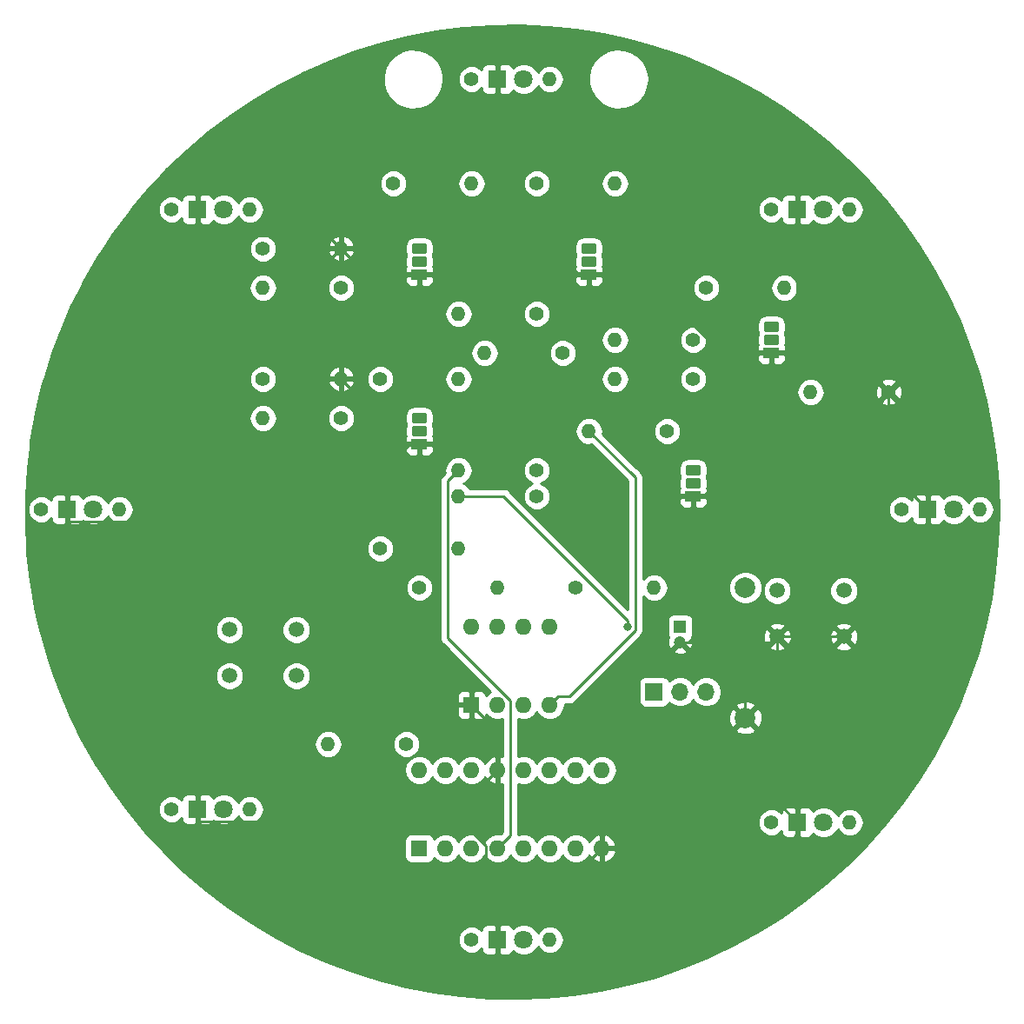
<source format=gbl>
G04 #@! TF.GenerationSoftware,KiCad,Pcbnew,(5.0.0-3-g5ebb6b6)*
G04 #@! TF.CreationDate,2018-09-25T19:29:36-07:00*
G04 #@! TF.ProjectId,christmas-board,6368726973746D61732D626F6172642E,rev?*
G04 #@! TF.SameCoordinates,Original*
G04 #@! TF.FileFunction,Copper,L2,Bot,Signal*
G04 #@! TF.FilePolarity,Positive*
%FSLAX46Y46*%
G04 Gerber Fmt 4.6, Leading zero omitted, Abs format (unit mm)*
G04 Created by KiCad (PCBNEW (5.0.0-3-g5ebb6b6)) date Tuesday, September 25, 2018 at 07:29:36 PM*
%MOMM*%
%LPD*%
G01*
G04 APERTURE LIST*
G04 #@! TA.AperFunction,ComponentPad*
%ADD10C,2.000000*%
G04 #@! TD*
G04 #@! TA.AperFunction,ComponentPad*
%ADD11C,1.500000*%
G04 #@! TD*
G04 #@! TA.AperFunction,ComponentPad*
%ADD12R,1.200000X1.200000*%
G04 #@! TD*
G04 #@! TA.AperFunction,ComponentPad*
%ADD13C,1.200000*%
G04 #@! TD*
G04 #@! TA.AperFunction,ComponentPad*
%ADD14C,1.800000*%
G04 #@! TD*
G04 #@! TA.AperFunction,ComponentPad*
%ADD15R,1.800000X1.800000*%
G04 #@! TD*
G04 #@! TA.AperFunction,Conductor*
%ADD16C,0.100000*%
G04 #@! TD*
G04 #@! TA.AperFunction,ComponentPad*
%ADD17C,1.050000*%
G04 #@! TD*
G04 #@! TA.AperFunction,ComponentPad*
%ADD18R,1.500000X1.050000*%
G04 #@! TD*
G04 #@! TA.AperFunction,ComponentPad*
%ADD19C,1.400000*%
G04 #@! TD*
G04 #@! TA.AperFunction,ComponentPad*
%ADD20O,1.400000X1.400000*%
G04 #@! TD*
G04 #@! TA.AperFunction,ComponentPad*
%ADD21R,1.600000X1.600000*%
G04 #@! TD*
G04 #@! TA.AperFunction,ComponentPad*
%ADD22O,1.600000X1.600000*%
G04 #@! TD*
G04 #@! TA.AperFunction,ComponentPad*
%ADD23R,1.700000X1.700000*%
G04 #@! TD*
G04 #@! TA.AperFunction,ComponentPad*
%ADD24O,1.700000X1.700000*%
G04 #@! TD*
G04 #@! TA.AperFunction,ViaPad*
%ADD25C,0.800000*%
G04 #@! TD*
G04 #@! TA.AperFunction,Conductor*
%ADD26C,0.250000*%
G04 #@! TD*
G04 #@! TA.AperFunction,Conductor*
%ADD27C,0.254000*%
G04 #@! TD*
G04 APERTURE END LIST*
D10*
G04 #@! TO.P,J1,1*
G04 #@! TO.N,Net-(J1-Pad1)*
X133350000Y-96520000D03*
G04 #@! TO.P,J1,2*
G04 #@! TO.N,GND*
X133350000Y-109220000D03*
G04 #@! TD*
D11*
G04 #@! TO.P,SW2,2*
G04 #@! TO.N,/PULL_HIGH*
X142950000Y-96810000D03*
X136450000Y-96810000D03*
G04 #@! TO.P,SW2,1*
G04 #@! TO.N,GND*
X136450000Y-101310000D03*
X142950000Y-101310000D03*
G04 #@! TD*
G04 #@! TO.P,SW1,2*
G04 #@! TO.N,/PULL_HIGH*
X89610000Y-100620000D03*
X83110000Y-100620000D03*
G04 #@! TO.P,SW1,1*
G04 #@! TO.N,VCC*
X83110000Y-105120000D03*
X89610000Y-105120000D03*
G04 #@! TD*
D12*
G04 #@! TO.P,C1,1*
G04 #@! TO.N,Net-(C1-Pad1)*
X127000000Y-100330000D03*
D13*
G04 #@! TO.P,C1,2*
G04 #@! TO.N,GND*
X127000000Y-101830000D03*
G04 #@! TD*
D14*
G04 #@! TO.P,D1,2*
G04 #@! TO.N,Net-(D1-Pad2)*
X82550000Y-59690000D03*
D15*
G04 #@! TO.P,D1,1*
G04 #@! TO.N,GND*
X80010000Y-59690000D03*
G04 #@! TD*
G04 #@! TO.P,D2,1*
G04 #@! TO.N,GND*
X67310000Y-88900000D03*
D14*
G04 #@! TO.P,D2,2*
G04 #@! TO.N,Net-(D2-Pad2)*
X69850000Y-88900000D03*
G04 #@! TD*
G04 #@! TO.P,D3,2*
G04 #@! TO.N,Net-(D3-Pad2)*
X82550000Y-118110000D03*
D15*
G04 #@! TO.P,D3,1*
G04 #@! TO.N,GND*
X80010000Y-118110000D03*
G04 #@! TD*
G04 #@! TO.P,D4,1*
G04 #@! TO.N,GND*
X109220000Y-130810000D03*
D14*
G04 #@! TO.P,D4,2*
G04 #@! TO.N,Net-(D4-Pad2)*
X111760000Y-130810000D03*
G04 #@! TD*
D15*
G04 #@! TO.P,D5,1*
G04 #@! TO.N,GND*
X138430000Y-119380000D03*
D14*
G04 #@! TO.P,D5,2*
G04 #@! TO.N,Net-(D5-Pad2)*
X140970000Y-119380000D03*
G04 #@! TD*
G04 #@! TO.P,D6,2*
G04 #@! TO.N,Net-(D6-Pad2)*
X153670000Y-88900000D03*
D15*
G04 #@! TO.P,D6,1*
G04 #@! TO.N,GND*
X151130000Y-88900000D03*
G04 #@! TD*
G04 #@! TO.P,D7,1*
G04 #@! TO.N,GND*
X138430000Y-59690000D03*
D14*
G04 #@! TO.P,D7,2*
G04 #@! TO.N,Net-(D7-Pad2)*
X140970000Y-59690000D03*
G04 #@! TD*
G04 #@! TO.P,D8,2*
G04 #@! TO.N,Net-(D8-Pad2)*
X111760000Y-46990000D03*
D15*
G04 #@! TO.P,D8,1*
G04 #@! TO.N,GND*
X109220000Y-46990000D03*
G04 #@! TD*
D16*
G04 #@! TO.N,Net-(Q1-Pad2)*
G04 #@! TO.C,Q1*
G36*
X102113229Y-64246264D02*
X102138711Y-64250044D01*
X102163700Y-64256303D01*
X102187954Y-64264982D01*
X102211242Y-64275996D01*
X102233337Y-64289239D01*
X102254028Y-64304585D01*
X102273116Y-64321884D01*
X102290415Y-64340972D01*
X102305761Y-64361663D01*
X102319004Y-64383758D01*
X102330018Y-64407046D01*
X102338697Y-64431300D01*
X102344956Y-64456289D01*
X102348736Y-64481771D01*
X102350000Y-64507500D01*
X102350000Y-65032500D01*
X102348736Y-65058229D01*
X102344956Y-65083711D01*
X102338697Y-65108700D01*
X102330018Y-65132954D01*
X102319004Y-65156242D01*
X102305761Y-65178337D01*
X102290415Y-65199028D01*
X102273116Y-65218116D01*
X102254028Y-65235415D01*
X102233337Y-65250761D01*
X102211242Y-65264004D01*
X102187954Y-65275018D01*
X102163700Y-65283697D01*
X102138711Y-65289956D01*
X102113229Y-65293736D01*
X102087500Y-65295000D01*
X101112500Y-65295000D01*
X101086771Y-65293736D01*
X101061289Y-65289956D01*
X101036300Y-65283697D01*
X101012046Y-65275018D01*
X100988758Y-65264004D01*
X100966663Y-65250761D01*
X100945972Y-65235415D01*
X100926884Y-65218116D01*
X100909585Y-65199028D01*
X100894239Y-65178337D01*
X100880996Y-65156242D01*
X100869982Y-65132954D01*
X100861303Y-65108700D01*
X100855044Y-65083711D01*
X100851264Y-65058229D01*
X100850000Y-65032500D01*
X100850000Y-64507500D01*
X100851264Y-64481771D01*
X100855044Y-64456289D01*
X100861303Y-64431300D01*
X100869982Y-64407046D01*
X100880996Y-64383758D01*
X100894239Y-64361663D01*
X100909585Y-64340972D01*
X100926884Y-64321884D01*
X100945972Y-64304585D01*
X100966663Y-64289239D01*
X100988758Y-64275996D01*
X101012046Y-64264982D01*
X101036300Y-64256303D01*
X101061289Y-64250044D01*
X101086771Y-64246264D01*
X101112500Y-64245000D01*
X102087500Y-64245000D01*
X102113229Y-64246264D01*
X102113229Y-64246264D01*
G37*
D17*
G04 #@! TD*
G04 #@! TO.P,Q1,2*
G04 #@! TO.N,Net-(Q1-Pad2)*
X101600000Y-64770000D03*
D16*
G04 #@! TO.N,Net-(Q1-Pad3)*
G04 #@! TO.C,Q1*
G36*
X102113229Y-62976264D02*
X102138711Y-62980044D01*
X102163700Y-62986303D01*
X102187954Y-62994982D01*
X102211242Y-63005996D01*
X102233337Y-63019239D01*
X102254028Y-63034585D01*
X102273116Y-63051884D01*
X102290415Y-63070972D01*
X102305761Y-63091663D01*
X102319004Y-63113758D01*
X102330018Y-63137046D01*
X102338697Y-63161300D01*
X102344956Y-63186289D01*
X102348736Y-63211771D01*
X102350000Y-63237500D01*
X102350000Y-63762500D01*
X102348736Y-63788229D01*
X102344956Y-63813711D01*
X102338697Y-63838700D01*
X102330018Y-63862954D01*
X102319004Y-63886242D01*
X102305761Y-63908337D01*
X102290415Y-63929028D01*
X102273116Y-63948116D01*
X102254028Y-63965415D01*
X102233337Y-63980761D01*
X102211242Y-63994004D01*
X102187954Y-64005018D01*
X102163700Y-64013697D01*
X102138711Y-64019956D01*
X102113229Y-64023736D01*
X102087500Y-64025000D01*
X101112500Y-64025000D01*
X101086771Y-64023736D01*
X101061289Y-64019956D01*
X101036300Y-64013697D01*
X101012046Y-64005018D01*
X100988758Y-63994004D01*
X100966663Y-63980761D01*
X100945972Y-63965415D01*
X100926884Y-63948116D01*
X100909585Y-63929028D01*
X100894239Y-63908337D01*
X100880996Y-63886242D01*
X100869982Y-63862954D01*
X100861303Y-63838700D01*
X100855044Y-63813711D01*
X100851264Y-63788229D01*
X100850000Y-63762500D01*
X100850000Y-63237500D01*
X100851264Y-63211771D01*
X100855044Y-63186289D01*
X100861303Y-63161300D01*
X100869982Y-63137046D01*
X100880996Y-63113758D01*
X100894239Y-63091663D01*
X100909585Y-63070972D01*
X100926884Y-63051884D01*
X100945972Y-63034585D01*
X100966663Y-63019239D01*
X100988758Y-63005996D01*
X101012046Y-62994982D01*
X101036300Y-62986303D01*
X101061289Y-62980044D01*
X101086771Y-62976264D01*
X101112500Y-62975000D01*
X102087500Y-62975000D01*
X102113229Y-62976264D01*
X102113229Y-62976264D01*
G37*
D17*
G04 #@! TD*
G04 #@! TO.P,Q1,3*
G04 #@! TO.N,Net-(Q1-Pad3)*
X101600000Y-63500000D03*
D18*
G04 #@! TO.P,Q1,1*
G04 #@! TO.N,GND*
X101600000Y-66040000D03*
G04 #@! TD*
D16*
G04 #@! TO.N,Net-(Q2-Pad2)*
G04 #@! TO.C,Q2*
G36*
X102113229Y-80756264D02*
X102138711Y-80760044D01*
X102163700Y-80766303D01*
X102187954Y-80774982D01*
X102211242Y-80785996D01*
X102233337Y-80799239D01*
X102254028Y-80814585D01*
X102273116Y-80831884D01*
X102290415Y-80850972D01*
X102305761Y-80871663D01*
X102319004Y-80893758D01*
X102330018Y-80917046D01*
X102338697Y-80941300D01*
X102344956Y-80966289D01*
X102348736Y-80991771D01*
X102350000Y-81017500D01*
X102350000Y-81542500D01*
X102348736Y-81568229D01*
X102344956Y-81593711D01*
X102338697Y-81618700D01*
X102330018Y-81642954D01*
X102319004Y-81666242D01*
X102305761Y-81688337D01*
X102290415Y-81709028D01*
X102273116Y-81728116D01*
X102254028Y-81745415D01*
X102233337Y-81760761D01*
X102211242Y-81774004D01*
X102187954Y-81785018D01*
X102163700Y-81793697D01*
X102138711Y-81799956D01*
X102113229Y-81803736D01*
X102087500Y-81805000D01*
X101112500Y-81805000D01*
X101086771Y-81803736D01*
X101061289Y-81799956D01*
X101036300Y-81793697D01*
X101012046Y-81785018D01*
X100988758Y-81774004D01*
X100966663Y-81760761D01*
X100945972Y-81745415D01*
X100926884Y-81728116D01*
X100909585Y-81709028D01*
X100894239Y-81688337D01*
X100880996Y-81666242D01*
X100869982Y-81642954D01*
X100861303Y-81618700D01*
X100855044Y-81593711D01*
X100851264Y-81568229D01*
X100850000Y-81542500D01*
X100850000Y-81017500D01*
X100851264Y-80991771D01*
X100855044Y-80966289D01*
X100861303Y-80941300D01*
X100869982Y-80917046D01*
X100880996Y-80893758D01*
X100894239Y-80871663D01*
X100909585Y-80850972D01*
X100926884Y-80831884D01*
X100945972Y-80814585D01*
X100966663Y-80799239D01*
X100988758Y-80785996D01*
X101012046Y-80774982D01*
X101036300Y-80766303D01*
X101061289Y-80760044D01*
X101086771Y-80756264D01*
X101112500Y-80755000D01*
X102087500Y-80755000D01*
X102113229Y-80756264D01*
X102113229Y-80756264D01*
G37*
D17*
G04 #@! TD*
G04 #@! TO.P,Q2,2*
G04 #@! TO.N,Net-(Q2-Pad2)*
X101600000Y-81280000D03*
D16*
G04 #@! TO.N,Net-(Q2-Pad3)*
G04 #@! TO.C,Q2*
G36*
X102113229Y-79486264D02*
X102138711Y-79490044D01*
X102163700Y-79496303D01*
X102187954Y-79504982D01*
X102211242Y-79515996D01*
X102233337Y-79529239D01*
X102254028Y-79544585D01*
X102273116Y-79561884D01*
X102290415Y-79580972D01*
X102305761Y-79601663D01*
X102319004Y-79623758D01*
X102330018Y-79647046D01*
X102338697Y-79671300D01*
X102344956Y-79696289D01*
X102348736Y-79721771D01*
X102350000Y-79747500D01*
X102350000Y-80272500D01*
X102348736Y-80298229D01*
X102344956Y-80323711D01*
X102338697Y-80348700D01*
X102330018Y-80372954D01*
X102319004Y-80396242D01*
X102305761Y-80418337D01*
X102290415Y-80439028D01*
X102273116Y-80458116D01*
X102254028Y-80475415D01*
X102233337Y-80490761D01*
X102211242Y-80504004D01*
X102187954Y-80515018D01*
X102163700Y-80523697D01*
X102138711Y-80529956D01*
X102113229Y-80533736D01*
X102087500Y-80535000D01*
X101112500Y-80535000D01*
X101086771Y-80533736D01*
X101061289Y-80529956D01*
X101036300Y-80523697D01*
X101012046Y-80515018D01*
X100988758Y-80504004D01*
X100966663Y-80490761D01*
X100945972Y-80475415D01*
X100926884Y-80458116D01*
X100909585Y-80439028D01*
X100894239Y-80418337D01*
X100880996Y-80396242D01*
X100869982Y-80372954D01*
X100861303Y-80348700D01*
X100855044Y-80323711D01*
X100851264Y-80298229D01*
X100850000Y-80272500D01*
X100850000Y-79747500D01*
X100851264Y-79721771D01*
X100855044Y-79696289D01*
X100861303Y-79671300D01*
X100869982Y-79647046D01*
X100880996Y-79623758D01*
X100894239Y-79601663D01*
X100909585Y-79580972D01*
X100926884Y-79561884D01*
X100945972Y-79544585D01*
X100966663Y-79529239D01*
X100988758Y-79515996D01*
X101012046Y-79504982D01*
X101036300Y-79496303D01*
X101061289Y-79490044D01*
X101086771Y-79486264D01*
X101112500Y-79485000D01*
X102087500Y-79485000D01*
X102113229Y-79486264D01*
X102113229Y-79486264D01*
G37*
D17*
G04 #@! TD*
G04 #@! TO.P,Q2,3*
G04 #@! TO.N,Net-(Q2-Pad3)*
X101600000Y-80010000D03*
D18*
G04 #@! TO.P,Q2,1*
G04 #@! TO.N,GND*
X101600000Y-82550000D03*
G04 #@! TD*
G04 #@! TO.P,Q3,1*
G04 #@! TO.N,GND*
X118110000Y-66040000D03*
D16*
G04 #@! TD*
G04 #@! TO.N,Net-(Q3-Pad3)*
G04 #@! TO.C,Q3*
G36*
X118623229Y-62976264D02*
X118648711Y-62980044D01*
X118673700Y-62986303D01*
X118697954Y-62994982D01*
X118721242Y-63005996D01*
X118743337Y-63019239D01*
X118764028Y-63034585D01*
X118783116Y-63051884D01*
X118800415Y-63070972D01*
X118815761Y-63091663D01*
X118829004Y-63113758D01*
X118840018Y-63137046D01*
X118848697Y-63161300D01*
X118854956Y-63186289D01*
X118858736Y-63211771D01*
X118860000Y-63237500D01*
X118860000Y-63762500D01*
X118858736Y-63788229D01*
X118854956Y-63813711D01*
X118848697Y-63838700D01*
X118840018Y-63862954D01*
X118829004Y-63886242D01*
X118815761Y-63908337D01*
X118800415Y-63929028D01*
X118783116Y-63948116D01*
X118764028Y-63965415D01*
X118743337Y-63980761D01*
X118721242Y-63994004D01*
X118697954Y-64005018D01*
X118673700Y-64013697D01*
X118648711Y-64019956D01*
X118623229Y-64023736D01*
X118597500Y-64025000D01*
X117622500Y-64025000D01*
X117596771Y-64023736D01*
X117571289Y-64019956D01*
X117546300Y-64013697D01*
X117522046Y-64005018D01*
X117498758Y-63994004D01*
X117476663Y-63980761D01*
X117455972Y-63965415D01*
X117436884Y-63948116D01*
X117419585Y-63929028D01*
X117404239Y-63908337D01*
X117390996Y-63886242D01*
X117379982Y-63862954D01*
X117371303Y-63838700D01*
X117365044Y-63813711D01*
X117361264Y-63788229D01*
X117360000Y-63762500D01*
X117360000Y-63237500D01*
X117361264Y-63211771D01*
X117365044Y-63186289D01*
X117371303Y-63161300D01*
X117379982Y-63137046D01*
X117390996Y-63113758D01*
X117404239Y-63091663D01*
X117419585Y-63070972D01*
X117436884Y-63051884D01*
X117455972Y-63034585D01*
X117476663Y-63019239D01*
X117498758Y-63005996D01*
X117522046Y-62994982D01*
X117546300Y-62986303D01*
X117571289Y-62980044D01*
X117596771Y-62976264D01*
X117622500Y-62975000D01*
X118597500Y-62975000D01*
X118623229Y-62976264D01*
X118623229Y-62976264D01*
G37*
D17*
G04 #@! TO.P,Q3,3*
G04 #@! TO.N,Net-(Q3-Pad3)*
X118110000Y-63500000D03*
D16*
G04 #@! TD*
G04 #@! TO.N,Net-(Q3-Pad2)*
G04 #@! TO.C,Q3*
G36*
X118623229Y-64246264D02*
X118648711Y-64250044D01*
X118673700Y-64256303D01*
X118697954Y-64264982D01*
X118721242Y-64275996D01*
X118743337Y-64289239D01*
X118764028Y-64304585D01*
X118783116Y-64321884D01*
X118800415Y-64340972D01*
X118815761Y-64361663D01*
X118829004Y-64383758D01*
X118840018Y-64407046D01*
X118848697Y-64431300D01*
X118854956Y-64456289D01*
X118858736Y-64481771D01*
X118860000Y-64507500D01*
X118860000Y-65032500D01*
X118858736Y-65058229D01*
X118854956Y-65083711D01*
X118848697Y-65108700D01*
X118840018Y-65132954D01*
X118829004Y-65156242D01*
X118815761Y-65178337D01*
X118800415Y-65199028D01*
X118783116Y-65218116D01*
X118764028Y-65235415D01*
X118743337Y-65250761D01*
X118721242Y-65264004D01*
X118697954Y-65275018D01*
X118673700Y-65283697D01*
X118648711Y-65289956D01*
X118623229Y-65293736D01*
X118597500Y-65295000D01*
X117622500Y-65295000D01*
X117596771Y-65293736D01*
X117571289Y-65289956D01*
X117546300Y-65283697D01*
X117522046Y-65275018D01*
X117498758Y-65264004D01*
X117476663Y-65250761D01*
X117455972Y-65235415D01*
X117436884Y-65218116D01*
X117419585Y-65199028D01*
X117404239Y-65178337D01*
X117390996Y-65156242D01*
X117379982Y-65132954D01*
X117371303Y-65108700D01*
X117365044Y-65083711D01*
X117361264Y-65058229D01*
X117360000Y-65032500D01*
X117360000Y-64507500D01*
X117361264Y-64481771D01*
X117365044Y-64456289D01*
X117371303Y-64431300D01*
X117379982Y-64407046D01*
X117390996Y-64383758D01*
X117404239Y-64361663D01*
X117419585Y-64340972D01*
X117436884Y-64321884D01*
X117455972Y-64304585D01*
X117476663Y-64289239D01*
X117498758Y-64275996D01*
X117522046Y-64264982D01*
X117546300Y-64256303D01*
X117571289Y-64250044D01*
X117596771Y-64246264D01*
X117622500Y-64245000D01*
X118597500Y-64245000D01*
X118623229Y-64246264D01*
X118623229Y-64246264D01*
G37*
D17*
G04 #@! TO.P,Q3,2*
G04 #@! TO.N,Net-(Q3-Pad2)*
X118110000Y-64770000D03*
G04 #@! TD*
D18*
G04 #@! TO.P,Q4,1*
G04 #@! TO.N,GND*
X128270000Y-87630000D03*
D16*
G04 #@! TD*
G04 #@! TO.N,Net-(Q4-Pad3)*
G04 #@! TO.C,Q4*
G36*
X128783229Y-84566264D02*
X128808711Y-84570044D01*
X128833700Y-84576303D01*
X128857954Y-84584982D01*
X128881242Y-84595996D01*
X128903337Y-84609239D01*
X128924028Y-84624585D01*
X128943116Y-84641884D01*
X128960415Y-84660972D01*
X128975761Y-84681663D01*
X128989004Y-84703758D01*
X129000018Y-84727046D01*
X129008697Y-84751300D01*
X129014956Y-84776289D01*
X129018736Y-84801771D01*
X129020000Y-84827500D01*
X129020000Y-85352500D01*
X129018736Y-85378229D01*
X129014956Y-85403711D01*
X129008697Y-85428700D01*
X129000018Y-85452954D01*
X128989004Y-85476242D01*
X128975761Y-85498337D01*
X128960415Y-85519028D01*
X128943116Y-85538116D01*
X128924028Y-85555415D01*
X128903337Y-85570761D01*
X128881242Y-85584004D01*
X128857954Y-85595018D01*
X128833700Y-85603697D01*
X128808711Y-85609956D01*
X128783229Y-85613736D01*
X128757500Y-85615000D01*
X127782500Y-85615000D01*
X127756771Y-85613736D01*
X127731289Y-85609956D01*
X127706300Y-85603697D01*
X127682046Y-85595018D01*
X127658758Y-85584004D01*
X127636663Y-85570761D01*
X127615972Y-85555415D01*
X127596884Y-85538116D01*
X127579585Y-85519028D01*
X127564239Y-85498337D01*
X127550996Y-85476242D01*
X127539982Y-85452954D01*
X127531303Y-85428700D01*
X127525044Y-85403711D01*
X127521264Y-85378229D01*
X127520000Y-85352500D01*
X127520000Y-84827500D01*
X127521264Y-84801771D01*
X127525044Y-84776289D01*
X127531303Y-84751300D01*
X127539982Y-84727046D01*
X127550996Y-84703758D01*
X127564239Y-84681663D01*
X127579585Y-84660972D01*
X127596884Y-84641884D01*
X127615972Y-84624585D01*
X127636663Y-84609239D01*
X127658758Y-84595996D01*
X127682046Y-84584982D01*
X127706300Y-84576303D01*
X127731289Y-84570044D01*
X127756771Y-84566264D01*
X127782500Y-84565000D01*
X128757500Y-84565000D01*
X128783229Y-84566264D01*
X128783229Y-84566264D01*
G37*
D17*
G04 #@! TO.P,Q4,3*
G04 #@! TO.N,Net-(Q4-Pad3)*
X128270000Y-85090000D03*
D16*
G04 #@! TD*
G04 #@! TO.N,Net-(Q4-Pad2)*
G04 #@! TO.C,Q4*
G36*
X128783229Y-85836264D02*
X128808711Y-85840044D01*
X128833700Y-85846303D01*
X128857954Y-85854982D01*
X128881242Y-85865996D01*
X128903337Y-85879239D01*
X128924028Y-85894585D01*
X128943116Y-85911884D01*
X128960415Y-85930972D01*
X128975761Y-85951663D01*
X128989004Y-85973758D01*
X129000018Y-85997046D01*
X129008697Y-86021300D01*
X129014956Y-86046289D01*
X129018736Y-86071771D01*
X129020000Y-86097500D01*
X129020000Y-86622500D01*
X129018736Y-86648229D01*
X129014956Y-86673711D01*
X129008697Y-86698700D01*
X129000018Y-86722954D01*
X128989004Y-86746242D01*
X128975761Y-86768337D01*
X128960415Y-86789028D01*
X128943116Y-86808116D01*
X128924028Y-86825415D01*
X128903337Y-86840761D01*
X128881242Y-86854004D01*
X128857954Y-86865018D01*
X128833700Y-86873697D01*
X128808711Y-86879956D01*
X128783229Y-86883736D01*
X128757500Y-86885000D01*
X127782500Y-86885000D01*
X127756771Y-86883736D01*
X127731289Y-86879956D01*
X127706300Y-86873697D01*
X127682046Y-86865018D01*
X127658758Y-86854004D01*
X127636663Y-86840761D01*
X127615972Y-86825415D01*
X127596884Y-86808116D01*
X127579585Y-86789028D01*
X127564239Y-86768337D01*
X127550996Y-86746242D01*
X127539982Y-86722954D01*
X127531303Y-86698700D01*
X127525044Y-86673711D01*
X127521264Y-86648229D01*
X127520000Y-86622500D01*
X127520000Y-86097500D01*
X127521264Y-86071771D01*
X127525044Y-86046289D01*
X127531303Y-86021300D01*
X127539982Y-85997046D01*
X127550996Y-85973758D01*
X127564239Y-85951663D01*
X127579585Y-85930972D01*
X127596884Y-85911884D01*
X127615972Y-85894585D01*
X127636663Y-85879239D01*
X127658758Y-85865996D01*
X127682046Y-85854982D01*
X127706300Y-85846303D01*
X127731289Y-85840044D01*
X127756771Y-85836264D01*
X127782500Y-85835000D01*
X128757500Y-85835000D01*
X128783229Y-85836264D01*
X128783229Y-85836264D01*
G37*
D17*
G04 #@! TO.P,Q4,2*
G04 #@! TO.N,Net-(Q4-Pad2)*
X128270000Y-86360000D03*
G04 #@! TD*
D16*
G04 #@! TO.N,Net-(Q5-Pad2)*
G04 #@! TO.C,Q5*
G36*
X136403229Y-71866264D02*
X136428711Y-71870044D01*
X136453700Y-71876303D01*
X136477954Y-71884982D01*
X136501242Y-71895996D01*
X136523337Y-71909239D01*
X136544028Y-71924585D01*
X136563116Y-71941884D01*
X136580415Y-71960972D01*
X136595761Y-71981663D01*
X136609004Y-72003758D01*
X136620018Y-72027046D01*
X136628697Y-72051300D01*
X136634956Y-72076289D01*
X136638736Y-72101771D01*
X136640000Y-72127500D01*
X136640000Y-72652500D01*
X136638736Y-72678229D01*
X136634956Y-72703711D01*
X136628697Y-72728700D01*
X136620018Y-72752954D01*
X136609004Y-72776242D01*
X136595761Y-72798337D01*
X136580415Y-72819028D01*
X136563116Y-72838116D01*
X136544028Y-72855415D01*
X136523337Y-72870761D01*
X136501242Y-72884004D01*
X136477954Y-72895018D01*
X136453700Y-72903697D01*
X136428711Y-72909956D01*
X136403229Y-72913736D01*
X136377500Y-72915000D01*
X135402500Y-72915000D01*
X135376771Y-72913736D01*
X135351289Y-72909956D01*
X135326300Y-72903697D01*
X135302046Y-72895018D01*
X135278758Y-72884004D01*
X135256663Y-72870761D01*
X135235972Y-72855415D01*
X135216884Y-72838116D01*
X135199585Y-72819028D01*
X135184239Y-72798337D01*
X135170996Y-72776242D01*
X135159982Y-72752954D01*
X135151303Y-72728700D01*
X135145044Y-72703711D01*
X135141264Y-72678229D01*
X135140000Y-72652500D01*
X135140000Y-72127500D01*
X135141264Y-72101771D01*
X135145044Y-72076289D01*
X135151303Y-72051300D01*
X135159982Y-72027046D01*
X135170996Y-72003758D01*
X135184239Y-71981663D01*
X135199585Y-71960972D01*
X135216884Y-71941884D01*
X135235972Y-71924585D01*
X135256663Y-71909239D01*
X135278758Y-71895996D01*
X135302046Y-71884982D01*
X135326300Y-71876303D01*
X135351289Y-71870044D01*
X135376771Y-71866264D01*
X135402500Y-71865000D01*
X136377500Y-71865000D01*
X136403229Y-71866264D01*
X136403229Y-71866264D01*
G37*
D17*
G04 #@! TD*
G04 #@! TO.P,Q5,2*
G04 #@! TO.N,Net-(Q5-Pad2)*
X135890000Y-72390000D03*
D16*
G04 #@! TO.N,/PULL_HIGH*
G04 #@! TO.C,Q5*
G36*
X136403229Y-70596264D02*
X136428711Y-70600044D01*
X136453700Y-70606303D01*
X136477954Y-70614982D01*
X136501242Y-70625996D01*
X136523337Y-70639239D01*
X136544028Y-70654585D01*
X136563116Y-70671884D01*
X136580415Y-70690972D01*
X136595761Y-70711663D01*
X136609004Y-70733758D01*
X136620018Y-70757046D01*
X136628697Y-70781300D01*
X136634956Y-70806289D01*
X136638736Y-70831771D01*
X136640000Y-70857500D01*
X136640000Y-71382500D01*
X136638736Y-71408229D01*
X136634956Y-71433711D01*
X136628697Y-71458700D01*
X136620018Y-71482954D01*
X136609004Y-71506242D01*
X136595761Y-71528337D01*
X136580415Y-71549028D01*
X136563116Y-71568116D01*
X136544028Y-71585415D01*
X136523337Y-71600761D01*
X136501242Y-71614004D01*
X136477954Y-71625018D01*
X136453700Y-71633697D01*
X136428711Y-71639956D01*
X136403229Y-71643736D01*
X136377500Y-71645000D01*
X135402500Y-71645000D01*
X135376771Y-71643736D01*
X135351289Y-71639956D01*
X135326300Y-71633697D01*
X135302046Y-71625018D01*
X135278758Y-71614004D01*
X135256663Y-71600761D01*
X135235972Y-71585415D01*
X135216884Y-71568116D01*
X135199585Y-71549028D01*
X135184239Y-71528337D01*
X135170996Y-71506242D01*
X135159982Y-71482954D01*
X135151303Y-71458700D01*
X135145044Y-71433711D01*
X135141264Y-71408229D01*
X135140000Y-71382500D01*
X135140000Y-70857500D01*
X135141264Y-70831771D01*
X135145044Y-70806289D01*
X135151303Y-70781300D01*
X135159982Y-70757046D01*
X135170996Y-70733758D01*
X135184239Y-70711663D01*
X135199585Y-70690972D01*
X135216884Y-70671884D01*
X135235972Y-70654585D01*
X135256663Y-70639239D01*
X135278758Y-70625996D01*
X135302046Y-70614982D01*
X135326300Y-70606303D01*
X135351289Y-70600044D01*
X135376771Y-70596264D01*
X135402500Y-70595000D01*
X136377500Y-70595000D01*
X136403229Y-70596264D01*
X136403229Y-70596264D01*
G37*
D17*
G04 #@! TD*
G04 #@! TO.P,Q5,3*
G04 #@! TO.N,/PULL_HIGH*
X135890000Y-71120000D03*
D18*
G04 #@! TO.P,Q5,1*
G04 #@! TO.N,GND*
X135890000Y-73660000D03*
G04 #@! TD*
D19*
G04 #@! TO.P,R1,1*
G04 #@! TO.N,/XOR_IN_A*
X86360000Y-63500000D03*
D20*
G04 #@! TO.P,R1,2*
G04 #@! TO.N,GND*
X93980000Y-63500000D03*
G04 #@! TD*
G04 #@! TO.P,R2,2*
G04 #@! TO.N,GND*
X93980000Y-76200000D03*
D19*
G04 #@! TO.P,R2,1*
G04 #@! TO.N,/LED_E*
X86360000Y-76200000D03*
G04 #@! TD*
G04 #@! TO.P,R3,1*
G04 #@! TO.N,Net-(Q1-Pad2)*
X93980000Y-67310000D03*
D20*
G04 #@! TO.P,R3,2*
G04 #@! TO.N,/XOR_IN_A*
X86360000Y-67310000D03*
G04 #@! TD*
D19*
G04 #@! TO.P,R4,1*
G04 #@! TO.N,Net-(Q2-Pad2)*
X93980000Y-80010000D03*
D20*
G04 #@! TO.P,R4,2*
G04 #@! TO.N,/LED_E*
X86360000Y-80010000D03*
G04 #@! TD*
G04 #@! TO.P,R5,2*
G04 #@! TO.N,VCC*
X106680000Y-57150000D03*
D19*
G04 #@! TO.P,R5,1*
G04 #@! TO.N,Net-(Q1-Pad3)*
X99060000Y-57150000D03*
G04 #@! TD*
D20*
G04 #@! TO.P,R6,2*
G04 #@! TO.N,VCC*
X105410000Y-76200000D03*
D19*
G04 #@! TO.P,R6,1*
G04 #@! TO.N,Net-(Q2-Pad3)*
X97790000Y-76200000D03*
G04 #@! TD*
D20*
G04 #@! TO.P,R7,2*
G04 #@! TO.N,Net-(Q1-Pad3)*
X105410000Y-69850000D03*
D19*
G04 #@! TO.P,R7,1*
G04 #@! TO.N,Net-(Q3-Pad2)*
X113030000Y-69850000D03*
G04 #@! TD*
D20*
G04 #@! TO.P,R8,2*
G04 #@! TO.N,Net-(Q2-Pad3)*
X107950000Y-73660000D03*
D19*
G04 #@! TO.P,R8,1*
G04 #@! TO.N,Net-(Q3-Pad2)*
X115570000Y-73660000D03*
G04 #@! TD*
G04 #@! TO.P,R9,1*
G04 #@! TO.N,Net-(Q4-Pad2)*
X113030000Y-87630000D03*
D20*
G04 #@! TO.P,R9,2*
G04 #@! TO.N,/XOR_IN_A*
X105410000Y-87630000D03*
G04 #@! TD*
G04 #@! TO.P,R10,2*
G04 #@! TO.N,/LED_E*
X105410000Y-85090000D03*
D19*
G04 #@! TO.P,R10,1*
G04 #@! TO.N,Net-(Q4-Pad2)*
X113030000Y-85090000D03*
G04 #@! TD*
D20*
G04 #@! TO.P,R11,2*
G04 #@! TO.N,VCC*
X120650000Y-57150000D03*
D19*
G04 #@! TO.P,R11,1*
G04 #@! TO.N,Net-(Q3-Pad3)*
X113030000Y-57150000D03*
G04 #@! TD*
G04 #@! TO.P,R12,1*
G04 #@! TO.N,Net-(Q4-Pad3)*
X125730000Y-81280000D03*
D20*
G04 #@! TO.P,R12,2*
G04 #@! TO.N,VCC*
X118110000Y-81280000D03*
G04 #@! TD*
D19*
G04 #@! TO.P,R13,1*
G04 #@! TO.N,Net-(Q5-Pad2)*
X128270000Y-72390000D03*
D20*
G04 #@! TO.P,R13,2*
G04 #@! TO.N,Net-(Q3-Pad3)*
X120650000Y-72390000D03*
G04 #@! TD*
G04 #@! TO.P,R14,2*
G04 #@! TO.N,Net-(Q4-Pad3)*
X120650000Y-76200000D03*
D19*
G04 #@! TO.P,R14,1*
G04 #@! TO.N,Net-(Q5-Pad2)*
X128270000Y-76200000D03*
G04 #@! TD*
D20*
G04 #@! TO.P,R15,2*
G04 #@! TO.N,VCC*
X137160000Y-67310000D03*
D19*
G04 #@! TO.P,R15,1*
G04 #@! TO.N,/PULL_HIGH*
X129540000Y-67310000D03*
G04 #@! TD*
G04 #@! TO.P,R16,1*
G04 #@! TO.N,/LED_A*
X77470000Y-59690000D03*
D20*
G04 #@! TO.P,R16,2*
G04 #@! TO.N,Net-(D1-Pad2)*
X85090000Y-59690000D03*
G04 #@! TD*
D19*
G04 #@! TO.P,R17,1*
G04 #@! TO.N,/LED_B*
X64770000Y-88900000D03*
D20*
G04 #@! TO.P,R17,2*
G04 #@! TO.N,Net-(D2-Pad2)*
X72390000Y-88900000D03*
G04 #@! TD*
G04 #@! TO.P,R18,2*
G04 #@! TO.N,Net-(D3-Pad2)*
X85090000Y-118110000D03*
D19*
G04 #@! TO.P,R18,1*
G04 #@! TO.N,/LED_C*
X77470000Y-118110000D03*
G04 #@! TD*
G04 #@! TO.P,R19,1*
G04 #@! TO.N,/LED_D*
X106680000Y-130810000D03*
D20*
G04 #@! TO.P,R19,2*
G04 #@! TO.N,Net-(D4-Pad2)*
X114300000Y-130810000D03*
G04 #@! TD*
G04 #@! TO.P,R20,2*
G04 #@! TO.N,Net-(D5-Pad2)*
X143510000Y-119380000D03*
D19*
G04 #@! TO.P,R20,1*
G04 #@! TO.N,/LED_E*
X135890000Y-119380000D03*
G04 #@! TD*
G04 #@! TO.P,R21,1*
G04 #@! TO.N,/LED_F*
X148590000Y-88900000D03*
D20*
G04 #@! TO.P,R21,2*
G04 #@! TO.N,Net-(D6-Pad2)*
X156210000Y-88900000D03*
G04 #@! TD*
G04 #@! TO.P,R22,2*
G04 #@! TO.N,Net-(D7-Pad2)*
X143510000Y-59690000D03*
D19*
G04 #@! TO.P,R22,1*
G04 #@! TO.N,/LED_G*
X135890000Y-59690000D03*
G04 #@! TD*
G04 #@! TO.P,R23,1*
G04 #@! TO.N,/LED_H*
X106680000Y-46990000D03*
D20*
G04 #@! TO.P,R23,2*
G04 #@! TO.N,Net-(D8-Pad2)*
X114300000Y-46990000D03*
G04 #@! TD*
D19*
G04 #@! TO.P,R24,1*
G04 #@! TO.N,Net-(R24-Pad1)*
X100330000Y-111760000D03*
D20*
G04 #@! TO.P,R24,2*
G04 #@! TO.N,VCC*
X92710000Y-111760000D03*
G04 #@! TD*
D19*
G04 #@! TO.P,R25,1*
G04 #@! TO.N,VCC*
X97790000Y-92710000D03*
D20*
G04 #@! TO.P,R25,2*
G04 #@! TO.N,Net-(R25-Pad2)*
X105410000Y-92710000D03*
G04 #@! TD*
D19*
G04 #@! TO.P,R26,1*
G04 #@! TO.N,Net-(R26-Pad1)*
X116840000Y-96520000D03*
D20*
G04 #@! TO.P,R26,2*
G04 #@! TO.N,Net-(C1-Pad1)*
X124460000Y-96520000D03*
G04 #@! TD*
G04 #@! TO.P,R27,2*
G04 #@! TO.N,/PULL_HIGH*
X139700000Y-77470000D03*
D19*
G04 #@! TO.P,R27,1*
G04 #@! TO.N,GND*
X147320000Y-77470000D03*
G04 #@! TD*
D20*
G04 #@! TO.P,R28,2*
G04 #@! TO.N,Net-(R26-Pad1)*
X109220000Y-96520000D03*
D19*
G04 #@! TO.P,R28,1*
G04 #@! TO.N,Net-(R25-Pad2)*
X101600000Y-96520000D03*
G04 #@! TD*
D21*
G04 #@! TO.P,U1,1*
G04 #@! TO.N,/LED_B*
X101600000Y-121920000D03*
D22*
G04 #@! TO.P,U1,9*
G04 #@! TO.N,/XOR_IN_A*
X119380000Y-114300000D03*
G04 #@! TO.P,U1,2*
G04 #@! TO.N,/LED_C*
X104140000Y-121920000D03*
G04 #@! TO.P,U1,10*
G04 #@! TO.N,VCC*
X116840000Y-114300000D03*
G04 #@! TO.P,U1,3*
G04 #@! TO.N,/LED_D*
X106680000Y-121920000D03*
G04 #@! TO.P,U1,11*
G04 #@! TO.N,/555_OUT*
X114300000Y-114300000D03*
G04 #@! TO.P,U1,4*
G04 #@! TO.N,/LED_E*
X109220000Y-121920000D03*
G04 #@! TO.P,U1,12*
G04 #@! TO.N,/555_OUT*
X111760000Y-114300000D03*
G04 #@! TO.P,U1,5*
G04 #@! TO.N,/LED_F*
X111760000Y-121920000D03*
G04 #@! TO.P,U1,13*
G04 #@! TO.N,GND*
X109220000Y-114300000D03*
G04 #@! TO.P,U1,6*
G04 #@! TO.N,/LED_G*
X114300000Y-121920000D03*
G04 #@! TO.P,U1,14*
G04 #@! TO.N,/PULL_HIGH*
X106680000Y-114300000D03*
G04 #@! TO.P,U1,7*
G04 #@! TO.N,/LED_H*
X116840000Y-121920000D03*
G04 #@! TO.P,U1,15*
G04 #@! TO.N,/LED_A*
X104140000Y-114300000D03*
G04 #@! TO.P,U1,8*
G04 #@! TO.N,GND*
X119380000Y-121920000D03*
G04 #@! TO.P,U1,16*
G04 #@! TO.N,Net-(R24-Pad1)*
X101600000Y-114300000D03*
G04 #@! TD*
D21*
G04 #@! TO.P,U2,1*
G04 #@! TO.N,GND*
X106680000Y-107950000D03*
D22*
G04 #@! TO.P,U2,5*
G04 #@! TO.N,Net-(U2-Pad5)*
X114300000Y-100330000D03*
G04 #@! TO.P,U2,2*
G04 #@! TO.N,Net-(C1-Pad1)*
X109220000Y-107950000D03*
G04 #@! TO.P,U2,6*
X111760000Y-100330000D03*
G04 #@! TO.P,U2,3*
G04 #@! TO.N,/555_OUT*
X111760000Y-107950000D03*
G04 #@! TO.P,U2,7*
G04 #@! TO.N,Net-(R26-Pad1)*
X109220000Y-100330000D03*
G04 #@! TO.P,U2,4*
G04 #@! TO.N,VCC*
X114300000Y-107950000D03*
G04 #@! TO.P,U2,8*
G04 #@! TO.N,Net-(R25-Pad2)*
X106680000Y-100330000D03*
G04 #@! TD*
D23*
G04 #@! TO.P,SW3,1*
G04 #@! TO.N,Net-(SW3-Pad1)*
X124460000Y-106680000D03*
D24*
G04 #@! TO.P,SW3,2*
G04 #@! TO.N,VCC*
X127000000Y-106680000D03*
G04 #@! TO.P,SW3,3*
G04 #@! TO.N,Net-(J1-Pad1)*
X129540000Y-106680000D03*
G04 #@! TD*
D25*
G04 #@! TO.N,/XOR_IN_A*
X121920000Y-100330000D03*
G04 #@! TD*
D26*
G04 #@! TO.N,GND*
X136450000Y-101310000D02*
X142950000Y-101310000D01*
X135930000Y-101830000D02*
X136450000Y-101310000D01*
X127000000Y-101830000D02*
X135930000Y-101830000D01*
X108420001Y-115099999D02*
X109220000Y-114300000D01*
X104184999Y-119335001D02*
X108420001Y-115099999D01*
X80010000Y-119260000D02*
X80085001Y-119335001D01*
X80010000Y-118110000D02*
X80010000Y-119260000D01*
X109220000Y-110490000D02*
X106680000Y-107950000D01*
X109220000Y-114300000D02*
X109220000Y-110490000D01*
X100600000Y-82550000D02*
X101600000Y-82550000D01*
X93024999Y-90125001D02*
X100600000Y-82550000D01*
X67385001Y-90125001D02*
X93024999Y-90125001D01*
X67310000Y-90050000D02*
X67385001Y-90125001D01*
X67310000Y-88900000D02*
X67310000Y-90050000D01*
X100330000Y-82550000D02*
X93980000Y-76200000D01*
X101600000Y-82550000D02*
X100330000Y-82550000D01*
X93980000Y-76200000D02*
X93980000Y-71120000D01*
X93980000Y-71120000D02*
X91440000Y-68580000D01*
X91440000Y-66040000D02*
X93980000Y-63500000D01*
X91440000Y-68580000D02*
X91440000Y-66040000D01*
X101600000Y-66040000D02*
X118110000Y-66040000D01*
X117110000Y-66040000D02*
X118110000Y-66040000D01*
X109220000Y-58150000D02*
X117110000Y-66040000D01*
X109220000Y-46990000D02*
X109220000Y-58150000D01*
X138430000Y-68580000D02*
X147320000Y-77470000D01*
X138430000Y-59690000D02*
X138430000Y-68580000D01*
X143510000Y-73660000D02*
X135890000Y-73660000D01*
X147320000Y-77470000D02*
X143510000Y-73660000D01*
X147320000Y-85090000D02*
X151130000Y-88900000D01*
X147320000Y-77470000D02*
X147320000Y-85090000D01*
X128270000Y-101408528D02*
X127848528Y-101830000D01*
X127848528Y-101830000D02*
X127000000Y-101830000D01*
X128270000Y-87630000D02*
X128270000Y-101408528D01*
X134890000Y-73660000D02*
X135890000Y-73660000D01*
X131057002Y-73660000D02*
X134890000Y-73660000D01*
X123437002Y-66040000D02*
X131057002Y-73660000D01*
X118110000Y-66040000D02*
X123437002Y-66040000D01*
X136450000Y-117400000D02*
X138430000Y-119380000D01*
X137040000Y-121920000D02*
X138430000Y-120530000D01*
X138430000Y-120530000D02*
X138430000Y-119380000D01*
X119380000Y-121920000D02*
X137040000Y-121920000D01*
X109220000Y-130810000D02*
X109220000Y-129540000D01*
X109220000Y-129540000D02*
X111760000Y-127000000D01*
X114300000Y-127000000D02*
X119380000Y-121920000D01*
X111760000Y-127000000D02*
X114300000Y-127000000D01*
X120650000Y-121920000D02*
X119380000Y-121920000D01*
X130810000Y-111760000D02*
X120650000Y-121920000D01*
X135890000Y-81010000D02*
X135890000Y-73660000D01*
X129270000Y-87630000D02*
X135890000Y-81010000D01*
X128270000Y-87630000D02*
X129270000Y-87630000D01*
X96520000Y-66040000D02*
X101600000Y-66040000D01*
X93980000Y-63500000D02*
X96520000Y-66040000D01*
X80010000Y-60840000D02*
X81400000Y-62230000D01*
X80010000Y-59690000D02*
X80010000Y-60840000D01*
X92710000Y-62230000D02*
X93980000Y-63500000D01*
X81400000Y-62230000D02*
X92710000Y-62230000D01*
X108094999Y-121669997D02*
X105805002Y-119380000D01*
X108094999Y-123334999D02*
X108094999Y-121669997D01*
X111760000Y-127000000D02*
X108094999Y-123334999D01*
X104184999Y-119380000D02*
X104140000Y-119335001D01*
X105805002Y-119380000D02*
X104184999Y-119380000D01*
X104140000Y-119335001D02*
X104184999Y-119335001D01*
X80085001Y-119335001D02*
X104140000Y-119335001D01*
X136450000Y-110490000D02*
X136450000Y-117400000D01*
X135180000Y-111760000D02*
X136450000Y-110490000D01*
X130810000Y-111760000D02*
X135180000Y-111760000D01*
X136450000Y-101310000D02*
X136450000Y-110490000D01*
X133350000Y-104410000D02*
X136450000Y-101310000D01*
X133350000Y-109220000D02*
X133350000Y-104410000D01*
G04 #@! TO.N,VCC*
X115099999Y-107150001D02*
X114300000Y-107950000D01*
X116173001Y-107150001D02*
X115099999Y-107150001D01*
X122645001Y-100678001D02*
X116173001Y-107150001D01*
X122645001Y-85815001D02*
X122645001Y-100678001D01*
X118110000Y-81280000D02*
X122645001Y-85815001D01*
G04 #@! TO.N,/XOR_IN_A*
X106399949Y-87630000D02*
X105410000Y-87630000D01*
X109785685Y-87630000D02*
X106399949Y-87630000D01*
X121920000Y-99764315D02*
X109785685Y-87630000D01*
X121920000Y-100330000D02*
X121920000Y-99764315D01*
G04 #@! TO.N,/LED_E*
X110490000Y-120650000D02*
X109220000Y-121920000D01*
X110490000Y-107554998D02*
X110490000Y-120650000D01*
X104384999Y-86115001D02*
X104384999Y-101449997D01*
X104384999Y-101449997D02*
X110490000Y-107554998D01*
X105410000Y-85090000D02*
X104384999Y-86115001D01*
G04 #@! TD*
D27*
G04 #@! TO.N,GND*
G36*
X114086946Y-41902322D02*
X116801189Y-42180418D01*
X119494923Y-42614296D01*
X122159215Y-43202516D01*
X124785228Y-43943129D01*
X127364255Y-44833677D01*
X129887741Y-45871207D01*
X132347318Y-47052280D01*
X134734830Y-48372977D01*
X137042358Y-49828918D01*
X139262250Y-51415277D01*
X141387144Y-53126790D01*
X143409993Y-54957784D01*
X145324088Y-56902184D01*
X147123081Y-58953543D01*
X148801008Y-61105058D01*
X150352302Y-63349593D01*
X151771819Y-65679706D01*
X153054851Y-68087668D01*
X154197145Y-70565493D01*
X155194910Y-73104965D01*
X156044839Y-75697661D01*
X156744112Y-78334984D01*
X157290411Y-81008186D01*
X157681924Y-83708403D01*
X157917352Y-86426679D01*
X157995915Y-89154000D01*
X157995266Y-89402074D01*
X157902424Y-92128947D01*
X157652766Y-94845953D01*
X157247120Y-97544083D01*
X156686832Y-100214388D01*
X155973759Y-102848013D01*
X155110267Y-105436223D01*
X154099218Y-107970436D01*
X152943967Y-110442247D01*
X151648344Y-112843457D01*
X150216646Y-115166105D01*
X148653621Y-117402488D01*
X146964453Y-119545188D01*
X145154743Y-121587099D01*
X143230493Y-123521451D01*
X141198085Y-125341827D01*
X139064259Y-127042191D01*
X136836091Y-128616905D01*
X134520971Y-130060744D01*
X132126577Y-131368922D01*
X129660850Y-132537100D01*
X127131965Y-133561404D01*
X124548312Y-134438436D01*
X121918456Y-135165289D01*
X119251121Y-135739551D01*
X116555153Y-136159318D01*
X113839491Y-136423199D01*
X111113142Y-136530317D01*
X108385147Y-136480318D01*
X105664555Y-136273368D01*
X102960386Y-135910153D01*
X100281610Y-135391877D01*
X97637109Y-134720260D01*
X95035655Y-133897528D01*
X92485874Y-132926410D01*
X89996223Y-131810127D01*
X87574957Y-130552380D01*
X87561632Y-130544452D01*
X105345000Y-130544452D01*
X105345000Y-131075548D01*
X105548242Y-131566217D01*
X105923783Y-131941758D01*
X106414452Y-132145000D01*
X106945548Y-132145000D01*
X107436217Y-131941758D01*
X107685000Y-131692975D01*
X107685000Y-131836310D01*
X107781673Y-132069699D01*
X107960302Y-132248327D01*
X108193691Y-132345000D01*
X108934250Y-132345000D01*
X109093000Y-132186250D01*
X109093000Y-130937000D01*
X109073000Y-130937000D01*
X109073000Y-130683000D01*
X109093000Y-130683000D01*
X109093000Y-129433750D01*
X109347000Y-129433750D01*
X109347000Y-130683000D01*
X109367000Y-130683000D01*
X109367000Y-130937000D01*
X109347000Y-130937000D01*
X109347000Y-132186250D01*
X109505750Y-132345000D01*
X110246309Y-132345000D01*
X110479698Y-132248327D01*
X110658327Y-132069699D01*
X110714139Y-131934956D01*
X110890493Y-132111310D01*
X111454670Y-132345000D01*
X112065330Y-132345000D01*
X112629507Y-132111310D01*
X113061310Y-131679507D01*
X113143237Y-131481718D01*
X113337519Y-131772481D01*
X113779109Y-132067542D01*
X114168515Y-132145000D01*
X114431485Y-132145000D01*
X114820891Y-132067542D01*
X115262481Y-131772481D01*
X115557542Y-131330891D01*
X115661154Y-130810000D01*
X115557542Y-130289109D01*
X115262481Y-129847519D01*
X114820891Y-129552458D01*
X114431485Y-129475000D01*
X114168515Y-129475000D01*
X113779109Y-129552458D01*
X113337519Y-129847519D01*
X113143237Y-130138282D01*
X113061310Y-129940493D01*
X112629507Y-129508690D01*
X112065330Y-129275000D01*
X111454670Y-129275000D01*
X110890493Y-129508690D01*
X110714139Y-129685044D01*
X110658327Y-129550301D01*
X110479698Y-129371673D01*
X110246309Y-129275000D01*
X109505750Y-129275000D01*
X109347000Y-129433750D01*
X109093000Y-129433750D01*
X108934250Y-129275000D01*
X108193691Y-129275000D01*
X107960302Y-129371673D01*
X107781673Y-129550301D01*
X107685000Y-129783690D01*
X107685000Y-129927025D01*
X107436217Y-129678242D01*
X106945548Y-129475000D01*
X106414452Y-129475000D01*
X105923783Y-129678242D01*
X105548242Y-130053783D01*
X105345000Y-130544452D01*
X87561632Y-130544452D01*
X85230108Y-129157341D01*
X82969451Y-127629636D01*
X80800483Y-125974332D01*
X78730397Y-124196919D01*
X76766060Y-122303290D01*
X75672238Y-121120000D01*
X100152560Y-121120000D01*
X100152560Y-122720000D01*
X100201843Y-122967765D01*
X100342191Y-123177809D01*
X100552235Y-123318157D01*
X100800000Y-123367440D01*
X102400000Y-123367440D01*
X102647765Y-123318157D01*
X102857809Y-123177809D01*
X102998157Y-122967765D01*
X103024785Y-122833894D01*
X103105423Y-122954577D01*
X103580091Y-123271740D01*
X103998667Y-123355000D01*
X104281333Y-123355000D01*
X104699909Y-123271740D01*
X105174577Y-122954577D01*
X105410000Y-122602242D01*
X105645423Y-122954577D01*
X106120091Y-123271740D01*
X106538667Y-123355000D01*
X106821333Y-123355000D01*
X107239909Y-123271740D01*
X107714577Y-122954577D01*
X107950000Y-122602242D01*
X108185423Y-122954577D01*
X108660091Y-123271740D01*
X109078667Y-123355000D01*
X109361333Y-123355000D01*
X109779909Y-123271740D01*
X110254577Y-122954577D01*
X110490000Y-122602242D01*
X110725423Y-122954577D01*
X111200091Y-123271740D01*
X111618667Y-123355000D01*
X111901333Y-123355000D01*
X112319909Y-123271740D01*
X112794577Y-122954577D01*
X113030000Y-122602242D01*
X113265423Y-122954577D01*
X113740091Y-123271740D01*
X114158667Y-123355000D01*
X114441333Y-123355000D01*
X114859909Y-123271740D01*
X115334577Y-122954577D01*
X115570000Y-122602242D01*
X115805423Y-122954577D01*
X116280091Y-123271740D01*
X116698667Y-123355000D01*
X116981333Y-123355000D01*
X117399909Y-123271740D01*
X117874577Y-122954577D01*
X118130947Y-122570892D01*
X118227611Y-122775134D01*
X118642577Y-123151041D01*
X119030961Y-123311904D01*
X119253000Y-123189915D01*
X119253000Y-122047000D01*
X119507000Y-122047000D01*
X119507000Y-123189915D01*
X119729039Y-123311904D01*
X120117423Y-123151041D01*
X120532389Y-122775134D01*
X120771914Y-122269041D01*
X120650629Y-122047000D01*
X119507000Y-122047000D01*
X119253000Y-122047000D01*
X119233000Y-122047000D01*
X119233000Y-121793000D01*
X119253000Y-121793000D01*
X119253000Y-120650085D01*
X119507000Y-120650085D01*
X119507000Y-121793000D01*
X120650629Y-121793000D01*
X120771914Y-121570959D01*
X120532389Y-121064866D01*
X120117423Y-120688959D01*
X119729039Y-120528096D01*
X119507000Y-120650085D01*
X119253000Y-120650085D01*
X119030961Y-120528096D01*
X118642577Y-120688959D01*
X118227611Y-121064866D01*
X118130947Y-121269108D01*
X117874577Y-120885423D01*
X117399909Y-120568260D01*
X116981333Y-120485000D01*
X116698667Y-120485000D01*
X116280091Y-120568260D01*
X115805423Y-120885423D01*
X115570000Y-121237758D01*
X115334577Y-120885423D01*
X114859909Y-120568260D01*
X114441333Y-120485000D01*
X114158667Y-120485000D01*
X113740091Y-120568260D01*
X113265423Y-120885423D01*
X113030000Y-121237758D01*
X112794577Y-120885423D01*
X112319909Y-120568260D01*
X111901333Y-120485000D01*
X111618667Y-120485000D01*
X111250000Y-120558332D01*
X111250000Y-119114452D01*
X134555000Y-119114452D01*
X134555000Y-119645548D01*
X134758242Y-120136217D01*
X135133783Y-120511758D01*
X135624452Y-120715000D01*
X136155548Y-120715000D01*
X136646217Y-120511758D01*
X136895000Y-120262975D01*
X136895000Y-120406310D01*
X136991673Y-120639699D01*
X137170302Y-120818327D01*
X137403691Y-120915000D01*
X138144250Y-120915000D01*
X138303000Y-120756250D01*
X138303000Y-119507000D01*
X138283000Y-119507000D01*
X138283000Y-119253000D01*
X138303000Y-119253000D01*
X138303000Y-118003750D01*
X138557000Y-118003750D01*
X138557000Y-119253000D01*
X138577000Y-119253000D01*
X138577000Y-119507000D01*
X138557000Y-119507000D01*
X138557000Y-120756250D01*
X138715750Y-120915000D01*
X139456309Y-120915000D01*
X139689698Y-120818327D01*
X139868327Y-120639699D01*
X139924139Y-120504956D01*
X140100493Y-120681310D01*
X140664670Y-120915000D01*
X141275330Y-120915000D01*
X141839507Y-120681310D01*
X142271310Y-120249507D01*
X142353237Y-120051718D01*
X142547519Y-120342481D01*
X142989109Y-120637542D01*
X143378515Y-120715000D01*
X143641485Y-120715000D01*
X144030891Y-120637542D01*
X144472481Y-120342481D01*
X144767542Y-119900891D01*
X144871154Y-119380000D01*
X144767542Y-118859109D01*
X144472481Y-118417519D01*
X144030891Y-118122458D01*
X143641485Y-118045000D01*
X143378515Y-118045000D01*
X142989109Y-118122458D01*
X142547519Y-118417519D01*
X142353237Y-118708282D01*
X142271310Y-118510493D01*
X141839507Y-118078690D01*
X141275330Y-117845000D01*
X140664670Y-117845000D01*
X140100493Y-118078690D01*
X139924139Y-118255044D01*
X139868327Y-118120301D01*
X139689698Y-117941673D01*
X139456309Y-117845000D01*
X138715750Y-117845000D01*
X138557000Y-118003750D01*
X138303000Y-118003750D01*
X138144250Y-117845000D01*
X137403691Y-117845000D01*
X137170302Y-117941673D01*
X136991673Y-118120301D01*
X136895000Y-118353690D01*
X136895000Y-118497025D01*
X136646217Y-118248242D01*
X136155548Y-118045000D01*
X135624452Y-118045000D01*
X135133783Y-118248242D01*
X134758242Y-118623783D01*
X134555000Y-119114452D01*
X111250000Y-119114452D01*
X111250000Y-115661668D01*
X111618667Y-115735000D01*
X111901333Y-115735000D01*
X112319909Y-115651740D01*
X112794577Y-115334577D01*
X113030000Y-114982242D01*
X113265423Y-115334577D01*
X113740091Y-115651740D01*
X114158667Y-115735000D01*
X114441333Y-115735000D01*
X114859909Y-115651740D01*
X115334577Y-115334577D01*
X115570000Y-114982242D01*
X115805423Y-115334577D01*
X116280091Y-115651740D01*
X116698667Y-115735000D01*
X116981333Y-115735000D01*
X117399909Y-115651740D01*
X117874577Y-115334577D01*
X118110000Y-114982242D01*
X118345423Y-115334577D01*
X118820091Y-115651740D01*
X119238667Y-115735000D01*
X119521333Y-115735000D01*
X119939909Y-115651740D01*
X120414577Y-115334577D01*
X120731740Y-114859909D01*
X120843113Y-114300000D01*
X120731740Y-113740091D01*
X120414577Y-113265423D01*
X119939909Y-112948260D01*
X119521333Y-112865000D01*
X119238667Y-112865000D01*
X118820091Y-112948260D01*
X118345423Y-113265423D01*
X118110000Y-113617758D01*
X117874577Y-113265423D01*
X117399909Y-112948260D01*
X116981333Y-112865000D01*
X116698667Y-112865000D01*
X116280091Y-112948260D01*
X115805423Y-113265423D01*
X115570000Y-113617758D01*
X115334577Y-113265423D01*
X114859909Y-112948260D01*
X114441333Y-112865000D01*
X114158667Y-112865000D01*
X113740091Y-112948260D01*
X113265423Y-113265423D01*
X113030000Y-113617758D01*
X112794577Y-113265423D01*
X112319909Y-112948260D01*
X111901333Y-112865000D01*
X111618667Y-112865000D01*
X111250000Y-112938332D01*
X111250000Y-110372532D01*
X132377073Y-110372532D01*
X132475736Y-110639387D01*
X133085461Y-110865908D01*
X133735460Y-110841856D01*
X134224264Y-110639387D01*
X134322927Y-110372532D01*
X133350000Y-109399605D01*
X132377073Y-110372532D01*
X111250000Y-110372532D01*
X111250000Y-109311668D01*
X111618667Y-109385000D01*
X111901333Y-109385000D01*
X112319909Y-109301740D01*
X112794577Y-108984577D01*
X113030000Y-108632242D01*
X113265423Y-108984577D01*
X113740091Y-109301740D01*
X114158667Y-109385000D01*
X114441333Y-109385000D01*
X114859909Y-109301740D01*
X115334577Y-108984577D01*
X115354031Y-108955461D01*
X131704092Y-108955461D01*
X131728144Y-109605460D01*
X131930613Y-110094264D01*
X132197468Y-110192927D01*
X133170395Y-109220000D01*
X133529605Y-109220000D01*
X134502532Y-110192927D01*
X134769387Y-110094264D01*
X134995908Y-109484539D01*
X134971856Y-108834540D01*
X134769387Y-108345736D01*
X134502532Y-108247073D01*
X133529605Y-109220000D01*
X133170395Y-109220000D01*
X132197468Y-108247073D01*
X131930613Y-108345736D01*
X131704092Y-108955461D01*
X115354031Y-108955461D01*
X115651740Y-108509909D01*
X115763113Y-107950000D01*
X115755157Y-107910001D01*
X116098154Y-107910001D01*
X116173001Y-107924889D01*
X116247848Y-107910001D01*
X116247853Y-107910001D01*
X116469538Y-107865905D01*
X116720930Y-107697930D01*
X116763332Y-107634471D01*
X118567803Y-105830000D01*
X122962560Y-105830000D01*
X122962560Y-107530000D01*
X123011843Y-107777765D01*
X123152191Y-107987809D01*
X123362235Y-108128157D01*
X123610000Y-108177440D01*
X125310000Y-108177440D01*
X125557765Y-108128157D01*
X125767809Y-107987809D01*
X125908157Y-107777765D01*
X125917184Y-107732381D01*
X125929375Y-107750625D01*
X126420582Y-108078839D01*
X126853744Y-108165000D01*
X127146256Y-108165000D01*
X127579418Y-108078839D01*
X128070625Y-107750625D01*
X128270000Y-107452239D01*
X128469375Y-107750625D01*
X128960582Y-108078839D01*
X129393744Y-108165000D01*
X129686256Y-108165000D01*
X130119418Y-108078839D01*
X130136435Y-108067468D01*
X132377073Y-108067468D01*
X133350000Y-109040395D01*
X134322927Y-108067468D01*
X134224264Y-107800613D01*
X133614539Y-107574092D01*
X132964540Y-107598144D01*
X132475736Y-107800613D01*
X132377073Y-108067468D01*
X130136435Y-108067468D01*
X130610625Y-107750625D01*
X130938839Y-107259418D01*
X131054092Y-106680000D01*
X130938839Y-106100582D01*
X130610625Y-105609375D01*
X130119418Y-105281161D01*
X129686256Y-105195000D01*
X129393744Y-105195000D01*
X128960582Y-105281161D01*
X128469375Y-105609375D01*
X128270000Y-105907761D01*
X128070625Y-105609375D01*
X127579418Y-105281161D01*
X127146256Y-105195000D01*
X126853744Y-105195000D01*
X126420582Y-105281161D01*
X125929375Y-105609375D01*
X125917184Y-105627619D01*
X125908157Y-105582235D01*
X125767809Y-105372191D01*
X125557765Y-105231843D01*
X125310000Y-105182560D01*
X123610000Y-105182560D01*
X123362235Y-105231843D01*
X123152191Y-105372191D01*
X123011843Y-105582235D01*
X122962560Y-105830000D01*
X118567803Y-105830000D01*
X121705068Y-102692735D01*
X126316870Y-102692735D01*
X126366383Y-102918164D01*
X126831036Y-103077807D01*
X127321413Y-103047482D01*
X127633617Y-102918164D01*
X127683130Y-102692735D01*
X127000000Y-102009605D01*
X126316870Y-102692735D01*
X121705068Y-102692735D01*
X122736767Y-101661036D01*
X125752193Y-101661036D01*
X125782518Y-102151413D01*
X125911836Y-102463617D01*
X126137265Y-102513130D01*
X126820395Y-101830000D01*
X126806253Y-101815858D01*
X126985858Y-101636253D01*
X127000000Y-101650395D01*
X127014143Y-101636253D01*
X127193748Y-101815858D01*
X127179605Y-101830000D01*
X127862735Y-102513130D01*
X128088164Y-102463617D01*
X128150728Y-102281517D01*
X135658088Y-102281517D01*
X135726077Y-102522460D01*
X136245171Y-102707201D01*
X136795448Y-102679230D01*
X137173923Y-102522460D01*
X137241912Y-102281517D01*
X142158088Y-102281517D01*
X142226077Y-102522460D01*
X142745171Y-102707201D01*
X143295448Y-102679230D01*
X143673923Y-102522460D01*
X143741912Y-102281517D01*
X142950000Y-101489605D01*
X142158088Y-102281517D01*
X137241912Y-102281517D01*
X136450000Y-101489605D01*
X135658088Y-102281517D01*
X128150728Y-102281517D01*
X128247807Y-101998964D01*
X128217482Y-101508587D01*
X128125495Y-101286510D01*
X128198157Y-101177765D01*
X128212596Y-101105171D01*
X135052799Y-101105171D01*
X135080770Y-101655448D01*
X135237540Y-102033923D01*
X135478483Y-102101912D01*
X136270395Y-101310000D01*
X136629605Y-101310000D01*
X137421517Y-102101912D01*
X137662460Y-102033923D01*
X137847201Y-101514829D01*
X137826378Y-101105171D01*
X141552799Y-101105171D01*
X141580770Y-101655448D01*
X141737540Y-102033923D01*
X141978483Y-102101912D01*
X142770395Y-101310000D01*
X143129605Y-101310000D01*
X143921517Y-102101912D01*
X144162460Y-102033923D01*
X144347201Y-101514829D01*
X144319230Y-100964552D01*
X144162460Y-100586077D01*
X143921517Y-100518088D01*
X143129605Y-101310000D01*
X142770395Y-101310000D01*
X141978483Y-100518088D01*
X141737540Y-100586077D01*
X141552799Y-101105171D01*
X137826378Y-101105171D01*
X137819230Y-100964552D01*
X137662460Y-100586077D01*
X137421517Y-100518088D01*
X136629605Y-101310000D01*
X136270395Y-101310000D01*
X135478483Y-100518088D01*
X135237540Y-100586077D01*
X135052799Y-101105171D01*
X128212596Y-101105171D01*
X128247440Y-100930000D01*
X128247440Y-100338483D01*
X135658088Y-100338483D01*
X136450000Y-101130395D01*
X137241912Y-100338483D01*
X142158088Y-100338483D01*
X142950000Y-101130395D01*
X143741912Y-100338483D01*
X143673923Y-100097540D01*
X143154829Y-99912799D01*
X142604552Y-99940770D01*
X142226077Y-100097540D01*
X142158088Y-100338483D01*
X137241912Y-100338483D01*
X137173923Y-100097540D01*
X136654829Y-99912799D01*
X136104552Y-99940770D01*
X135726077Y-100097540D01*
X135658088Y-100338483D01*
X128247440Y-100338483D01*
X128247440Y-99730000D01*
X128198157Y-99482235D01*
X128057809Y-99272191D01*
X127847765Y-99131843D01*
X127600000Y-99082560D01*
X126400000Y-99082560D01*
X126152235Y-99131843D01*
X125942191Y-99272191D01*
X125801843Y-99482235D01*
X125752560Y-99730000D01*
X125752560Y-100930000D01*
X125801843Y-101177765D01*
X125878709Y-101292802D01*
X125752193Y-101661036D01*
X122736767Y-101661036D01*
X123129474Y-101268330D01*
X123192930Y-101225930D01*
X123360905Y-100974538D01*
X123405001Y-100752853D01*
X123405001Y-100752849D01*
X123419889Y-100678002D01*
X123405001Y-100603155D01*
X123405001Y-97344018D01*
X123497519Y-97482481D01*
X123939109Y-97777542D01*
X124328515Y-97855000D01*
X124591485Y-97855000D01*
X124980891Y-97777542D01*
X125422481Y-97482481D01*
X125717542Y-97040891D01*
X125821154Y-96520000D01*
X125756464Y-96194778D01*
X131715000Y-96194778D01*
X131715000Y-96845222D01*
X131963914Y-97446153D01*
X132423847Y-97906086D01*
X133024778Y-98155000D01*
X133675222Y-98155000D01*
X134276153Y-97906086D01*
X134736086Y-97446153D01*
X134985000Y-96845222D01*
X134985000Y-96534506D01*
X135065000Y-96534506D01*
X135065000Y-97085494D01*
X135275853Y-97594540D01*
X135665460Y-97984147D01*
X136174506Y-98195000D01*
X136725494Y-98195000D01*
X137234540Y-97984147D01*
X137624147Y-97594540D01*
X137835000Y-97085494D01*
X137835000Y-96534506D01*
X141565000Y-96534506D01*
X141565000Y-97085494D01*
X141775853Y-97594540D01*
X142165460Y-97984147D01*
X142674506Y-98195000D01*
X143225494Y-98195000D01*
X143734540Y-97984147D01*
X144124147Y-97594540D01*
X144335000Y-97085494D01*
X144335000Y-96534506D01*
X144124147Y-96025460D01*
X143734540Y-95635853D01*
X143225494Y-95425000D01*
X142674506Y-95425000D01*
X142165460Y-95635853D01*
X141775853Y-96025460D01*
X141565000Y-96534506D01*
X137835000Y-96534506D01*
X137624147Y-96025460D01*
X137234540Y-95635853D01*
X136725494Y-95425000D01*
X136174506Y-95425000D01*
X135665460Y-95635853D01*
X135275853Y-96025460D01*
X135065000Y-96534506D01*
X134985000Y-96534506D01*
X134985000Y-96194778D01*
X134736086Y-95593847D01*
X134276153Y-95133914D01*
X133675222Y-94885000D01*
X133024778Y-94885000D01*
X132423847Y-95133914D01*
X131963914Y-95593847D01*
X131715000Y-96194778D01*
X125756464Y-96194778D01*
X125717542Y-95999109D01*
X125422481Y-95557519D01*
X124980891Y-95262458D01*
X124591485Y-95185000D01*
X124328515Y-95185000D01*
X123939109Y-95262458D01*
X123497519Y-95557519D01*
X123405001Y-95695982D01*
X123405001Y-87915750D01*
X126885000Y-87915750D01*
X126885000Y-88281309D01*
X126981673Y-88514698D01*
X127160301Y-88693327D01*
X127393690Y-88790000D01*
X127984250Y-88790000D01*
X128143000Y-88631250D01*
X128143000Y-87757000D01*
X128397000Y-87757000D01*
X128397000Y-88631250D01*
X128555750Y-88790000D01*
X129146310Y-88790000D01*
X129379699Y-88693327D01*
X129438573Y-88634452D01*
X147255000Y-88634452D01*
X147255000Y-89165548D01*
X147458242Y-89656217D01*
X147833783Y-90031758D01*
X148324452Y-90235000D01*
X148855548Y-90235000D01*
X149346217Y-90031758D01*
X149595000Y-89782975D01*
X149595000Y-89926310D01*
X149691673Y-90159699D01*
X149870302Y-90338327D01*
X150103691Y-90435000D01*
X150844250Y-90435000D01*
X151003000Y-90276250D01*
X151003000Y-89027000D01*
X150983000Y-89027000D01*
X150983000Y-88773000D01*
X151003000Y-88773000D01*
X151003000Y-87523750D01*
X151257000Y-87523750D01*
X151257000Y-88773000D01*
X151277000Y-88773000D01*
X151277000Y-89027000D01*
X151257000Y-89027000D01*
X151257000Y-90276250D01*
X151415750Y-90435000D01*
X152156309Y-90435000D01*
X152389698Y-90338327D01*
X152568327Y-90159699D01*
X152624139Y-90024956D01*
X152800493Y-90201310D01*
X153364670Y-90435000D01*
X153975330Y-90435000D01*
X154539507Y-90201310D01*
X154971310Y-89769507D01*
X155053237Y-89571718D01*
X155247519Y-89862481D01*
X155689109Y-90157542D01*
X156078515Y-90235000D01*
X156341485Y-90235000D01*
X156730891Y-90157542D01*
X157172481Y-89862481D01*
X157467542Y-89420891D01*
X157571154Y-88900000D01*
X157467542Y-88379109D01*
X157172481Y-87937519D01*
X156730891Y-87642458D01*
X156341485Y-87565000D01*
X156078515Y-87565000D01*
X155689109Y-87642458D01*
X155247519Y-87937519D01*
X155053237Y-88228282D01*
X154971310Y-88030493D01*
X154539507Y-87598690D01*
X153975330Y-87365000D01*
X153364670Y-87365000D01*
X152800493Y-87598690D01*
X152624139Y-87775044D01*
X152568327Y-87640301D01*
X152389698Y-87461673D01*
X152156309Y-87365000D01*
X151415750Y-87365000D01*
X151257000Y-87523750D01*
X151003000Y-87523750D01*
X150844250Y-87365000D01*
X150103691Y-87365000D01*
X149870302Y-87461673D01*
X149691673Y-87640301D01*
X149595000Y-87873690D01*
X149595000Y-88017025D01*
X149346217Y-87768242D01*
X148855548Y-87565000D01*
X148324452Y-87565000D01*
X147833783Y-87768242D01*
X147458242Y-88143783D01*
X147255000Y-88634452D01*
X129438573Y-88634452D01*
X129558327Y-88514698D01*
X129655000Y-88281309D01*
X129655000Y-87915750D01*
X129496250Y-87757000D01*
X128397000Y-87757000D01*
X128143000Y-87757000D01*
X127043750Y-87757000D01*
X126885000Y-87915750D01*
X123405001Y-87915750D01*
X123405001Y-85889848D01*
X123419889Y-85815001D01*
X123405001Y-85740154D01*
X123405001Y-85740149D01*
X123360905Y-85518464D01*
X123192930Y-85267072D01*
X123129474Y-85224672D01*
X122732302Y-84827500D01*
X126872560Y-84827500D01*
X126872560Y-85352500D01*
X126941825Y-85700719D01*
X126958049Y-85725000D01*
X126941825Y-85749281D01*
X126872560Y-86097500D01*
X126872560Y-86622500D01*
X126924461Y-86883424D01*
X126885000Y-86978691D01*
X126885000Y-87344250D01*
X127043750Y-87503000D01*
X127634495Y-87503000D01*
X127782500Y-87532440D01*
X128757500Y-87532440D01*
X128905505Y-87503000D01*
X129496250Y-87503000D01*
X129655000Y-87344250D01*
X129655000Y-86978691D01*
X129615539Y-86883424D01*
X129667440Y-86622500D01*
X129667440Y-86097500D01*
X129598175Y-85749281D01*
X129581951Y-85725000D01*
X129598175Y-85700719D01*
X129667440Y-85352500D01*
X129667440Y-84827500D01*
X129598175Y-84479281D01*
X129400925Y-84184075D01*
X129105719Y-83986825D01*
X128757500Y-83917560D01*
X127782500Y-83917560D01*
X127434281Y-83986825D01*
X127139075Y-84184075D01*
X126941825Y-84479281D01*
X126872560Y-84827500D01*
X122732302Y-84827500D01*
X119423645Y-81518844D01*
X119471154Y-81280000D01*
X119418334Y-81014452D01*
X124395000Y-81014452D01*
X124395000Y-81545548D01*
X124598242Y-82036217D01*
X124973783Y-82411758D01*
X125464452Y-82615000D01*
X125995548Y-82615000D01*
X126486217Y-82411758D01*
X126861758Y-82036217D01*
X127065000Y-81545548D01*
X127065000Y-81014452D01*
X126861758Y-80523783D01*
X126486217Y-80148242D01*
X125995548Y-79945000D01*
X125464452Y-79945000D01*
X124973783Y-80148242D01*
X124598242Y-80523783D01*
X124395000Y-81014452D01*
X119418334Y-81014452D01*
X119367542Y-80759109D01*
X119072481Y-80317519D01*
X118630891Y-80022458D01*
X118241485Y-79945000D01*
X117978515Y-79945000D01*
X117589109Y-80022458D01*
X117147519Y-80317519D01*
X116852458Y-80759109D01*
X116748846Y-81280000D01*
X116852458Y-81800891D01*
X117147519Y-82242481D01*
X117589109Y-82537542D01*
X117978515Y-82615000D01*
X118241485Y-82615000D01*
X118348844Y-82593645D01*
X121885001Y-86129803D01*
X121885002Y-98654515D01*
X110376016Y-87145530D01*
X110333614Y-87082071D01*
X110082222Y-86914096D01*
X109860537Y-86870000D01*
X109860532Y-86870000D01*
X109785685Y-86855112D01*
X109710838Y-86870000D01*
X106507774Y-86870000D01*
X106372481Y-86667519D01*
X105930891Y-86372458D01*
X105868261Y-86360000D01*
X105930891Y-86347542D01*
X106372481Y-86052481D01*
X106667542Y-85610891D01*
X106771154Y-85090000D01*
X106718334Y-84824452D01*
X111695000Y-84824452D01*
X111695000Y-85355548D01*
X111898242Y-85846217D01*
X112273783Y-86221758D01*
X112607528Y-86360000D01*
X112273783Y-86498242D01*
X111898242Y-86873783D01*
X111695000Y-87364452D01*
X111695000Y-87895548D01*
X111898242Y-88386217D01*
X112273783Y-88761758D01*
X112764452Y-88965000D01*
X113295548Y-88965000D01*
X113786217Y-88761758D01*
X114161758Y-88386217D01*
X114365000Y-87895548D01*
X114365000Y-87364452D01*
X114161758Y-86873783D01*
X113786217Y-86498242D01*
X113452472Y-86360000D01*
X113786217Y-86221758D01*
X114161758Y-85846217D01*
X114365000Y-85355548D01*
X114365000Y-84824452D01*
X114161758Y-84333783D01*
X113786217Y-83958242D01*
X113295548Y-83755000D01*
X112764452Y-83755000D01*
X112273783Y-83958242D01*
X111898242Y-84333783D01*
X111695000Y-84824452D01*
X106718334Y-84824452D01*
X106667542Y-84569109D01*
X106372481Y-84127519D01*
X105930891Y-83832458D01*
X105541485Y-83755000D01*
X105278515Y-83755000D01*
X104889109Y-83832458D01*
X104447519Y-84127519D01*
X104152458Y-84569109D01*
X104048846Y-85090000D01*
X104096355Y-85328843D01*
X103900528Y-85524670D01*
X103837070Y-85567072D01*
X103669095Y-85818465D01*
X103624999Y-86040150D01*
X103624999Y-86040154D01*
X103610111Y-86115001D01*
X103624999Y-86189848D01*
X103625000Y-101375145D01*
X103610111Y-101449997D01*
X103625000Y-101524849D01*
X103669096Y-101746534D01*
X103837071Y-101997926D01*
X103900527Y-102040326D01*
X108539222Y-106679022D01*
X108185423Y-106915423D01*
X108114265Y-107021918D01*
X108018327Y-106790302D01*
X107839699Y-106611673D01*
X107606310Y-106515000D01*
X106965750Y-106515000D01*
X106807000Y-106673750D01*
X106807000Y-107823000D01*
X106827000Y-107823000D01*
X106827000Y-108077000D01*
X106807000Y-108077000D01*
X106807000Y-109226250D01*
X106965750Y-109385000D01*
X107606310Y-109385000D01*
X107839699Y-109288327D01*
X108018327Y-109109698D01*
X108114265Y-108878082D01*
X108185423Y-108984577D01*
X108660091Y-109301740D01*
X109078667Y-109385000D01*
X109361333Y-109385000D01*
X109730000Y-109311667D01*
X109730000Y-112974764D01*
X109569039Y-112908096D01*
X109347000Y-113030085D01*
X109347000Y-114173000D01*
X109367000Y-114173000D01*
X109367000Y-114427000D01*
X109347000Y-114427000D01*
X109347000Y-115569915D01*
X109569039Y-115691904D01*
X109730001Y-115625236D01*
X109730001Y-120335197D01*
X109543886Y-120521312D01*
X109361333Y-120485000D01*
X109078667Y-120485000D01*
X108660091Y-120568260D01*
X108185423Y-120885423D01*
X107950000Y-121237758D01*
X107714577Y-120885423D01*
X107239909Y-120568260D01*
X106821333Y-120485000D01*
X106538667Y-120485000D01*
X106120091Y-120568260D01*
X105645423Y-120885423D01*
X105410000Y-121237758D01*
X105174577Y-120885423D01*
X104699909Y-120568260D01*
X104281333Y-120485000D01*
X103998667Y-120485000D01*
X103580091Y-120568260D01*
X103105423Y-120885423D01*
X103024785Y-121006106D01*
X102998157Y-120872235D01*
X102857809Y-120662191D01*
X102647765Y-120521843D01*
X102400000Y-120472560D01*
X100800000Y-120472560D01*
X100552235Y-120521843D01*
X100342191Y-120662191D01*
X100201843Y-120872235D01*
X100152560Y-121120000D01*
X75672238Y-121120000D01*
X74913984Y-120299726D01*
X73180313Y-118192871D01*
X72925776Y-117844452D01*
X76135000Y-117844452D01*
X76135000Y-118375548D01*
X76338242Y-118866217D01*
X76713783Y-119241758D01*
X77204452Y-119445000D01*
X77735548Y-119445000D01*
X78226217Y-119241758D01*
X78475000Y-118992975D01*
X78475000Y-119136310D01*
X78571673Y-119369699D01*
X78750302Y-119548327D01*
X78983691Y-119645000D01*
X79724250Y-119645000D01*
X79883000Y-119486250D01*
X79883000Y-118237000D01*
X79863000Y-118237000D01*
X79863000Y-117983000D01*
X79883000Y-117983000D01*
X79883000Y-116733750D01*
X80137000Y-116733750D01*
X80137000Y-117983000D01*
X80157000Y-117983000D01*
X80157000Y-118237000D01*
X80137000Y-118237000D01*
X80137000Y-119486250D01*
X80295750Y-119645000D01*
X81036309Y-119645000D01*
X81269698Y-119548327D01*
X81448327Y-119369699D01*
X81504139Y-119234956D01*
X81680493Y-119411310D01*
X82244670Y-119645000D01*
X82855330Y-119645000D01*
X83419507Y-119411310D01*
X83851310Y-118979507D01*
X83933237Y-118781718D01*
X84127519Y-119072481D01*
X84569109Y-119367542D01*
X84958515Y-119445000D01*
X85221485Y-119445000D01*
X85610891Y-119367542D01*
X86052481Y-119072481D01*
X86347542Y-118630891D01*
X86451154Y-118110000D01*
X86347542Y-117589109D01*
X86052481Y-117147519D01*
X85610891Y-116852458D01*
X85221485Y-116775000D01*
X84958515Y-116775000D01*
X84569109Y-116852458D01*
X84127519Y-117147519D01*
X83933237Y-117438282D01*
X83851310Y-117240493D01*
X83419507Y-116808690D01*
X82855330Y-116575000D01*
X82244670Y-116575000D01*
X81680493Y-116808690D01*
X81504139Y-116985044D01*
X81448327Y-116850301D01*
X81269698Y-116671673D01*
X81036309Y-116575000D01*
X80295750Y-116575000D01*
X80137000Y-116733750D01*
X79883000Y-116733750D01*
X79724250Y-116575000D01*
X78983691Y-116575000D01*
X78750302Y-116671673D01*
X78571673Y-116850301D01*
X78475000Y-117083690D01*
X78475000Y-117227025D01*
X78226217Y-116978242D01*
X77735548Y-116775000D01*
X77204452Y-116775000D01*
X76713783Y-116978242D01*
X76338242Y-117353783D01*
X76135000Y-117844452D01*
X72925776Y-117844452D01*
X71570795Y-115989713D01*
X70479761Y-114300000D01*
X100136887Y-114300000D01*
X100248260Y-114859909D01*
X100565423Y-115334577D01*
X101040091Y-115651740D01*
X101458667Y-115735000D01*
X101741333Y-115735000D01*
X102159909Y-115651740D01*
X102634577Y-115334577D01*
X102870000Y-114982242D01*
X103105423Y-115334577D01*
X103580091Y-115651740D01*
X103998667Y-115735000D01*
X104281333Y-115735000D01*
X104699909Y-115651740D01*
X105174577Y-115334577D01*
X105410000Y-114982242D01*
X105645423Y-115334577D01*
X106120091Y-115651740D01*
X106538667Y-115735000D01*
X106821333Y-115735000D01*
X107239909Y-115651740D01*
X107714577Y-115334577D01*
X107970947Y-114950892D01*
X108067611Y-115155134D01*
X108482577Y-115531041D01*
X108870961Y-115691904D01*
X109093000Y-115569915D01*
X109093000Y-114427000D01*
X109073000Y-114427000D01*
X109073000Y-114173000D01*
X109093000Y-114173000D01*
X109093000Y-113030085D01*
X108870961Y-112908096D01*
X108482577Y-113068959D01*
X108067611Y-113444866D01*
X107970947Y-113649108D01*
X107714577Y-113265423D01*
X107239909Y-112948260D01*
X106821333Y-112865000D01*
X106538667Y-112865000D01*
X106120091Y-112948260D01*
X105645423Y-113265423D01*
X105410000Y-113617758D01*
X105174577Y-113265423D01*
X104699909Y-112948260D01*
X104281333Y-112865000D01*
X103998667Y-112865000D01*
X103580091Y-112948260D01*
X103105423Y-113265423D01*
X102870000Y-113617758D01*
X102634577Y-113265423D01*
X102159909Y-112948260D01*
X101741333Y-112865000D01*
X101458667Y-112865000D01*
X101040091Y-112948260D01*
X100565423Y-113265423D01*
X100248260Y-113740091D01*
X100136887Y-114300000D01*
X70479761Y-114300000D01*
X70090769Y-113697558D01*
X68992319Y-111760000D01*
X91348846Y-111760000D01*
X91452458Y-112280891D01*
X91747519Y-112722481D01*
X92189109Y-113017542D01*
X92578515Y-113095000D01*
X92841485Y-113095000D01*
X93230891Y-113017542D01*
X93672481Y-112722481D01*
X93967542Y-112280891D01*
X94071154Y-111760000D01*
X94018334Y-111494452D01*
X98995000Y-111494452D01*
X98995000Y-112025548D01*
X99198242Y-112516217D01*
X99573783Y-112891758D01*
X100064452Y-113095000D01*
X100595548Y-113095000D01*
X101086217Y-112891758D01*
X101461758Y-112516217D01*
X101665000Y-112025548D01*
X101665000Y-111494452D01*
X101461758Y-111003783D01*
X101086217Y-110628242D01*
X100595548Y-110425000D01*
X100064452Y-110425000D01*
X99573783Y-110628242D01*
X99198242Y-111003783D01*
X98995000Y-111494452D01*
X94018334Y-111494452D01*
X93967542Y-111239109D01*
X93672481Y-110797519D01*
X93230891Y-110502458D01*
X92841485Y-110425000D01*
X92578515Y-110425000D01*
X92189109Y-110502458D01*
X91747519Y-110797519D01*
X91452458Y-111239109D01*
X91348846Y-111760000D01*
X68992319Y-111760000D01*
X68745143Y-111324007D01*
X67538380Y-108876932D01*
X67266875Y-108235750D01*
X105245000Y-108235750D01*
X105245000Y-108876309D01*
X105341673Y-109109698D01*
X105520301Y-109288327D01*
X105753690Y-109385000D01*
X106394250Y-109385000D01*
X106553000Y-109226250D01*
X106553000Y-108077000D01*
X105403750Y-108077000D01*
X105245000Y-108235750D01*
X67266875Y-108235750D01*
X66753635Y-107023691D01*
X105245000Y-107023691D01*
X105245000Y-107664250D01*
X105403750Y-107823000D01*
X106553000Y-107823000D01*
X106553000Y-106673750D01*
X106394250Y-106515000D01*
X105753690Y-106515000D01*
X105520301Y-106611673D01*
X105341673Y-106790302D01*
X105245000Y-107023691D01*
X66753635Y-107023691D01*
X66474481Y-106364449D01*
X65931759Y-104844506D01*
X81725000Y-104844506D01*
X81725000Y-105395494D01*
X81935853Y-105904540D01*
X82325460Y-106294147D01*
X82834506Y-106505000D01*
X83385494Y-106505000D01*
X83894540Y-106294147D01*
X84284147Y-105904540D01*
X84495000Y-105395494D01*
X84495000Y-104844506D01*
X88225000Y-104844506D01*
X88225000Y-105395494D01*
X88435853Y-105904540D01*
X88825460Y-106294147D01*
X89334506Y-106505000D01*
X89885494Y-106505000D01*
X90394540Y-106294147D01*
X90784147Y-105904540D01*
X90995000Y-105395494D01*
X90995000Y-104844506D01*
X90784147Y-104335460D01*
X90394540Y-103945853D01*
X89885494Y-103735000D01*
X89334506Y-103735000D01*
X88825460Y-103945853D01*
X88435853Y-104335460D01*
X88225000Y-104844506D01*
X84495000Y-104844506D01*
X84284147Y-104335460D01*
X83894540Y-103945853D01*
X83385494Y-103735000D01*
X82834506Y-103735000D01*
X82325460Y-103945853D01*
X81935853Y-104335460D01*
X81725000Y-104844506D01*
X65931759Y-104844506D01*
X65556974Y-103794890D01*
X64788903Y-101176776D01*
X64595994Y-100344506D01*
X81725000Y-100344506D01*
X81725000Y-100895494D01*
X81935853Y-101404540D01*
X82325460Y-101794147D01*
X82834506Y-102005000D01*
X83385494Y-102005000D01*
X83894540Y-101794147D01*
X84284147Y-101404540D01*
X84495000Y-100895494D01*
X84495000Y-100344506D01*
X88225000Y-100344506D01*
X88225000Y-100895494D01*
X88435853Y-101404540D01*
X88825460Y-101794147D01*
X89334506Y-102005000D01*
X89885494Y-102005000D01*
X90394540Y-101794147D01*
X90784147Y-101404540D01*
X90995000Y-100895494D01*
X90995000Y-100344506D01*
X90784147Y-99835460D01*
X90394540Y-99445853D01*
X89885494Y-99235000D01*
X89334506Y-99235000D01*
X88825460Y-99445853D01*
X88435853Y-99835460D01*
X88225000Y-100344506D01*
X84495000Y-100344506D01*
X84284147Y-99835460D01*
X83894540Y-99445853D01*
X83385494Y-99235000D01*
X82834506Y-99235000D01*
X82325460Y-99445853D01*
X81935853Y-99835460D01*
X81725000Y-100344506D01*
X64595994Y-100344506D01*
X64172815Y-98518790D01*
X63783731Y-96254452D01*
X100265000Y-96254452D01*
X100265000Y-96785548D01*
X100468242Y-97276217D01*
X100843783Y-97651758D01*
X101334452Y-97855000D01*
X101865548Y-97855000D01*
X102356217Y-97651758D01*
X102731758Y-97276217D01*
X102935000Y-96785548D01*
X102935000Y-96254452D01*
X102731758Y-95763783D01*
X102356217Y-95388242D01*
X101865548Y-95185000D01*
X101334452Y-95185000D01*
X100843783Y-95388242D01*
X100468242Y-95763783D01*
X100265000Y-96254452D01*
X63783731Y-96254452D01*
X63710753Y-95829747D01*
X63404250Y-93118565D01*
X63367152Y-92444452D01*
X96455000Y-92444452D01*
X96455000Y-92975548D01*
X96658242Y-93466217D01*
X97033783Y-93841758D01*
X97524452Y-94045000D01*
X98055548Y-94045000D01*
X98546217Y-93841758D01*
X98921758Y-93466217D01*
X99125000Y-92975548D01*
X99125000Y-92444452D01*
X98921758Y-91953783D01*
X98546217Y-91578242D01*
X98055548Y-91375000D01*
X97524452Y-91375000D01*
X97033783Y-91578242D01*
X96658242Y-91953783D01*
X96455000Y-92444452D01*
X63367152Y-92444452D01*
X63254321Y-90394235D01*
X63258928Y-88634452D01*
X63435000Y-88634452D01*
X63435000Y-89165548D01*
X63638242Y-89656217D01*
X64013783Y-90031758D01*
X64504452Y-90235000D01*
X65035548Y-90235000D01*
X65526217Y-90031758D01*
X65775000Y-89782975D01*
X65775000Y-89926310D01*
X65871673Y-90159699D01*
X66050302Y-90338327D01*
X66283691Y-90435000D01*
X67024250Y-90435000D01*
X67183000Y-90276250D01*
X67183000Y-89027000D01*
X67163000Y-89027000D01*
X67163000Y-88773000D01*
X67183000Y-88773000D01*
X67183000Y-87523750D01*
X67437000Y-87523750D01*
X67437000Y-88773000D01*
X67457000Y-88773000D01*
X67457000Y-89027000D01*
X67437000Y-89027000D01*
X67437000Y-90276250D01*
X67595750Y-90435000D01*
X68336309Y-90435000D01*
X68569698Y-90338327D01*
X68748327Y-90159699D01*
X68804139Y-90024956D01*
X68980493Y-90201310D01*
X69544670Y-90435000D01*
X70155330Y-90435000D01*
X70719507Y-90201310D01*
X71151310Y-89769507D01*
X71233237Y-89571718D01*
X71427519Y-89862481D01*
X71869109Y-90157542D01*
X72258515Y-90235000D01*
X72521485Y-90235000D01*
X72910891Y-90157542D01*
X73352481Y-89862481D01*
X73647542Y-89420891D01*
X73751154Y-88900000D01*
X73647542Y-88379109D01*
X73352481Y-87937519D01*
X72910891Y-87642458D01*
X72521485Y-87565000D01*
X72258515Y-87565000D01*
X71869109Y-87642458D01*
X71427519Y-87937519D01*
X71233237Y-88228282D01*
X71151310Y-88030493D01*
X70719507Y-87598690D01*
X70155330Y-87365000D01*
X69544670Y-87365000D01*
X68980493Y-87598690D01*
X68804139Y-87775044D01*
X68748327Y-87640301D01*
X68569698Y-87461673D01*
X68336309Y-87365000D01*
X67595750Y-87365000D01*
X67437000Y-87523750D01*
X67183000Y-87523750D01*
X67024250Y-87365000D01*
X66283691Y-87365000D01*
X66050302Y-87461673D01*
X65871673Y-87640301D01*
X65775000Y-87873690D01*
X65775000Y-88017025D01*
X65526217Y-87768242D01*
X65035548Y-87565000D01*
X64504452Y-87565000D01*
X64013783Y-87768242D01*
X63638242Y-88143783D01*
X63435000Y-88634452D01*
X63258928Y-88634452D01*
X63261464Y-87665792D01*
X63425655Y-84942285D01*
X63674979Y-82835750D01*
X100215000Y-82835750D01*
X100215000Y-83201309D01*
X100311673Y-83434698D01*
X100490301Y-83613327D01*
X100723690Y-83710000D01*
X101314250Y-83710000D01*
X101473000Y-83551250D01*
X101473000Y-82677000D01*
X101727000Y-82677000D01*
X101727000Y-83551250D01*
X101885750Y-83710000D01*
X102476310Y-83710000D01*
X102709699Y-83613327D01*
X102888327Y-83434698D01*
X102985000Y-83201309D01*
X102985000Y-82835750D01*
X102826250Y-82677000D01*
X101727000Y-82677000D01*
X101473000Y-82677000D01*
X100373750Y-82677000D01*
X100215000Y-82835750D01*
X63674979Y-82835750D01*
X63746350Y-82232745D01*
X64140280Y-80010000D01*
X84998846Y-80010000D01*
X85102458Y-80530891D01*
X85397519Y-80972481D01*
X85839109Y-81267542D01*
X86228515Y-81345000D01*
X86491485Y-81345000D01*
X86880891Y-81267542D01*
X87322481Y-80972481D01*
X87617542Y-80530891D01*
X87721154Y-80010000D01*
X87668334Y-79744452D01*
X92645000Y-79744452D01*
X92645000Y-80275548D01*
X92848242Y-80766217D01*
X93223783Y-81141758D01*
X93714452Y-81345000D01*
X94245548Y-81345000D01*
X94736217Y-81141758D01*
X95111758Y-80766217D01*
X95315000Y-80275548D01*
X95315000Y-79747500D01*
X100202560Y-79747500D01*
X100202560Y-80272500D01*
X100271825Y-80620719D01*
X100288049Y-80645000D01*
X100271825Y-80669281D01*
X100202560Y-81017500D01*
X100202560Y-81542500D01*
X100254461Y-81803424D01*
X100215000Y-81898691D01*
X100215000Y-82264250D01*
X100373750Y-82423000D01*
X100964495Y-82423000D01*
X101112500Y-82452440D01*
X102087500Y-82452440D01*
X102235505Y-82423000D01*
X102826250Y-82423000D01*
X102985000Y-82264250D01*
X102985000Y-81898691D01*
X102945539Y-81803424D01*
X102997440Y-81542500D01*
X102997440Y-81017500D01*
X102928175Y-80669281D01*
X102911951Y-80645000D01*
X102928175Y-80620719D01*
X102997440Y-80272500D01*
X102997440Y-79747500D01*
X102928175Y-79399281D01*
X102730925Y-79104075D01*
X102435719Y-78906825D01*
X102087500Y-78837560D01*
X101112500Y-78837560D01*
X100764281Y-78906825D01*
X100469075Y-79104075D01*
X100271825Y-79399281D01*
X100202560Y-79747500D01*
X95315000Y-79747500D01*
X95315000Y-79744452D01*
X95111758Y-79253783D01*
X94736217Y-78878242D01*
X94245548Y-78675000D01*
X93714452Y-78675000D01*
X93223783Y-78878242D01*
X92848242Y-79253783D01*
X92645000Y-79744452D01*
X87668334Y-79744452D01*
X87617542Y-79489109D01*
X87322481Y-79047519D01*
X86880891Y-78752458D01*
X86491485Y-78675000D01*
X86228515Y-78675000D01*
X85839109Y-78752458D01*
X85397519Y-79047519D01*
X85102458Y-79489109D01*
X84998846Y-80010000D01*
X64140280Y-80010000D01*
X64222486Y-79546158D01*
X64852482Y-76891434D01*
X65138680Y-75934452D01*
X85025000Y-75934452D01*
X85025000Y-76465548D01*
X85228242Y-76956217D01*
X85603783Y-77331758D01*
X86094452Y-77535000D01*
X86625548Y-77535000D01*
X87116217Y-77331758D01*
X87491758Y-76956217D01*
X87666924Y-76533329D01*
X92687284Y-76533329D01*
X92830203Y-76878396D01*
X93177337Y-77266764D01*
X93646669Y-77492727D01*
X93853000Y-77370206D01*
X93853000Y-76327000D01*
X94107000Y-76327000D01*
X94107000Y-77370206D01*
X94313331Y-77492727D01*
X94782663Y-77266764D01*
X95129797Y-76878396D01*
X95272716Y-76533329D01*
X95149374Y-76327000D01*
X94107000Y-76327000D01*
X93853000Y-76327000D01*
X92810626Y-76327000D01*
X92687284Y-76533329D01*
X87666924Y-76533329D01*
X87695000Y-76465548D01*
X87695000Y-75934452D01*
X87666925Y-75866671D01*
X92687284Y-75866671D01*
X92810626Y-76073000D01*
X93853000Y-76073000D01*
X93853000Y-75029794D01*
X94107000Y-75029794D01*
X94107000Y-76073000D01*
X95149374Y-76073000D01*
X95232197Y-75934452D01*
X96455000Y-75934452D01*
X96455000Y-76465548D01*
X96658242Y-76956217D01*
X97033783Y-77331758D01*
X97524452Y-77535000D01*
X98055548Y-77535000D01*
X98546217Y-77331758D01*
X98921758Y-76956217D01*
X99125000Y-76465548D01*
X99125000Y-76200000D01*
X104048846Y-76200000D01*
X104152458Y-76720891D01*
X104447519Y-77162481D01*
X104889109Y-77457542D01*
X105278515Y-77535000D01*
X105541485Y-77535000D01*
X105930891Y-77457542D01*
X106372481Y-77162481D01*
X106667542Y-76720891D01*
X106771154Y-76200000D01*
X119288846Y-76200000D01*
X119392458Y-76720891D01*
X119687519Y-77162481D01*
X120129109Y-77457542D01*
X120518515Y-77535000D01*
X120781485Y-77535000D01*
X121170891Y-77457542D01*
X121612481Y-77162481D01*
X121907542Y-76720891D01*
X122011154Y-76200000D01*
X121958334Y-75934452D01*
X126935000Y-75934452D01*
X126935000Y-76465548D01*
X127138242Y-76956217D01*
X127513783Y-77331758D01*
X128004452Y-77535000D01*
X128535548Y-77535000D01*
X128692471Y-77470000D01*
X138338846Y-77470000D01*
X138442458Y-77990891D01*
X138737519Y-78432481D01*
X139179109Y-78727542D01*
X139568515Y-78805000D01*
X139831485Y-78805000D01*
X140220891Y-78727542D01*
X140662481Y-78432481D01*
X140680659Y-78405275D01*
X146564331Y-78405275D01*
X146626169Y-78641042D01*
X147127122Y-78817419D01*
X147657440Y-78788664D01*
X148013831Y-78641042D01*
X148075669Y-78405275D01*
X147320000Y-77649605D01*
X146564331Y-78405275D01*
X140680659Y-78405275D01*
X140957542Y-77990891D01*
X141061154Y-77470000D01*
X141022789Y-77277122D01*
X145972581Y-77277122D01*
X146001336Y-77807440D01*
X146148958Y-78163831D01*
X146384725Y-78225669D01*
X147140395Y-77470000D01*
X147499605Y-77470000D01*
X148255275Y-78225669D01*
X148491042Y-78163831D01*
X148667419Y-77662878D01*
X148638664Y-77132560D01*
X148491042Y-76776169D01*
X148255275Y-76714331D01*
X147499605Y-77470000D01*
X147140395Y-77470000D01*
X146384725Y-76714331D01*
X146148958Y-76776169D01*
X145972581Y-77277122D01*
X141022789Y-77277122D01*
X140957542Y-76949109D01*
X140680660Y-76534725D01*
X146564331Y-76534725D01*
X147320000Y-77290395D01*
X148075669Y-76534725D01*
X148013831Y-76298958D01*
X147512878Y-76122581D01*
X146982560Y-76151336D01*
X146626169Y-76298958D01*
X146564331Y-76534725D01*
X140680660Y-76534725D01*
X140662481Y-76507519D01*
X140220891Y-76212458D01*
X139831485Y-76135000D01*
X139568515Y-76135000D01*
X139179109Y-76212458D01*
X138737519Y-76507519D01*
X138442458Y-76949109D01*
X138338846Y-77470000D01*
X128692471Y-77470000D01*
X129026217Y-77331758D01*
X129401758Y-76956217D01*
X129605000Y-76465548D01*
X129605000Y-75934452D01*
X129401758Y-75443783D01*
X129026217Y-75068242D01*
X128535548Y-74865000D01*
X128004452Y-74865000D01*
X127513783Y-75068242D01*
X127138242Y-75443783D01*
X126935000Y-75934452D01*
X121958334Y-75934452D01*
X121907542Y-75679109D01*
X121612481Y-75237519D01*
X121170891Y-74942458D01*
X120781485Y-74865000D01*
X120518515Y-74865000D01*
X120129109Y-74942458D01*
X119687519Y-75237519D01*
X119392458Y-75679109D01*
X119288846Y-76200000D01*
X106771154Y-76200000D01*
X106667542Y-75679109D01*
X106372481Y-75237519D01*
X105930891Y-74942458D01*
X105541485Y-74865000D01*
X105278515Y-74865000D01*
X104889109Y-74942458D01*
X104447519Y-75237519D01*
X104152458Y-75679109D01*
X104048846Y-76200000D01*
X99125000Y-76200000D01*
X99125000Y-75934452D01*
X98921758Y-75443783D01*
X98546217Y-75068242D01*
X98055548Y-74865000D01*
X97524452Y-74865000D01*
X97033783Y-75068242D01*
X96658242Y-75443783D01*
X96455000Y-75934452D01*
X95232197Y-75934452D01*
X95272716Y-75866671D01*
X95129797Y-75521604D01*
X94782663Y-75133236D01*
X94313331Y-74907273D01*
X94107000Y-75029794D01*
X93853000Y-75029794D01*
X93646669Y-74907273D01*
X93177337Y-75133236D01*
X92830203Y-75521604D01*
X92687284Y-75866671D01*
X87666925Y-75866671D01*
X87491758Y-75443783D01*
X87116217Y-75068242D01*
X86625548Y-74865000D01*
X86094452Y-74865000D01*
X85603783Y-75068242D01*
X85228242Y-75443783D01*
X85025000Y-75934452D01*
X65138680Y-75934452D01*
X65634251Y-74277378D01*
X65858348Y-73660000D01*
X106588846Y-73660000D01*
X106692458Y-74180891D01*
X106987519Y-74622481D01*
X107429109Y-74917542D01*
X107818515Y-74995000D01*
X108081485Y-74995000D01*
X108470891Y-74917542D01*
X108912481Y-74622481D01*
X109207542Y-74180891D01*
X109311154Y-73660000D01*
X109258334Y-73394452D01*
X114235000Y-73394452D01*
X114235000Y-73925548D01*
X114438242Y-74416217D01*
X114813783Y-74791758D01*
X115304452Y-74995000D01*
X115835548Y-74995000D01*
X116326217Y-74791758D01*
X116701758Y-74416217D01*
X116896632Y-73945750D01*
X134505000Y-73945750D01*
X134505000Y-74311309D01*
X134601673Y-74544698D01*
X134780301Y-74723327D01*
X135013690Y-74820000D01*
X135604250Y-74820000D01*
X135763000Y-74661250D01*
X135763000Y-73787000D01*
X136017000Y-73787000D01*
X136017000Y-74661250D01*
X136175750Y-74820000D01*
X136766310Y-74820000D01*
X136999699Y-74723327D01*
X137178327Y-74544698D01*
X137275000Y-74311309D01*
X137275000Y-73945750D01*
X137116250Y-73787000D01*
X136017000Y-73787000D01*
X135763000Y-73787000D01*
X134663750Y-73787000D01*
X134505000Y-73945750D01*
X116896632Y-73945750D01*
X116905000Y-73925548D01*
X116905000Y-73394452D01*
X116701758Y-72903783D01*
X116326217Y-72528242D01*
X115992472Y-72390000D01*
X119288846Y-72390000D01*
X119392458Y-72910891D01*
X119687519Y-73352481D01*
X120129109Y-73647542D01*
X120518515Y-73725000D01*
X120781485Y-73725000D01*
X121170891Y-73647542D01*
X121612481Y-73352481D01*
X121907542Y-72910891D01*
X122011154Y-72390000D01*
X121958334Y-72124452D01*
X126935000Y-72124452D01*
X126935000Y-72655548D01*
X127138242Y-73146217D01*
X127513783Y-73521758D01*
X128004452Y-73725000D01*
X128535548Y-73725000D01*
X129026217Y-73521758D01*
X129401758Y-73146217D01*
X129605000Y-72655548D01*
X129605000Y-72124452D01*
X129401758Y-71633783D01*
X129026217Y-71258242D01*
X128535548Y-71055000D01*
X128004452Y-71055000D01*
X127513783Y-71258242D01*
X127138242Y-71633783D01*
X126935000Y-72124452D01*
X121958334Y-72124452D01*
X121907542Y-71869109D01*
X121612481Y-71427519D01*
X121170891Y-71132458D01*
X120781485Y-71055000D01*
X120518515Y-71055000D01*
X120129109Y-71132458D01*
X119687519Y-71427519D01*
X119392458Y-71869109D01*
X119288846Y-72390000D01*
X115992472Y-72390000D01*
X115835548Y-72325000D01*
X115304452Y-72325000D01*
X114813783Y-72528242D01*
X114438242Y-72903783D01*
X114235000Y-73394452D01*
X109258334Y-73394452D01*
X109207542Y-73139109D01*
X108912481Y-72697519D01*
X108470891Y-72402458D01*
X108081485Y-72325000D01*
X107818515Y-72325000D01*
X107429109Y-72402458D01*
X106987519Y-72697519D01*
X106692458Y-73139109D01*
X106588846Y-73660000D01*
X65858348Y-73660000D01*
X66565199Y-71712658D01*
X67365460Y-69850000D01*
X104048846Y-69850000D01*
X104152458Y-70370891D01*
X104447519Y-70812481D01*
X104889109Y-71107542D01*
X105278515Y-71185000D01*
X105541485Y-71185000D01*
X105930891Y-71107542D01*
X106372481Y-70812481D01*
X106667542Y-70370891D01*
X106771154Y-69850000D01*
X106718334Y-69584452D01*
X111695000Y-69584452D01*
X111695000Y-70115548D01*
X111898242Y-70606217D01*
X112273783Y-70981758D01*
X112764452Y-71185000D01*
X113295548Y-71185000D01*
X113786217Y-70981758D01*
X113910475Y-70857500D01*
X134492560Y-70857500D01*
X134492560Y-71382500D01*
X134561825Y-71730719D01*
X134578049Y-71755000D01*
X134561825Y-71779281D01*
X134492560Y-72127500D01*
X134492560Y-72652500D01*
X134544461Y-72913424D01*
X134505000Y-73008691D01*
X134505000Y-73374250D01*
X134663750Y-73533000D01*
X135254495Y-73533000D01*
X135402500Y-73562440D01*
X136377500Y-73562440D01*
X136525505Y-73533000D01*
X137116250Y-73533000D01*
X137275000Y-73374250D01*
X137275000Y-73008691D01*
X137235539Y-72913424D01*
X137287440Y-72652500D01*
X137287440Y-72127500D01*
X137218175Y-71779281D01*
X137201951Y-71755000D01*
X137218175Y-71730719D01*
X137287440Y-71382500D01*
X137287440Y-70857500D01*
X137218175Y-70509281D01*
X137020925Y-70214075D01*
X136725719Y-70016825D01*
X136377500Y-69947560D01*
X135402500Y-69947560D01*
X135054281Y-70016825D01*
X134759075Y-70214075D01*
X134561825Y-70509281D01*
X134492560Y-70857500D01*
X113910475Y-70857500D01*
X114161758Y-70606217D01*
X114365000Y-70115548D01*
X114365000Y-69584452D01*
X114161758Y-69093783D01*
X113786217Y-68718242D01*
X113295548Y-68515000D01*
X112764452Y-68515000D01*
X112273783Y-68718242D01*
X111898242Y-69093783D01*
X111695000Y-69584452D01*
X106718334Y-69584452D01*
X106667542Y-69329109D01*
X106372481Y-68887519D01*
X105930891Y-68592458D01*
X105541485Y-68515000D01*
X105278515Y-68515000D01*
X104889109Y-68592458D01*
X104447519Y-68887519D01*
X104152458Y-69329109D01*
X104048846Y-69850000D01*
X67365460Y-69850000D01*
X67642239Y-69205780D01*
X68589506Y-67310000D01*
X84998846Y-67310000D01*
X85102458Y-67830891D01*
X85397519Y-68272481D01*
X85839109Y-68567542D01*
X86228515Y-68645000D01*
X86491485Y-68645000D01*
X86880891Y-68567542D01*
X87322481Y-68272481D01*
X87617542Y-67830891D01*
X87721154Y-67310000D01*
X87668334Y-67044452D01*
X92645000Y-67044452D01*
X92645000Y-67575548D01*
X92848242Y-68066217D01*
X93223783Y-68441758D01*
X93714452Y-68645000D01*
X94245548Y-68645000D01*
X94736217Y-68441758D01*
X95111758Y-68066217D01*
X95315000Y-67575548D01*
X95315000Y-67044452D01*
X95111758Y-66553783D01*
X94883725Y-66325750D01*
X100215000Y-66325750D01*
X100215000Y-66691309D01*
X100311673Y-66924698D01*
X100490301Y-67103327D01*
X100723690Y-67200000D01*
X101314250Y-67200000D01*
X101473000Y-67041250D01*
X101473000Y-66167000D01*
X101727000Y-66167000D01*
X101727000Y-67041250D01*
X101885750Y-67200000D01*
X102476310Y-67200000D01*
X102709699Y-67103327D01*
X102888327Y-66924698D01*
X102985000Y-66691309D01*
X102985000Y-66325750D01*
X116725000Y-66325750D01*
X116725000Y-66691309D01*
X116821673Y-66924698D01*
X117000301Y-67103327D01*
X117233690Y-67200000D01*
X117824250Y-67200000D01*
X117983000Y-67041250D01*
X117983000Y-66167000D01*
X118237000Y-66167000D01*
X118237000Y-67041250D01*
X118395750Y-67200000D01*
X118986310Y-67200000D01*
X119219699Y-67103327D01*
X119278573Y-67044452D01*
X128205000Y-67044452D01*
X128205000Y-67575548D01*
X128408242Y-68066217D01*
X128783783Y-68441758D01*
X129274452Y-68645000D01*
X129805548Y-68645000D01*
X130296217Y-68441758D01*
X130671758Y-68066217D01*
X130875000Y-67575548D01*
X130875000Y-67310000D01*
X135798846Y-67310000D01*
X135902458Y-67830891D01*
X136197519Y-68272481D01*
X136639109Y-68567542D01*
X137028515Y-68645000D01*
X137291485Y-68645000D01*
X137680891Y-68567542D01*
X138122481Y-68272481D01*
X138417542Y-67830891D01*
X138521154Y-67310000D01*
X138417542Y-66789109D01*
X138122481Y-66347519D01*
X137680891Y-66052458D01*
X137291485Y-65975000D01*
X137028515Y-65975000D01*
X136639109Y-66052458D01*
X136197519Y-66347519D01*
X135902458Y-66789109D01*
X135798846Y-67310000D01*
X130875000Y-67310000D01*
X130875000Y-67044452D01*
X130671758Y-66553783D01*
X130296217Y-66178242D01*
X129805548Y-65975000D01*
X129274452Y-65975000D01*
X128783783Y-66178242D01*
X128408242Y-66553783D01*
X128205000Y-67044452D01*
X119278573Y-67044452D01*
X119398327Y-66924698D01*
X119495000Y-66691309D01*
X119495000Y-66325750D01*
X119336250Y-66167000D01*
X118237000Y-66167000D01*
X117983000Y-66167000D01*
X116883750Y-66167000D01*
X116725000Y-66325750D01*
X102985000Y-66325750D01*
X102826250Y-66167000D01*
X101727000Y-66167000D01*
X101473000Y-66167000D01*
X100373750Y-66167000D01*
X100215000Y-66325750D01*
X94883725Y-66325750D01*
X94736217Y-66178242D01*
X94245548Y-65975000D01*
X93714452Y-65975000D01*
X93223783Y-66178242D01*
X92848242Y-66553783D01*
X92645000Y-67044452D01*
X87668334Y-67044452D01*
X87617542Y-66789109D01*
X87322481Y-66347519D01*
X86880891Y-66052458D01*
X86491485Y-65975000D01*
X86228515Y-65975000D01*
X85839109Y-66052458D01*
X85397519Y-66347519D01*
X85102458Y-66789109D01*
X84998846Y-67310000D01*
X68589506Y-67310000D01*
X68861799Y-66765057D01*
X70219834Y-64398585D01*
X70980170Y-63234452D01*
X85025000Y-63234452D01*
X85025000Y-63765548D01*
X85228242Y-64256217D01*
X85603783Y-64631758D01*
X86094452Y-64835000D01*
X86625548Y-64835000D01*
X87116217Y-64631758D01*
X87491758Y-64256217D01*
X87666924Y-63833329D01*
X92687284Y-63833329D01*
X92830203Y-64178396D01*
X93177337Y-64566764D01*
X93646669Y-64792727D01*
X93853000Y-64670206D01*
X93853000Y-63627000D01*
X94107000Y-63627000D01*
X94107000Y-64670206D01*
X94313331Y-64792727D01*
X94782663Y-64566764D01*
X95129797Y-64178396D01*
X95272716Y-63833329D01*
X95149374Y-63627000D01*
X94107000Y-63627000D01*
X93853000Y-63627000D01*
X92810626Y-63627000D01*
X92687284Y-63833329D01*
X87666924Y-63833329D01*
X87695000Y-63765548D01*
X87695000Y-63234452D01*
X87666925Y-63166671D01*
X92687284Y-63166671D01*
X92810626Y-63373000D01*
X93853000Y-63373000D01*
X93853000Y-62329794D01*
X94107000Y-62329794D01*
X94107000Y-63373000D01*
X95149374Y-63373000D01*
X95230374Y-63237500D01*
X100202560Y-63237500D01*
X100202560Y-63762500D01*
X100271825Y-64110719D01*
X100288049Y-64135000D01*
X100271825Y-64159281D01*
X100202560Y-64507500D01*
X100202560Y-65032500D01*
X100254461Y-65293424D01*
X100215000Y-65388691D01*
X100215000Y-65754250D01*
X100373750Y-65913000D01*
X100964495Y-65913000D01*
X101112500Y-65942440D01*
X102087500Y-65942440D01*
X102235505Y-65913000D01*
X102826250Y-65913000D01*
X102985000Y-65754250D01*
X102985000Y-65388691D01*
X102945539Y-65293424D01*
X102997440Y-65032500D01*
X102997440Y-64507500D01*
X102928175Y-64159281D01*
X102911951Y-64135000D01*
X102928175Y-64110719D01*
X102997440Y-63762500D01*
X102997440Y-63237500D01*
X116712560Y-63237500D01*
X116712560Y-63762500D01*
X116781825Y-64110719D01*
X116798049Y-64135000D01*
X116781825Y-64159281D01*
X116712560Y-64507500D01*
X116712560Y-65032500D01*
X116764461Y-65293424D01*
X116725000Y-65388691D01*
X116725000Y-65754250D01*
X116883750Y-65913000D01*
X117474495Y-65913000D01*
X117622500Y-65942440D01*
X118597500Y-65942440D01*
X118745505Y-65913000D01*
X119336250Y-65913000D01*
X119495000Y-65754250D01*
X119495000Y-65388691D01*
X119455539Y-65293424D01*
X119507440Y-65032500D01*
X119507440Y-64507500D01*
X119438175Y-64159281D01*
X119421951Y-64135000D01*
X119438175Y-64110719D01*
X119507440Y-63762500D01*
X119507440Y-63237500D01*
X119438175Y-62889281D01*
X119240925Y-62594075D01*
X118945719Y-62396825D01*
X118597500Y-62327560D01*
X117622500Y-62327560D01*
X117274281Y-62396825D01*
X116979075Y-62594075D01*
X116781825Y-62889281D01*
X116712560Y-63237500D01*
X102997440Y-63237500D01*
X102928175Y-62889281D01*
X102730925Y-62594075D01*
X102435719Y-62396825D01*
X102087500Y-62327560D01*
X101112500Y-62327560D01*
X100764281Y-62396825D01*
X100469075Y-62594075D01*
X100271825Y-62889281D01*
X100202560Y-63237500D01*
X95230374Y-63237500D01*
X95272716Y-63166671D01*
X95129797Y-62821604D01*
X94782663Y-62433236D01*
X94313331Y-62207273D01*
X94107000Y-62329794D01*
X93853000Y-62329794D01*
X93646669Y-62207273D01*
X93177337Y-62433236D01*
X92830203Y-62821604D01*
X92687284Y-63166671D01*
X87666925Y-63166671D01*
X87491758Y-62743783D01*
X87116217Y-62368242D01*
X86625548Y-62165000D01*
X86094452Y-62165000D01*
X85603783Y-62368242D01*
X85228242Y-62743783D01*
X85025000Y-63234452D01*
X70980170Y-63234452D01*
X71711841Y-62114210D01*
X73332872Y-59919510D01*
X73744607Y-59424452D01*
X76135000Y-59424452D01*
X76135000Y-59955548D01*
X76338242Y-60446217D01*
X76713783Y-60821758D01*
X77204452Y-61025000D01*
X77735548Y-61025000D01*
X78226217Y-60821758D01*
X78475000Y-60572975D01*
X78475000Y-60716310D01*
X78571673Y-60949699D01*
X78750302Y-61128327D01*
X78983691Y-61225000D01*
X79724250Y-61225000D01*
X79883000Y-61066250D01*
X79883000Y-59817000D01*
X79863000Y-59817000D01*
X79863000Y-59563000D01*
X79883000Y-59563000D01*
X79883000Y-58313750D01*
X80137000Y-58313750D01*
X80137000Y-59563000D01*
X80157000Y-59563000D01*
X80157000Y-59817000D01*
X80137000Y-59817000D01*
X80137000Y-61066250D01*
X80295750Y-61225000D01*
X81036309Y-61225000D01*
X81269698Y-61128327D01*
X81448327Y-60949699D01*
X81504139Y-60814956D01*
X81680493Y-60991310D01*
X82244670Y-61225000D01*
X82855330Y-61225000D01*
X83419507Y-60991310D01*
X83851310Y-60559507D01*
X83933237Y-60361718D01*
X84127519Y-60652481D01*
X84569109Y-60947542D01*
X84958515Y-61025000D01*
X85221485Y-61025000D01*
X85610891Y-60947542D01*
X86052481Y-60652481D01*
X86347542Y-60210891D01*
X86451154Y-59690000D01*
X86398334Y-59424452D01*
X134555000Y-59424452D01*
X134555000Y-59955548D01*
X134758242Y-60446217D01*
X135133783Y-60821758D01*
X135624452Y-61025000D01*
X136155548Y-61025000D01*
X136646217Y-60821758D01*
X136895000Y-60572975D01*
X136895000Y-60716310D01*
X136991673Y-60949699D01*
X137170302Y-61128327D01*
X137403691Y-61225000D01*
X138144250Y-61225000D01*
X138303000Y-61066250D01*
X138303000Y-59817000D01*
X138283000Y-59817000D01*
X138283000Y-59563000D01*
X138303000Y-59563000D01*
X138303000Y-58313750D01*
X138557000Y-58313750D01*
X138557000Y-59563000D01*
X138577000Y-59563000D01*
X138577000Y-59817000D01*
X138557000Y-59817000D01*
X138557000Y-61066250D01*
X138715750Y-61225000D01*
X139456309Y-61225000D01*
X139689698Y-61128327D01*
X139868327Y-60949699D01*
X139924139Y-60814956D01*
X140100493Y-60991310D01*
X140664670Y-61225000D01*
X141275330Y-61225000D01*
X141839507Y-60991310D01*
X142271310Y-60559507D01*
X142353237Y-60361718D01*
X142547519Y-60652481D01*
X142989109Y-60947542D01*
X143378515Y-61025000D01*
X143641485Y-61025000D01*
X144030891Y-60947542D01*
X144472481Y-60652481D01*
X144767542Y-60210891D01*
X144871154Y-59690000D01*
X144767542Y-59169109D01*
X144472481Y-58727519D01*
X144030891Y-58432458D01*
X143641485Y-58355000D01*
X143378515Y-58355000D01*
X142989109Y-58432458D01*
X142547519Y-58727519D01*
X142353237Y-59018282D01*
X142271310Y-58820493D01*
X141839507Y-58388690D01*
X141275330Y-58155000D01*
X140664670Y-58155000D01*
X140100493Y-58388690D01*
X139924139Y-58565044D01*
X139868327Y-58430301D01*
X139689698Y-58251673D01*
X139456309Y-58155000D01*
X138715750Y-58155000D01*
X138557000Y-58313750D01*
X138303000Y-58313750D01*
X138144250Y-58155000D01*
X137403691Y-58155000D01*
X137170302Y-58251673D01*
X136991673Y-58430301D01*
X136895000Y-58663690D01*
X136895000Y-58807025D01*
X136646217Y-58558242D01*
X136155548Y-58355000D01*
X135624452Y-58355000D01*
X135133783Y-58558242D01*
X134758242Y-58933783D01*
X134555000Y-59424452D01*
X86398334Y-59424452D01*
X86347542Y-59169109D01*
X86052481Y-58727519D01*
X85610891Y-58432458D01*
X85221485Y-58355000D01*
X84958515Y-58355000D01*
X84569109Y-58432458D01*
X84127519Y-58727519D01*
X83933237Y-59018282D01*
X83851310Y-58820493D01*
X83419507Y-58388690D01*
X82855330Y-58155000D01*
X82244670Y-58155000D01*
X81680493Y-58388690D01*
X81504139Y-58565044D01*
X81448327Y-58430301D01*
X81269698Y-58251673D01*
X81036309Y-58155000D01*
X80295750Y-58155000D01*
X80137000Y-58313750D01*
X79883000Y-58313750D01*
X79724250Y-58155000D01*
X78983691Y-58155000D01*
X78750302Y-58251673D01*
X78571673Y-58430301D01*
X78475000Y-58663690D01*
X78475000Y-58807025D01*
X78226217Y-58558242D01*
X77735548Y-58355000D01*
X77204452Y-58355000D01*
X76713783Y-58558242D01*
X76338242Y-58933783D01*
X76135000Y-59424452D01*
X73744607Y-59424452D01*
X75077551Y-57821761D01*
X75953136Y-56884452D01*
X97725000Y-56884452D01*
X97725000Y-57415548D01*
X97928242Y-57906217D01*
X98303783Y-58281758D01*
X98794452Y-58485000D01*
X99325548Y-58485000D01*
X99816217Y-58281758D01*
X100191758Y-57906217D01*
X100395000Y-57415548D01*
X100395000Y-57150000D01*
X105318846Y-57150000D01*
X105422458Y-57670891D01*
X105717519Y-58112481D01*
X106159109Y-58407542D01*
X106548515Y-58485000D01*
X106811485Y-58485000D01*
X107200891Y-58407542D01*
X107642481Y-58112481D01*
X107937542Y-57670891D01*
X108041154Y-57150000D01*
X107988334Y-56884452D01*
X111695000Y-56884452D01*
X111695000Y-57415548D01*
X111898242Y-57906217D01*
X112273783Y-58281758D01*
X112764452Y-58485000D01*
X113295548Y-58485000D01*
X113786217Y-58281758D01*
X114161758Y-57906217D01*
X114365000Y-57415548D01*
X114365000Y-57150000D01*
X119288846Y-57150000D01*
X119392458Y-57670891D01*
X119687519Y-58112481D01*
X120129109Y-58407542D01*
X120518515Y-58485000D01*
X120781485Y-58485000D01*
X121170891Y-58407542D01*
X121612481Y-58112481D01*
X121907542Y-57670891D01*
X122011154Y-57150000D01*
X121907542Y-56629109D01*
X121612481Y-56187519D01*
X121170891Y-55892458D01*
X120781485Y-55815000D01*
X120518515Y-55815000D01*
X120129109Y-55892458D01*
X119687519Y-56187519D01*
X119392458Y-56629109D01*
X119288846Y-57150000D01*
X114365000Y-57150000D01*
X114365000Y-56884452D01*
X114161758Y-56393783D01*
X113786217Y-56018242D01*
X113295548Y-55815000D01*
X112764452Y-55815000D01*
X112273783Y-56018242D01*
X111898242Y-56393783D01*
X111695000Y-56884452D01*
X107988334Y-56884452D01*
X107937542Y-56629109D01*
X107642481Y-56187519D01*
X107200891Y-55892458D01*
X106811485Y-55815000D01*
X106548515Y-55815000D01*
X106159109Y-55892458D01*
X105717519Y-56187519D01*
X105422458Y-56629109D01*
X105318846Y-57150000D01*
X100395000Y-57150000D01*
X100395000Y-56884452D01*
X100191758Y-56393783D01*
X99816217Y-56018242D01*
X99325548Y-55815000D01*
X98794452Y-55815000D01*
X98303783Y-56018242D01*
X97928242Y-56393783D01*
X97725000Y-56884452D01*
X75953136Y-56884452D01*
X76940092Y-55827922D01*
X78914318Y-53944604D01*
X80993681Y-52178054D01*
X83171287Y-50534129D01*
X85439912Y-49018282D01*
X87792034Y-47635540D01*
X89756217Y-46628253D01*
X98057320Y-46628253D01*
X98065751Y-47433292D01*
X98290362Y-48206409D01*
X98714605Y-48890643D01*
X99307225Y-49435584D01*
X100024559Y-49801085D01*
X100813759Y-49960215D01*
X101616680Y-49901252D01*
X102374168Y-49628540D01*
X103030413Y-49162171D01*
X103537069Y-48536503D01*
X103856806Y-47797634D01*
X103966068Y-47000000D01*
X103965417Y-46937883D01*
X103931614Y-46724452D01*
X105345000Y-46724452D01*
X105345000Y-47255548D01*
X105548242Y-47746217D01*
X105923783Y-48121758D01*
X106414452Y-48325000D01*
X106945548Y-48325000D01*
X107436217Y-48121758D01*
X107685000Y-47872975D01*
X107685000Y-48016310D01*
X107781673Y-48249699D01*
X107960302Y-48428327D01*
X108193691Y-48525000D01*
X108934250Y-48525000D01*
X109093000Y-48366250D01*
X109093000Y-47117000D01*
X109073000Y-47117000D01*
X109073000Y-46863000D01*
X109093000Y-46863000D01*
X109093000Y-45613750D01*
X109347000Y-45613750D01*
X109347000Y-46863000D01*
X109367000Y-46863000D01*
X109367000Y-47117000D01*
X109347000Y-47117000D01*
X109347000Y-48366250D01*
X109505750Y-48525000D01*
X110246309Y-48525000D01*
X110479698Y-48428327D01*
X110658327Y-48249699D01*
X110714139Y-48114956D01*
X110890493Y-48291310D01*
X111454670Y-48525000D01*
X112065330Y-48525000D01*
X112629507Y-48291310D01*
X113061310Y-47859507D01*
X113143237Y-47661718D01*
X113337519Y-47952481D01*
X113779109Y-48247542D01*
X114168515Y-48325000D01*
X114431485Y-48325000D01*
X114820891Y-48247542D01*
X115262481Y-47952481D01*
X115557542Y-47510891D01*
X115661154Y-46990000D01*
X115589198Y-46628253D01*
X118057320Y-46628253D01*
X118065751Y-47433292D01*
X118290362Y-48206409D01*
X118714605Y-48890643D01*
X119307225Y-49435584D01*
X120024559Y-49801085D01*
X120813759Y-49960215D01*
X121616680Y-49901252D01*
X122374168Y-49628540D01*
X123030413Y-49162171D01*
X123537069Y-48536503D01*
X123856806Y-47797634D01*
X123966068Y-47000000D01*
X123965417Y-46937883D01*
X123839475Y-46142712D01*
X123504334Y-45410701D01*
X122984687Y-44795782D01*
X122318818Y-44343258D01*
X121555786Y-44086469D01*
X120751806Y-44044334D01*
X119966112Y-44219958D01*
X119256589Y-44600401D01*
X118675512Y-45157633D01*
X118265691Y-45850602D01*
X118057320Y-46628253D01*
X115589198Y-46628253D01*
X115557542Y-46469109D01*
X115262481Y-46027519D01*
X114820891Y-45732458D01*
X114431485Y-45655000D01*
X114168515Y-45655000D01*
X113779109Y-45732458D01*
X113337519Y-46027519D01*
X113143237Y-46318282D01*
X113061310Y-46120493D01*
X112629507Y-45688690D01*
X112065330Y-45455000D01*
X111454670Y-45455000D01*
X110890493Y-45688690D01*
X110714139Y-45865044D01*
X110658327Y-45730301D01*
X110479698Y-45551673D01*
X110246309Y-45455000D01*
X109505750Y-45455000D01*
X109347000Y-45613750D01*
X109093000Y-45613750D01*
X108934250Y-45455000D01*
X108193691Y-45455000D01*
X107960302Y-45551673D01*
X107781673Y-45730301D01*
X107685000Y-45963690D01*
X107685000Y-46107025D01*
X107436217Y-45858242D01*
X106945548Y-45655000D01*
X106414452Y-45655000D01*
X105923783Y-45858242D01*
X105548242Y-46233783D01*
X105345000Y-46724452D01*
X103931614Y-46724452D01*
X103839475Y-46142712D01*
X103504334Y-45410701D01*
X102984687Y-44795782D01*
X102318818Y-44343258D01*
X101555786Y-44086469D01*
X100751806Y-44044334D01*
X99966112Y-44219958D01*
X99256589Y-44600401D01*
X98675512Y-45157633D01*
X98265691Y-45850602D01*
X98057320Y-46628253D01*
X89756217Y-46628253D01*
X90219851Y-46390489D01*
X92715313Y-45287256D01*
X95270144Y-44329502D01*
X97875871Y-43520403D01*
X100523851Y-42862641D01*
X103205305Y-42358398D01*
X105911338Y-42009347D01*
X108632977Y-41816644D01*
X111361196Y-41780930D01*
X114086946Y-41902322D01*
X114086946Y-41902322D01*
G37*
X114086946Y-41902322D02*
X116801189Y-42180418D01*
X119494923Y-42614296D01*
X122159215Y-43202516D01*
X124785228Y-43943129D01*
X127364255Y-44833677D01*
X129887741Y-45871207D01*
X132347318Y-47052280D01*
X134734830Y-48372977D01*
X137042358Y-49828918D01*
X139262250Y-51415277D01*
X141387144Y-53126790D01*
X143409993Y-54957784D01*
X145324088Y-56902184D01*
X147123081Y-58953543D01*
X148801008Y-61105058D01*
X150352302Y-63349593D01*
X151771819Y-65679706D01*
X153054851Y-68087668D01*
X154197145Y-70565493D01*
X155194910Y-73104965D01*
X156044839Y-75697661D01*
X156744112Y-78334984D01*
X157290411Y-81008186D01*
X157681924Y-83708403D01*
X157917352Y-86426679D01*
X157995915Y-89154000D01*
X157995266Y-89402074D01*
X157902424Y-92128947D01*
X157652766Y-94845953D01*
X157247120Y-97544083D01*
X156686832Y-100214388D01*
X155973759Y-102848013D01*
X155110267Y-105436223D01*
X154099218Y-107970436D01*
X152943967Y-110442247D01*
X151648344Y-112843457D01*
X150216646Y-115166105D01*
X148653621Y-117402488D01*
X146964453Y-119545188D01*
X145154743Y-121587099D01*
X143230493Y-123521451D01*
X141198085Y-125341827D01*
X139064259Y-127042191D01*
X136836091Y-128616905D01*
X134520971Y-130060744D01*
X132126577Y-131368922D01*
X129660850Y-132537100D01*
X127131965Y-133561404D01*
X124548312Y-134438436D01*
X121918456Y-135165289D01*
X119251121Y-135739551D01*
X116555153Y-136159318D01*
X113839491Y-136423199D01*
X111113142Y-136530317D01*
X108385147Y-136480318D01*
X105664555Y-136273368D01*
X102960386Y-135910153D01*
X100281610Y-135391877D01*
X97637109Y-134720260D01*
X95035655Y-133897528D01*
X92485874Y-132926410D01*
X89996223Y-131810127D01*
X87574957Y-130552380D01*
X87561632Y-130544452D01*
X105345000Y-130544452D01*
X105345000Y-131075548D01*
X105548242Y-131566217D01*
X105923783Y-131941758D01*
X106414452Y-132145000D01*
X106945548Y-132145000D01*
X107436217Y-131941758D01*
X107685000Y-131692975D01*
X107685000Y-131836310D01*
X107781673Y-132069699D01*
X107960302Y-132248327D01*
X108193691Y-132345000D01*
X108934250Y-132345000D01*
X109093000Y-132186250D01*
X109093000Y-130937000D01*
X109073000Y-130937000D01*
X109073000Y-130683000D01*
X109093000Y-130683000D01*
X109093000Y-129433750D01*
X109347000Y-129433750D01*
X109347000Y-130683000D01*
X109367000Y-130683000D01*
X109367000Y-130937000D01*
X109347000Y-130937000D01*
X109347000Y-132186250D01*
X109505750Y-132345000D01*
X110246309Y-132345000D01*
X110479698Y-132248327D01*
X110658327Y-132069699D01*
X110714139Y-131934956D01*
X110890493Y-132111310D01*
X111454670Y-132345000D01*
X112065330Y-132345000D01*
X112629507Y-132111310D01*
X113061310Y-131679507D01*
X113143237Y-131481718D01*
X113337519Y-131772481D01*
X113779109Y-132067542D01*
X114168515Y-132145000D01*
X114431485Y-132145000D01*
X114820891Y-132067542D01*
X115262481Y-131772481D01*
X115557542Y-131330891D01*
X115661154Y-130810000D01*
X115557542Y-130289109D01*
X115262481Y-129847519D01*
X114820891Y-129552458D01*
X114431485Y-129475000D01*
X114168515Y-129475000D01*
X113779109Y-129552458D01*
X113337519Y-129847519D01*
X113143237Y-130138282D01*
X113061310Y-129940493D01*
X112629507Y-129508690D01*
X112065330Y-129275000D01*
X111454670Y-129275000D01*
X110890493Y-129508690D01*
X110714139Y-129685044D01*
X110658327Y-129550301D01*
X110479698Y-129371673D01*
X110246309Y-129275000D01*
X109505750Y-129275000D01*
X109347000Y-129433750D01*
X109093000Y-129433750D01*
X108934250Y-129275000D01*
X108193691Y-129275000D01*
X107960302Y-129371673D01*
X107781673Y-129550301D01*
X107685000Y-129783690D01*
X107685000Y-129927025D01*
X107436217Y-129678242D01*
X106945548Y-129475000D01*
X106414452Y-129475000D01*
X105923783Y-129678242D01*
X105548242Y-130053783D01*
X105345000Y-130544452D01*
X87561632Y-130544452D01*
X85230108Y-129157341D01*
X82969451Y-127629636D01*
X80800483Y-125974332D01*
X78730397Y-124196919D01*
X76766060Y-122303290D01*
X75672238Y-121120000D01*
X100152560Y-121120000D01*
X100152560Y-122720000D01*
X100201843Y-122967765D01*
X100342191Y-123177809D01*
X100552235Y-123318157D01*
X100800000Y-123367440D01*
X102400000Y-123367440D01*
X102647765Y-123318157D01*
X102857809Y-123177809D01*
X102998157Y-122967765D01*
X103024785Y-122833894D01*
X103105423Y-122954577D01*
X103580091Y-123271740D01*
X103998667Y-123355000D01*
X104281333Y-123355000D01*
X104699909Y-123271740D01*
X105174577Y-122954577D01*
X105410000Y-122602242D01*
X105645423Y-122954577D01*
X106120091Y-123271740D01*
X106538667Y-123355000D01*
X106821333Y-123355000D01*
X107239909Y-123271740D01*
X107714577Y-122954577D01*
X107950000Y-122602242D01*
X108185423Y-122954577D01*
X108660091Y-123271740D01*
X109078667Y-123355000D01*
X109361333Y-123355000D01*
X109779909Y-123271740D01*
X110254577Y-122954577D01*
X110490000Y-122602242D01*
X110725423Y-122954577D01*
X111200091Y-123271740D01*
X111618667Y-123355000D01*
X111901333Y-123355000D01*
X112319909Y-123271740D01*
X112794577Y-122954577D01*
X113030000Y-122602242D01*
X113265423Y-122954577D01*
X113740091Y-123271740D01*
X114158667Y-123355000D01*
X114441333Y-123355000D01*
X114859909Y-123271740D01*
X115334577Y-122954577D01*
X115570000Y-122602242D01*
X115805423Y-122954577D01*
X116280091Y-123271740D01*
X116698667Y-123355000D01*
X116981333Y-123355000D01*
X117399909Y-123271740D01*
X117874577Y-122954577D01*
X118130947Y-122570892D01*
X118227611Y-122775134D01*
X118642577Y-123151041D01*
X119030961Y-123311904D01*
X119253000Y-123189915D01*
X119253000Y-122047000D01*
X119507000Y-122047000D01*
X119507000Y-123189915D01*
X119729039Y-123311904D01*
X120117423Y-123151041D01*
X120532389Y-122775134D01*
X120771914Y-122269041D01*
X120650629Y-122047000D01*
X119507000Y-122047000D01*
X119253000Y-122047000D01*
X119233000Y-122047000D01*
X119233000Y-121793000D01*
X119253000Y-121793000D01*
X119253000Y-120650085D01*
X119507000Y-120650085D01*
X119507000Y-121793000D01*
X120650629Y-121793000D01*
X120771914Y-121570959D01*
X120532389Y-121064866D01*
X120117423Y-120688959D01*
X119729039Y-120528096D01*
X119507000Y-120650085D01*
X119253000Y-120650085D01*
X119030961Y-120528096D01*
X118642577Y-120688959D01*
X118227611Y-121064866D01*
X118130947Y-121269108D01*
X117874577Y-120885423D01*
X117399909Y-120568260D01*
X116981333Y-120485000D01*
X116698667Y-120485000D01*
X116280091Y-120568260D01*
X115805423Y-120885423D01*
X115570000Y-121237758D01*
X115334577Y-120885423D01*
X114859909Y-120568260D01*
X114441333Y-120485000D01*
X114158667Y-120485000D01*
X113740091Y-120568260D01*
X113265423Y-120885423D01*
X113030000Y-121237758D01*
X112794577Y-120885423D01*
X112319909Y-120568260D01*
X111901333Y-120485000D01*
X111618667Y-120485000D01*
X111250000Y-120558332D01*
X111250000Y-119114452D01*
X134555000Y-119114452D01*
X134555000Y-119645548D01*
X134758242Y-120136217D01*
X135133783Y-120511758D01*
X135624452Y-120715000D01*
X136155548Y-120715000D01*
X136646217Y-120511758D01*
X136895000Y-120262975D01*
X136895000Y-120406310D01*
X136991673Y-120639699D01*
X137170302Y-120818327D01*
X137403691Y-120915000D01*
X138144250Y-120915000D01*
X138303000Y-120756250D01*
X138303000Y-119507000D01*
X138283000Y-119507000D01*
X138283000Y-119253000D01*
X138303000Y-119253000D01*
X138303000Y-118003750D01*
X138557000Y-118003750D01*
X138557000Y-119253000D01*
X138577000Y-119253000D01*
X138577000Y-119507000D01*
X138557000Y-119507000D01*
X138557000Y-120756250D01*
X138715750Y-120915000D01*
X139456309Y-120915000D01*
X139689698Y-120818327D01*
X139868327Y-120639699D01*
X139924139Y-120504956D01*
X140100493Y-120681310D01*
X140664670Y-120915000D01*
X141275330Y-120915000D01*
X141839507Y-120681310D01*
X142271310Y-120249507D01*
X142353237Y-120051718D01*
X142547519Y-120342481D01*
X142989109Y-120637542D01*
X143378515Y-120715000D01*
X143641485Y-120715000D01*
X144030891Y-120637542D01*
X144472481Y-120342481D01*
X144767542Y-119900891D01*
X144871154Y-119380000D01*
X144767542Y-118859109D01*
X144472481Y-118417519D01*
X144030891Y-118122458D01*
X143641485Y-118045000D01*
X143378515Y-118045000D01*
X142989109Y-118122458D01*
X142547519Y-118417519D01*
X142353237Y-118708282D01*
X142271310Y-118510493D01*
X141839507Y-118078690D01*
X141275330Y-117845000D01*
X140664670Y-117845000D01*
X140100493Y-118078690D01*
X139924139Y-118255044D01*
X139868327Y-118120301D01*
X139689698Y-117941673D01*
X139456309Y-117845000D01*
X138715750Y-117845000D01*
X138557000Y-118003750D01*
X138303000Y-118003750D01*
X138144250Y-117845000D01*
X137403691Y-117845000D01*
X137170302Y-117941673D01*
X136991673Y-118120301D01*
X136895000Y-118353690D01*
X136895000Y-118497025D01*
X136646217Y-118248242D01*
X136155548Y-118045000D01*
X135624452Y-118045000D01*
X135133783Y-118248242D01*
X134758242Y-118623783D01*
X134555000Y-119114452D01*
X111250000Y-119114452D01*
X111250000Y-115661668D01*
X111618667Y-115735000D01*
X111901333Y-115735000D01*
X112319909Y-115651740D01*
X112794577Y-115334577D01*
X113030000Y-114982242D01*
X113265423Y-115334577D01*
X113740091Y-115651740D01*
X114158667Y-115735000D01*
X114441333Y-115735000D01*
X114859909Y-115651740D01*
X115334577Y-115334577D01*
X115570000Y-114982242D01*
X115805423Y-115334577D01*
X116280091Y-115651740D01*
X116698667Y-115735000D01*
X116981333Y-115735000D01*
X117399909Y-115651740D01*
X117874577Y-115334577D01*
X118110000Y-114982242D01*
X118345423Y-115334577D01*
X118820091Y-115651740D01*
X119238667Y-115735000D01*
X119521333Y-115735000D01*
X119939909Y-115651740D01*
X120414577Y-115334577D01*
X120731740Y-114859909D01*
X120843113Y-114300000D01*
X120731740Y-113740091D01*
X120414577Y-113265423D01*
X119939909Y-112948260D01*
X119521333Y-112865000D01*
X119238667Y-112865000D01*
X118820091Y-112948260D01*
X118345423Y-113265423D01*
X118110000Y-113617758D01*
X117874577Y-113265423D01*
X117399909Y-112948260D01*
X116981333Y-112865000D01*
X116698667Y-112865000D01*
X116280091Y-112948260D01*
X115805423Y-113265423D01*
X115570000Y-113617758D01*
X115334577Y-113265423D01*
X114859909Y-112948260D01*
X114441333Y-112865000D01*
X114158667Y-112865000D01*
X113740091Y-112948260D01*
X113265423Y-113265423D01*
X113030000Y-113617758D01*
X112794577Y-113265423D01*
X112319909Y-112948260D01*
X111901333Y-112865000D01*
X111618667Y-112865000D01*
X111250000Y-112938332D01*
X111250000Y-110372532D01*
X132377073Y-110372532D01*
X132475736Y-110639387D01*
X133085461Y-110865908D01*
X133735460Y-110841856D01*
X134224264Y-110639387D01*
X134322927Y-110372532D01*
X133350000Y-109399605D01*
X132377073Y-110372532D01*
X111250000Y-110372532D01*
X111250000Y-109311668D01*
X111618667Y-109385000D01*
X111901333Y-109385000D01*
X112319909Y-109301740D01*
X112794577Y-108984577D01*
X113030000Y-108632242D01*
X113265423Y-108984577D01*
X113740091Y-109301740D01*
X114158667Y-109385000D01*
X114441333Y-109385000D01*
X114859909Y-109301740D01*
X115334577Y-108984577D01*
X115354031Y-108955461D01*
X131704092Y-108955461D01*
X131728144Y-109605460D01*
X131930613Y-110094264D01*
X132197468Y-110192927D01*
X133170395Y-109220000D01*
X133529605Y-109220000D01*
X134502532Y-110192927D01*
X134769387Y-110094264D01*
X134995908Y-109484539D01*
X134971856Y-108834540D01*
X134769387Y-108345736D01*
X134502532Y-108247073D01*
X133529605Y-109220000D01*
X133170395Y-109220000D01*
X132197468Y-108247073D01*
X131930613Y-108345736D01*
X131704092Y-108955461D01*
X115354031Y-108955461D01*
X115651740Y-108509909D01*
X115763113Y-107950000D01*
X115755157Y-107910001D01*
X116098154Y-107910001D01*
X116173001Y-107924889D01*
X116247848Y-107910001D01*
X116247853Y-107910001D01*
X116469538Y-107865905D01*
X116720930Y-107697930D01*
X116763332Y-107634471D01*
X118567803Y-105830000D01*
X122962560Y-105830000D01*
X122962560Y-107530000D01*
X123011843Y-107777765D01*
X123152191Y-107987809D01*
X123362235Y-108128157D01*
X123610000Y-108177440D01*
X125310000Y-108177440D01*
X125557765Y-108128157D01*
X125767809Y-107987809D01*
X125908157Y-107777765D01*
X125917184Y-107732381D01*
X125929375Y-107750625D01*
X126420582Y-108078839D01*
X126853744Y-108165000D01*
X127146256Y-108165000D01*
X127579418Y-108078839D01*
X128070625Y-107750625D01*
X128270000Y-107452239D01*
X128469375Y-107750625D01*
X128960582Y-108078839D01*
X129393744Y-108165000D01*
X129686256Y-108165000D01*
X130119418Y-108078839D01*
X130136435Y-108067468D01*
X132377073Y-108067468D01*
X133350000Y-109040395D01*
X134322927Y-108067468D01*
X134224264Y-107800613D01*
X133614539Y-107574092D01*
X132964540Y-107598144D01*
X132475736Y-107800613D01*
X132377073Y-108067468D01*
X130136435Y-108067468D01*
X130610625Y-107750625D01*
X130938839Y-107259418D01*
X131054092Y-106680000D01*
X130938839Y-106100582D01*
X130610625Y-105609375D01*
X130119418Y-105281161D01*
X129686256Y-105195000D01*
X129393744Y-105195000D01*
X128960582Y-105281161D01*
X128469375Y-105609375D01*
X128270000Y-105907761D01*
X128070625Y-105609375D01*
X127579418Y-105281161D01*
X127146256Y-105195000D01*
X126853744Y-105195000D01*
X126420582Y-105281161D01*
X125929375Y-105609375D01*
X125917184Y-105627619D01*
X125908157Y-105582235D01*
X125767809Y-105372191D01*
X125557765Y-105231843D01*
X125310000Y-105182560D01*
X123610000Y-105182560D01*
X123362235Y-105231843D01*
X123152191Y-105372191D01*
X123011843Y-105582235D01*
X122962560Y-105830000D01*
X118567803Y-105830000D01*
X121705068Y-102692735D01*
X126316870Y-102692735D01*
X126366383Y-102918164D01*
X126831036Y-103077807D01*
X127321413Y-103047482D01*
X127633617Y-102918164D01*
X127683130Y-102692735D01*
X127000000Y-102009605D01*
X126316870Y-102692735D01*
X121705068Y-102692735D01*
X122736767Y-101661036D01*
X125752193Y-101661036D01*
X125782518Y-102151413D01*
X125911836Y-102463617D01*
X126137265Y-102513130D01*
X126820395Y-101830000D01*
X126806253Y-101815858D01*
X126985858Y-101636253D01*
X127000000Y-101650395D01*
X127014143Y-101636253D01*
X127193748Y-101815858D01*
X127179605Y-101830000D01*
X127862735Y-102513130D01*
X128088164Y-102463617D01*
X128150728Y-102281517D01*
X135658088Y-102281517D01*
X135726077Y-102522460D01*
X136245171Y-102707201D01*
X136795448Y-102679230D01*
X137173923Y-102522460D01*
X137241912Y-102281517D01*
X142158088Y-102281517D01*
X142226077Y-102522460D01*
X142745171Y-102707201D01*
X143295448Y-102679230D01*
X143673923Y-102522460D01*
X143741912Y-102281517D01*
X142950000Y-101489605D01*
X142158088Y-102281517D01*
X137241912Y-102281517D01*
X136450000Y-101489605D01*
X135658088Y-102281517D01*
X128150728Y-102281517D01*
X128247807Y-101998964D01*
X128217482Y-101508587D01*
X128125495Y-101286510D01*
X128198157Y-101177765D01*
X128212596Y-101105171D01*
X135052799Y-101105171D01*
X135080770Y-101655448D01*
X135237540Y-102033923D01*
X135478483Y-102101912D01*
X136270395Y-101310000D01*
X136629605Y-101310000D01*
X137421517Y-102101912D01*
X137662460Y-102033923D01*
X137847201Y-101514829D01*
X137826378Y-101105171D01*
X141552799Y-101105171D01*
X141580770Y-101655448D01*
X141737540Y-102033923D01*
X141978483Y-102101912D01*
X142770395Y-101310000D01*
X143129605Y-101310000D01*
X143921517Y-102101912D01*
X144162460Y-102033923D01*
X144347201Y-101514829D01*
X144319230Y-100964552D01*
X144162460Y-100586077D01*
X143921517Y-100518088D01*
X143129605Y-101310000D01*
X142770395Y-101310000D01*
X141978483Y-100518088D01*
X141737540Y-100586077D01*
X141552799Y-101105171D01*
X137826378Y-101105171D01*
X137819230Y-100964552D01*
X137662460Y-100586077D01*
X137421517Y-100518088D01*
X136629605Y-101310000D01*
X136270395Y-101310000D01*
X135478483Y-100518088D01*
X135237540Y-100586077D01*
X135052799Y-101105171D01*
X128212596Y-101105171D01*
X128247440Y-100930000D01*
X128247440Y-100338483D01*
X135658088Y-100338483D01*
X136450000Y-101130395D01*
X137241912Y-100338483D01*
X142158088Y-100338483D01*
X142950000Y-101130395D01*
X143741912Y-100338483D01*
X143673923Y-100097540D01*
X143154829Y-99912799D01*
X142604552Y-99940770D01*
X142226077Y-100097540D01*
X142158088Y-100338483D01*
X137241912Y-100338483D01*
X137173923Y-100097540D01*
X136654829Y-99912799D01*
X136104552Y-99940770D01*
X135726077Y-100097540D01*
X135658088Y-100338483D01*
X128247440Y-100338483D01*
X128247440Y-99730000D01*
X128198157Y-99482235D01*
X128057809Y-99272191D01*
X127847765Y-99131843D01*
X127600000Y-99082560D01*
X126400000Y-99082560D01*
X126152235Y-99131843D01*
X125942191Y-99272191D01*
X125801843Y-99482235D01*
X125752560Y-99730000D01*
X125752560Y-100930000D01*
X125801843Y-101177765D01*
X125878709Y-101292802D01*
X125752193Y-101661036D01*
X122736767Y-101661036D01*
X123129474Y-101268330D01*
X123192930Y-101225930D01*
X123360905Y-100974538D01*
X123405001Y-100752853D01*
X123405001Y-100752849D01*
X123419889Y-100678002D01*
X123405001Y-100603155D01*
X123405001Y-97344018D01*
X123497519Y-97482481D01*
X123939109Y-97777542D01*
X124328515Y-97855000D01*
X124591485Y-97855000D01*
X124980891Y-97777542D01*
X125422481Y-97482481D01*
X125717542Y-97040891D01*
X125821154Y-96520000D01*
X125756464Y-96194778D01*
X131715000Y-96194778D01*
X131715000Y-96845222D01*
X131963914Y-97446153D01*
X132423847Y-97906086D01*
X133024778Y-98155000D01*
X133675222Y-98155000D01*
X134276153Y-97906086D01*
X134736086Y-97446153D01*
X134985000Y-96845222D01*
X134985000Y-96534506D01*
X135065000Y-96534506D01*
X135065000Y-97085494D01*
X135275853Y-97594540D01*
X135665460Y-97984147D01*
X136174506Y-98195000D01*
X136725494Y-98195000D01*
X137234540Y-97984147D01*
X137624147Y-97594540D01*
X137835000Y-97085494D01*
X137835000Y-96534506D01*
X141565000Y-96534506D01*
X141565000Y-97085494D01*
X141775853Y-97594540D01*
X142165460Y-97984147D01*
X142674506Y-98195000D01*
X143225494Y-98195000D01*
X143734540Y-97984147D01*
X144124147Y-97594540D01*
X144335000Y-97085494D01*
X144335000Y-96534506D01*
X144124147Y-96025460D01*
X143734540Y-95635853D01*
X143225494Y-95425000D01*
X142674506Y-95425000D01*
X142165460Y-95635853D01*
X141775853Y-96025460D01*
X141565000Y-96534506D01*
X137835000Y-96534506D01*
X137624147Y-96025460D01*
X137234540Y-95635853D01*
X136725494Y-95425000D01*
X136174506Y-95425000D01*
X135665460Y-95635853D01*
X135275853Y-96025460D01*
X135065000Y-96534506D01*
X134985000Y-96534506D01*
X134985000Y-96194778D01*
X134736086Y-95593847D01*
X134276153Y-95133914D01*
X133675222Y-94885000D01*
X133024778Y-94885000D01*
X132423847Y-95133914D01*
X131963914Y-95593847D01*
X131715000Y-96194778D01*
X125756464Y-96194778D01*
X125717542Y-95999109D01*
X125422481Y-95557519D01*
X124980891Y-95262458D01*
X124591485Y-95185000D01*
X124328515Y-95185000D01*
X123939109Y-95262458D01*
X123497519Y-95557519D01*
X123405001Y-95695982D01*
X123405001Y-87915750D01*
X126885000Y-87915750D01*
X126885000Y-88281309D01*
X126981673Y-88514698D01*
X127160301Y-88693327D01*
X127393690Y-88790000D01*
X127984250Y-88790000D01*
X128143000Y-88631250D01*
X128143000Y-87757000D01*
X128397000Y-87757000D01*
X128397000Y-88631250D01*
X128555750Y-88790000D01*
X129146310Y-88790000D01*
X129379699Y-88693327D01*
X129438573Y-88634452D01*
X147255000Y-88634452D01*
X147255000Y-89165548D01*
X147458242Y-89656217D01*
X147833783Y-90031758D01*
X148324452Y-90235000D01*
X148855548Y-90235000D01*
X149346217Y-90031758D01*
X149595000Y-89782975D01*
X149595000Y-89926310D01*
X149691673Y-90159699D01*
X149870302Y-90338327D01*
X150103691Y-90435000D01*
X150844250Y-90435000D01*
X151003000Y-90276250D01*
X151003000Y-89027000D01*
X150983000Y-89027000D01*
X150983000Y-88773000D01*
X151003000Y-88773000D01*
X151003000Y-87523750D01*
X151257000Y-87523750D01*
X151257000Y-88773000D01*
X151277000Y-88773000D01*
X151277000Y-89027000D01*
X151257000Y-89027000D01*
X151257000Y-90276250D01*
X151415750Y-90435000D01*
X152156309Y-90435000D01*
X152389698Y-90338327D01*
X152568327Y-90159699D01*
X152624139Y-90024956D01*
X152800493Y-90201310D01*
X153364670Y-90435000D01*
X153975330Y-90435000D01*
X154539507Y-90201310D01*
X154971310Y-89769507D01*
X155053237Y-89571718D01*
X155247519Y-89862481D01*
X155689109Y-90157542D01*
X156078515Y-90235000D01*
X156341485Y-90235000D01*
X156730891Y-90157542D01*
X157172481Y-89862481D01*
X157467542Y-89420891D01*
X157571154Y-88900000D01*
X157467542Y-88379109D01*
X157172481Y-87937519D01*
X156730891Y-87642458D01*
X156341485Y-87565000D01*
X156078515Y-87565000D01*
X155689109Y-87642458D01*
X155247519Y-87937519D01*
X155053237Y-88228282D01*
X154971310Y-88030493D01*
X154539507Y-87598690D01*
X153975330Y-87365000D01*
X153364670Y-87365000D01*
X152800493Y-87598690D01*
X152624139Y-87775044D01*
X152568327Y-87640301D01*
X152389698Y-87461673D01*
X152156309Y-87365000D01*
X151415750Y-87365000D01*
X151257000Y-87523750D01*
X151003000Y-87523750D01*
X150844250Y-87365000D01*
X150103691Y-87365000D01*
X149870302Y-87461673D01*
X149691673Y-87640301D01*
X149595000Y-87873690D01*
X149595000Y-88017025D01*
X149346217Y-87768242D01*
X148855548Y-87565000D01*
X148324452Y-87565000D01*
X147833783Y-87768242D01*
X147458242Y-88143783D01*
X147255000Y-88634452D01*
X129438573Y-88634452D01*
X129558327Y-88514698D01*
X129655000Y-88281309D01*
X129655000Y-87915750D01*
X129496250Y-87757000D01*
X128397000Y-87757000D01*
X128143000Y-87757000D01*
X127043750Y-87757000D01*
X126885000Y-87915750D01*
X123405001Y-87915750D01*
X123405001Y-85889848D01*
X123419889Y-85815001D01*
X123405001Y-85740154D01*
X123405001Y-85740149D01*
X123360905Y-85518464D01*
X123192930Y-85267072D01*
X123129474Y-85224672D01*
X122732302Y-84827500D01*
X126872560Y-84827500D01*
X126872560Y-85352500D01*
X126941825Y-85700719D01*
X126958049Y-85725000D01*
X126941825Y-85749281D01*
X126872560Y-86097500D01*
X126872560Y-86622500D01*
X126924461Y-86883424D01*
X126885000Y-86978691D01*
X126885000Y-87344250D01*
X127043750Y-87503000D01*
X127634495Y-87503000D01*
X127782500Y-87532440D01*
X128757500Y-87532440D01*
X128905505Y-87503000D01*
X129496250Y-87503000D01*
X129655000Y-87344250D01*
X129655000Y-86978691D01*
X129615539Y-86883424D01*
X129667440Y-86622500D01*
X129667440Y-86097500D01*
X129598175Y-85749281D01*
X129581951Y-85725000D01*
X129598175Y-85700719D01*
X129667440Y-85352500D01*
X129667440Y-84827500D01*
X129598175Y-84479281D01*
X129400925Y-84184075D01*
X129105719Y-83986825D01*
X128757500Y-83917560D01*
X127782500Y-83917560D01*
X127434281Y-83986825D01*
X127139075Y-84184075D01*
X126941825Y-84479281D01*
X126872560Y-84827500D01*
X122732302Y-84827500D01*
X119423645Y-81518844D01*
X119471154Y-81280000D01*
X119418334Y-81014452D01*
X124395000Y-81014452D01*
X124395000Y-81545548D01*
X124598242Y-82036217D01*
X124973783Y-82411758D01*
X125464452Y-82615000D01*
X125995548Y-82615000D01*
X126486217Y-82411758D01*
X126861758Y-82036217D01*
X127065000Y-81545548D01*
X127065000Y-81014452D01*
X126861758Y-80523783D01*
X126486217Y-80148242D01*
X125995548Y-79945000D01*
X125464452Y-79945000D01*
X124973783Y-80148242D01*
X124598242Y-80523783D01*
X124395000Y-81014452D01*
X119418334Y-81014452D01*
X119367542Y-80759109D01*
X119072481Y-80317519D01*
X118630891Y-80022458D01*
X118241485Y-79945000D01*
X117978515Y-79945000D01*
X117589109Y-80022458D01*
X117147519Y-80317519D01*
X116852458Y-80759109D01*
X116748846Y-81280000D01*
X116852458Y-81800891D01*
X117147519Y-82242481D01*
X117589109Y-82537542D01*
X117978515Y-82615000D01*
X118241485Y-82615000D01*
X118348844Y-82593645D01*
X121885001Y-86129803D01*
X121885002Y-98654515D01*
X110376016Y-87145530D01*
X110333614Y-87082071D01*
X110082222Y-86914096D01*
X109860537Y-86870000D01*
X109860532Y-86870000D01*
X109785685Y-86855112D01*
X109710838Y-86870000D01*
X106507774Y-86870000D01*
X106372481Y-86667519D01*
X105930891Y-86372458D01*
X105868261Y-86360000D01*
X105930891Y-86347542D01*
X106372481Y-86052481D01*
X106667542Y-85610891D01*
X106771154Y-85090000D01*
X106718334Y-84824452D01*
X111695000Y-84824452D01*
X111695000Y-85355548D01*
X111898242Y-85846217D01*
X112273783Y-86221758D01*
X112607528Y-86360000D01*
X112273783Y-86498242D01*
X111898242Y-86873783D01*
X111695000Y-87364452D01*
X111695000Y-87895548D01*
X111898242Y-88386217D01*
X112273783Y-88761758D01*
X112764452Y-88965000D01*
X113295548Y-88965000D01*
X113786217Y-88761758D01*
X114161758Y-88386217D01*
X114365000Y-87895548D01*
X114365000Y-87364452D01*
X114161758Y-86873783D01*
X113786217Y-86498242D01*
X113452472Y-86360000D01*
X113786217Y-86221758D01*
X114161758Y-85846217D01*
X114365000Y-85355548D01*
X114365000Y-84824452D01*
X114161758Y-84333783D01*
X113786217Y-83958242D01*
X113295548Y-83755000D01*
X112764452Y-83755000D01*
X112273783Y-83958242D01*
X111898242Y-84333783D01*
X111695000Y-84824452D01*
X106718334Y-84824452D01*
X106667542Y-84569109D01*
X106372481Y-84127519D01*
X105930891Y-83832458D01*
X105541485Y-83755000D01*
X105278515Y-83755000D01*
X104889109Y-83832458D01*
X104447519Y-84127519D01*
X104152458Y-84569109D01*
X104048846Y-85090000D01*
X104096355Y-85328843D01*
X103900528Y-85524670D01*
X103837070Y-85567072D01*
X103669095Y-85818465D01*
X103624999Y-86040150D01*
X103624999Y-86040154D01*
X103610111Y-86115001D01*
X103624999Y-86189848D01*
X103625000Y-101375145D01*
X103610111Y-101449997D01*
X103625000Y-101524849D01*
X103669096Y-101746534D01*
X103837071Y-101997926D01*
X103900527Y-102040326D01*
X108539222Y-106679022D01*
X108185423Y-106915423D01*
X108114265Y-107021918D01*
X108018327Y-106790302D01*
X107839699Y-106611673D01*
X107606310Y-106515000D01*
X106965750Y-106515000D01*
X106807000Y-106673750D01*
X106807000Y-107823000D01*
X106827000Y-107823000D01*
X106827000Y-108077000D01*
X106807000Y-108077000D01*
X106807000Y-109226250D01*
X106965750Y-109385000D01*
X107606310Y-109385000D01*
X107839699Y-109288327D01*
X108018327Y-109109698D01*
X108114265Y-108878082D01*
X108185423Y-108984577D01*
X108660091Y-109301740D01*
X109078667Y-109385000D01*
X109361333Y-109385000D01*
X109730000Y-109311667D01*
X109730000Y-112974764D01*
X109569039Y-112908096D01*
X109347000Y-113030085D01*
X109347000Y-114173000D01*
X109367000Y-114173000D01*
X109367000Y-114427000D01*
X109347000Y-114427000D01*
X109347000Y-115569915D01*
X109569039Y-115691904D01*
X109730001Y-115625236D01*
X109730001Y-120335197D01*
X109543886Y-120521312D01*
X109361333Y-120485000D01*
X109078667Y-120485000D01*
X108660091Y-120568260D01*
X108185423Y-120885423D01*
X107950000Y-121237758D01*
X107714577Y-120885423D01*
X107239909Y-120568260D01*
X106821333Y-120485000D01*
X106538667Y-120485000D01*
X106120091Y-120568260D01*
X105645423Y-120885423D01*
X105410000Y-121237758D01*
X105174577Y-120885423D01*
X104699909Y-120568260D01*
X104281333Y-120485000D01*
X103998667Y-120485000D01*
X103580091Y-120568260D01*
X103105423Y-120885423D01*
X103024785Y-121006106D01*
X102998157Y-120872235D01*
X102857809Y-120662191D01*
X102647765Y-120521843D01*
X102400000Y-120472560D01*
X100800000Y-120472560D01*
X100552235Y-120521843D01*
X100342191Y-120662191D01*
X100201843Y-120872235D01*
X100152560Y-121120000D01*
X75672238Y-121120000D01*
X74913984Y-120299726D01*
X73180313Y-118192871D01*
X72925776Y-117844452D01*
X76135000Y-117844452D01*
X76135000Y-118375548D01*
X76338242Y-118866217D01*
X76713783Y-119241758D01*
X77204452Y-119445000D01*
X77735548Y-119445000D01*
X78226217Y-119241758D01*
X78475000Y-118992975D01*
X78475000Y-119136310D01*
X78571673Y-119369699D01*
X78750302Y-119548327D01*
X78983691Y-119645000D01*
X79724250Y-119645000D01*
X79883000Y-119486250D01*
X79883000Y-118237000D01*
X79863000Y-118237000D01*
X79863000Y-117983000D01*
X79883000Y-117983000D01*
X79883000Y-116733750D01*
X80137000Y-116733750D01*
X80137000Y-117983000D01*
X80157000Y-117983000D01*
X80157000Y-118237000D01*
X80137000Y-118237000D01*
X80137000Y-119486250D01*
X80295750Y-119645000D01*
X81036309Y-119645000D01*
X81269698Y-119548327D01*
X81448327Y-119369699D01*
X81504139Y-119234956D01*
X81680493Y-119411310D01*
X82244670Y-119645000D01*
X82855330Y-119645000D01*
X83419507Y-119411310D01*
X83851310Y-118979507D01*
X83933237Y-118781718D01*
X84127519Y-119072481D01*
X84569109Y-119367542D01*
X84958515Y-119445000D01*
X85221485Y-119445000D01*
X85610891Y-119367542D01*
X86052481Y-119072481D01*
X86347542Y-118630891D01*
X86451154Y-118110000D01*
X86347542Y-117589109D01*
X86052481Y-117147519D01*
X85610891Y-116852458D01*
X85221485Y-116775000D01*
X84958515Y-116775000D01*
X84569109Y-116852458D01*
X84127519Y-117147519D01*
X83933237Y-117438282D01*
X83851310Y-117240493D01*
X83419507Y-116808690D01*
X82855330Y-116575000D01*
X82244670Y-116575000D01*
X81680493Y-116808690D01*
X81504139Y-116985044D01*
X81448327Y-116850301D01*
X81269698Y-116671673D01*
X81036309Y-116575000D01*
X80295750Y-116575000D01*
X80137000Y-116733750D01*
X79883000Y-116733750D01*
X79724250Y-116575000D01*
X78983691Y-116575000D01*
X78750302Y-116671673D01*
X78571673Y-116850301D01*
X78475000Y-117083690D01*
X78475000Y-117227025D01*
X78226217Y-116978242D01*
X77735548Y-116775000D01*
X77204452Y-116775000D01*
X76713783Y-116978242D01*
X76338242Y-117353783D01*
X76135000Y-117844452D01*
X72925776Y-117844452D01*
X71570795Y-115989713D01*
X70479761Y-114300000D01*
X100136887Y-114300000D01*
X100248260Y-114859909D01*
X100565423Y-115334577D01*
X101040091Y-115651740D01*
X101458667Y-115735000D01*
X101741333Y-115735000D01*
X102159909Y-115651740D01*
X102634577Y-115334577D01*
X102870000Y-114982242D01*
X103105423Y-115334577D01*
X103580091Y-115651740D01*
X103998667Y-115735000D01*
X104281333Y-115735000D01*
X104699909Y-115651740D01*
X105174577Y-115334577D01*
X105410000Y-114982242D01*
X105645423Y-115334577D01*
X106120091Y-115651740D01*
X106538667Y-115735000D01*
X106821333Y-115735000D01*
X107239909Y-115651740D01*
X107714577Y-115334577D01*
X107970947Y-114950892D01*
X108067611Y-115155134D01*
X108482577Y-115531041D01*
X108870961Y-115691904D01*
X109093000Y-115569915D01*
X109093000Y-114427000D01*
X109073000Y-114427000D01*
X109073000Y-114173000D01*
X109093000Y-114173000D01*
X109093000Y-113030085D01*
X108870961Y-112908096D01*
X108482577Y-113068959D01*
X108067611Y-113444866D01*
X107970947Y-113649108D01*
X107714577Y-113265423D01*
X107239909Y-112948260D01*
X106821333Y-112865000D01*
X106538667Y-112865000D01*
X106120091Y-112948260D01*
X105645423Y-113265423D01*
X105410000Y-113617758D01*
X105174577Y-113265423D01*
X104699909Y-112948260D01*
X104281333Y-112865000D01*
X103998667Y-112865000D01*
X103580091Y-112948260D01*
X103105423Y-113265423D01*
X102870000Y-113617758D01*
X102634577Y-113265423D01*
X102159909Y-112948260D01*
X101741333Y-112865000D01*
X101458667Y-112865000D01*
X101040091Y-112948260D01*
X100565423Y-113265423D01*
X100248260Y-113740091D01*
X100136887Y-114300000D01*
X70479761Y-114300000D01*
X70090769Y-113697558D01*
X68992319Y-111760000D01*
X91348846Y-111760000D01*
X91452458Y-112280891D01*
X91747519Y-112722481D01*
X92189109Y-113017542D01*
X92578515Y-113095000D01*
X92841485Y-113095000D01*
X93230891Y-113017542D01*
X93672481Y-112722481D01*
X93967542Y-112280891D01*
X94071154Y-111760000D01*
X94018334Y-111494452D01*
X98995000Y-111494452D01*
X98995000Y-112025548D01*
X99198242Y-112516217D01*
X99573783Y-112891758D01*
X100064452Y-113095000D01*
X100595548Y-113095000D01*
X101086217Y-112891758D01*
X101461758Y-112516217D01*
X101665000Y-112025548D01*
X101665000Y-111494452D01*
X101461758Y-111003783D01*
X101086217Y-110628242D01*
X100595548Y-110425000D01*
X100064452Y-110425000D01*
X99573783Y-110628242D01*
X99198242Y-111003783D01*
X98995000Y-111494452D01*
X94018334Y-111494452D01*
X93967542Y-111239109D01*
X93672481Y-110797519D01*
X93230891Y-110502458D01*
X92841485Y-110425000D01*
X92578515Y-110425000D01*
X92189109Y-110502458D01*
X91747519Y-110797519D01*
X91452458Y-111239109D01*
X91348846Y-111760000D01*
X68992319Y-111760000D01*
X68745143Y-111324007D01*
X67538380Y-108876932D01*
X67266875Y-108235750D01*
X105245000Y-108235750D01*
X105245000Y-108876309D01*
X105341673Y-109109698D01*
X105520301Y-109288327D01*
X105753690Y-109385000D01*
X106394250Y-109385000D01*
X106553000Y-109226250D01*
X106553000Y-108077000D01*
X105403750Y-108077000D01*
X105245000Y-108235750D01*
X67266875Y-108235750D01*
X66753635Y-107023691D01*
X105245000Y-107023691D01*
X105245000Y-107664250D01*
X105403750Y-107823000D01*
X106553000Y-107823000D01*
X106553000Y-106673750D01*
X106394250Y-106515000D01*
X105753690Y-106515000D01*
X105520301Y-106611673D01*
X105341673Y-106790302D01*
X105245000Y-107023691D01*
X66753635Y-107023691D01*
X66474481Y-106364449D01*
X65931759Y-104844506D01*
X81725000Y-104844506D01*
X81725000Y-105395494D01*
X81935853Y-105904540D01*
X82325460Y-106294147D01*
X82834506Y-106505000D01*
X83385494Y-106505000D01*
X83894540Y-106294147D01*
X84284147Y-105904540D01*
X84495000Y-105395494D01*
X84495000Y-104844506D01*
X88225000Y-104844506D01*
X88225000Y-105395494D01*
X88435853Y-105904540D01*
X88825460Y-106294147D01*
X89334506Y-106505000D01*
X89885494Y-106505000D01*
X90394540Y-106294147D01*
X90784147Y-105904540D01*
X90995000Y-105395494D01*
X90995000Y-104844506D01*
X90784147Y-104335460D01*
X90394540Y-103945853D01*
X89885494Y-103735000D01*
X89334506Y-103735000D01*
X88825460Y-103945853D01*
X88435853Y-104335460D01*
X88225000Y-104844506D01*
X84495000Y-104844506D01*
X84284147Y-104335460D01*
X83894540Y-103945853D01*
X83385494Y-103735000D01*
X82834506Y-103735000D01*
X82325460Y-103945853D01*
X81935853Y-104335460D01*
X81725000Y-104844506D01*
X65931759Y-104844506D01*
X65556974Y-103794890D01*
X64788903Y-101176776D01*
X64595994Y-100344506D01*
X81725000Y-100344506D01*
X81725000Y-100895494D01*
X81935853Y-101404540D01*
X82325460Y-101794147D01*
X82834506Y-102005000D01*
X83385494Y-102005000D01*
X83894540Y-101794147D01*
X84284147Y-101404540D01*
X84495000Y-100895494D01*
X84495000Y-100344506D01*
X88225000Y-100344506D01*
X88225000Y-100895494D01*
X88435853Y-101404540D01*
X88825460Y-101794147D01*
X89334506Y-102005000D01*
X89885494Y-102005000D01*
X90394540Y-101794147D01*
X90784147Y-101404540D01*
X90995000Y-100895494D01*
X90995000Y-100344506D01*
X90784147Y-99835460D01*
X90394540Y-99445853D01*
X89885494Y-99235000D01*
X89334506Y-99235000D01*
X88825460Y-99445853D01*
X88435853Y-99835460D01*
X88225000Y-100344506D01*
X84495000Y-100344506D01*
X84284147Y-99835460D01*
X83894540Y-99445853D01*
X83385494Y-99235000D01*
X82834506Y-99235000D01*
X82325460Y-99445853D01*
X81935853Y-99835460D01*
X81725000Y-100344506D01*
X64595994Y-100344506D01*
X64172815Y-98518790D01*
X63783731Y-96254452D01*
X100265000Y-96254452D01*
X100265000Y-96785548D01*
X100468242Y-97276217D01*
X100843783Y-97651758D01*
X101334452Y-97855000D01*
X101865548Y-97855000D01*
X102356217Y-97651758D01*
X102731758Y-97276217D01*
X102935000Y-96785548D01*
X102935000Y-96254452D01*
X102731758Y-95763783D01*
X102356217Y-95388242D01*
X101865548Y-95185000D01*
X101334452Y-95185000D01*
X100843783Y-95388242D01*
X100468242Y-95763783D01*
X100265000Y-96254452D01*
X63783731Y-96254452D01*
X63710753Y-95829747D01*
X63404250Y-93118565D01*
X63367152Y-92444452D01*
X96455000Y-92444452D01*
X96455000Y-92975548D01*
X96658242Y-93466217D01*
X97033783Y-93841758D01*
X97524452Y-94045000D01*
X98055548Y-94045000D01*
X98546217Y-93841758D01*
X98921758Y-93466217D01*
X99125000Y-92975548D01*
X99125000Y-92444452D01*
X98921758Y-91953783D01*
X98546217Y-91578242D01*
X98055548Y-91375000D01*
X97524452Y-91375000D01*
X97033783Y-91578242D01*
X96658242Y-91953783D01*
X96455000Y-92444452D01*
X63367152Y-92444452D01*
X63254321Y-90394235D01*
X63258928Y-88634452D01*
X63435000Y-88634452D01*
X63435000Y-89165548D01*
X63638242Y-89656217D01*
X64013783Y-90031758D01*
X64504452Y-90235000D01*
X65035548Y-90235000D01*
X65526217Y-90031758D01*
X65775000Y-89782975D01*
X65775000Y-89926310D01*
X65871673Y-90159699D01*
X66050302Y-90338327D01*
X66283691Y-90435000D01*
X67024250Y-90435000D01*
X67183000Y-90276250D01*
X67183000Y-89027000D01*
X67163000Y-89027000D01*
X67163000Y-88773000D01*
X67183000Y-88773000D01*
X67183000Y-87523750D01*
X67437000Y-87523750D01*
X67437000Y-88773000D01*
X67457000Y-88773000D01*
X67457000Y-89027000D01*
X67437000Y-89027000D01*
X67437000Y-90276250D01*
X67595750Y-90435000D01*
X68336309Y-90435000D01*
X68569698Y-90338327D01*
X68748327Y-90159699D01*
X68804139Y-90024956D01*
X68980493Y-90201310D01*
X69544670Y-90435000D01*
X70155330Y-90435000D01*
X70719507Y-90201310D01*
X71151310Y-89769507D01*
X71233237Y-89571718D01*
X71427519Y-89862481D01*
X71869109Y-90157542D01*
X72258515Y-90235000D01*
X72521485Y-90235000D01*
X72910891Y-90157542D01*
X73352481Y-89862481D01*
X73647542Y-89420891D01*
X73751154Y-88900000D01*
X73647542Y-88379109D01*
X73352481Y-87937519D01*
X72910891Y-87642458D01*
X72521485Y-87565000D01*
X72258515Y-87565000D01*
X71869109Y-87642458D01*
X71427519Y-87937519D01*
X71233237Y-88228282D01*
X71151310Y-88030493D01*
X70719507Y-87598690D01*
X70155330Y-87365000D01*
X69544670Y-87365000D01*
X68980493Y-87598690D01*
X68804139Y-87775044D01*
X68748327Y-87640301D01*
X68569698Y-87461673D01*
X68336309Y-87365000D01*
X67595750Y-87365000D01*
X67437000Y-87523750D01*
X67183000Y-87523750D01*
X67024250Y-87365000D01*
X66283691Y-87365000D01*
X66050302Y-87461673D01*
X65871673Y-87640301D01*
X65775000Y-87873690D01*
X65775000Y-88017025D01*
X65526217Y-87768242D01*
X65035548Y-87565000D01*
X64504452Y-87565000D01*
X64013783Y-87768242D01*
X63638242Y-88143783D01*
X63435000Y-88634452D01*
X63258928Y-88634452D01*
X63261464Y-87665792D01*
X63425655Y-84942285D01*
X63674979Y-82835750D01*
X100215000Y-82835750D01*
X100215000Y-83201309D01*
X100311673Y-83434698D01*
X100490301Y-83613327D01*
X100723690Y-83710000D01*
X101314250Y-83710000D01*
X101473000Y-83551250D01*
X101473000Y-82677000D01*
X101727000Y-82677000D01*
X101727000Y-83551250D01*
X101885750Y-83710000D01*
X102476310Y-83710000D01*
X102709699Y-83613327D01*
X102888327Y-83434698D01*
X102985000Y-83201309D01*
X102985000Y-82835750D01*
X102826250Y-82677000D01*
X101727000Y-82677000D01*
X101473000Y-82677000D01*
X100373750Y-82677000D01*
X100215000Y-82835750D01*
X63674979Y-82835750D01*
X63746350Y-82232745D01*
X64140280Y-80010000D01*
X84998846Y-80010000D01*
X85102458Y-80530891D01*
X85397519Y-80972481D01*
X85839109Y-81267542D01*
X86228515Y-81345000D01*
X86491485Y-81345000D01*
X86880891Y-81267542D01*
X87322481Y-80972481D01*
X87617542Y-80530891D01*
X87721154Y-80010000D01*
X87668334Y-79744452D01*
X92645000Y-79744452D01*
X92645000Y-80275548D01*
X92848242Y-80766217D01*
X93223783Y-81141758D01*
X93714452Y-81345000D01*
X94245548Y-81345000D01*
X94736217Y-81141758D01*
X95111758Y-80766217D01*
X95315000Y-80275548D01*
X95315000Y-79747500D01*
X100202560Y-79747500D01*
X100202560Y-80272500D01*
X100271825Y-80620719D01*
X100288049Y-80645000D01*
X100271825Y-80669281D01*
X100202560Y-81017500D01*
X100202560Y-81542500D01*
X100254461Y-81803424D01*
X100215000Y-81898691D01*
X100215000Y-82264250D01*
X100373750Y-82423000D01*
X100964495Y-82423000D01*
X101112500Y-82452440D01*
X102087500Y-82452440D01*
X102235505Y-82423000D01*
X102826250Y-82423000D01*
X102985000Y-82264250D01*
X102985000Y-81898691D01*
X102945539Y-81803424D01*
X102997440Y-81542500D01*
X102997440Y-81017500D01*
X102928175Y-80669281D01*
X102911951Y-80645000D01*
X102928175Y-80620719D01*
X102997440Y-80272500D01*
X102997440Y-79747500D01*
X102928175Y-79399281D01*
X102730925Y-79104075D01*
X102435719Y-78906825D01*
X102087500Y-78837560D01*
X101112500Y-78837560D01*
X100764281Y-78906825D01*
X100469075Y-79104075D01*
X100271825Y-79399281D01*
X100202560Y-79747500D01*
X95315000Y-79747500D01*
X95315000Y-79744452D01*
X95111758Y-79253783D01*
X94736217Y-78878242D01*
X94245548Y-78675000D01*
X93714452Y-78675000D01*
X93223783Y-78878242D01*
X92848242Y-79253783D01*
X92645000Y-79744452D01*
X87668334Y-79744452D01*
X87617542Y-79489109D01*
X87322481Y-79047519D01*
X86880891Y-78752458D01*
X86491485Y-78675000D01*
X86228515Y-78675000D01*
X85839109Y-78752458D01*
X85397519Y-79047519D01*
X85102458Y-79489109D01*
X84998846Y-80010000D01*
X64140280Y-80010000D01*
X64222486Y-79546158D01*
X64852482Y-76891434D01*
X65138680Y-75934452D01*
X85025000Y-75934452D01*
X85025000Y-76465548D01*
X85228242Y-76956217D01*
X85603783Y-77331758D01*
X86094452Y-77535000D01*
X86625548Y-77535000D01*
X87116217Y-77331758D01*
X87491758Y-76956217D01*
X87666924Y-76533329D01*
X92687284Y-76533329D01*
X92830203Y-76878396D01*
X93177337Y-77266764D01*
X93646669Y-77492727D01*
X93853000Y-77370206D01*
X93853000Y-76327000D01*
X94107000Y-76327000D01*
X94107000Y-77370206D01*
X94313331Y-77492727D01*
X94782663Y-77266764D01*
X95129797Y-76878396D01*
X95272716Y-76533329D01*
X95149374Y-76327000D01*
X94107000Y-76327000D01*
X93853000Y-76327000D01*
X92810626Y-76327000D01*
X92687284Y-76533329D01*
X87666924Y-76533329D01*
X87695000Y-76465548D01*
X87695000Y-75934452D01*
X87666925Y-75866671D01*
X92687284Y-75866671D01*
X92810626Y-76073000D01*
X93853000Y-76073000D01*
X93853000Y-75029794D01*
X94107000Y-75029794D01*
X94107000Y-76073000D01*
X95149374Y-76073000D01*
X95232197Y-75934452D01*
X96455000Y-75934452D01*
X96455000Y-76465548D01*
X96658242Y-76956217D01*
X97033783Y-77331758D01*
X97524452Y-77535000D01*
X98055548Y-77535000D01*
X98546217Y-77331758D01*
X98921758Y-76956217D01*
X99125000Y-76465548D01*
X99125000Y-76200000D01*
X104048846Y-76200000D01*
X104152458Y-76720891D01*
X104447519Y-77162481D01*
X104889109Y-77457542D01*
X105278515Y-77535000D01*
X105541485Y-77535000D01*
X105930891Y-77457542D01*
X106372481Y-77162481D01*
X106667542Y-76720891D01*
X106771154Y-76200000D01*
X119288846Y-76200000D01*
X119392458Y-76720891D01*
X119687519Y-77162481D01*
X120129109Y-77457542D01*
X120518515Y-77535000D01*
X120781485Y-77535000D01*
X121170891Y-77457542D01*
X121612481Y-77162481D01*
X121907542Y-76720891D01*
X122011154Y-76200000D01*
X121958334Y-75934452D01*
X126935000Y-75934452D01*
X126935000Y-76465548D01*
X127138242Y-76956217D01*
X127513783Y-77331758D01*
X128004452Y-77535000D01*
X128535548Y-77535000D01*
X128692471Y-77470000D01*
X138338846Y-77470000D01*
X138442458Y-77990891D01*
X138737519Y-78432481D01*
X139179109Y-78727542D01*
X139568515Y-78805000D01*
X139831485Y-78805000D01*
X140220891Y-78727542D01*
X140662481Y-78432481D01*
X140680659Y-78405275D01*
X146564331Y-78405275D01*
X146626169Y-78641042D01*
X147127122Y-78817419D01*
X147657440Y-78788664D01*
X148013831Y-78641042D01*
X148075669Y-78405275D01*
X147320000Y-77649605D01*
X146564331Y-78405275D01*
X140680659Y-78405275D01*
X140957542Y-77990891D01*
X141061154Y-77470000D01*
X141022789Y-77277122D01*
X145972581Y-77277122D01*
X146001336Y-77807440D01*
X146148958Y-78163831D01*
X146384725Y-78225669D01*
X147140395Y-77470000D01*
X147499605Y-77470000D01*
X148255275Y-78225669D01*
X148491042Y-78163831D01*
X148667419Y-77662878D01*
X148638664Y-77132560D01*
X148491042Y-76776169D01*
X148255275Y-76714331D01*
X147499605Y-77470000D01*
X147140395Y-77470000D01*
X146384725Y-76714331D01*
X146148958Y-76776169D01*
X145972581Y-77277122D01*
X141022789Y-77277122D01*
X140957542Y-76949109D01*
X140680660Y-76534725D01*
X146564331Y-76534725D01*
X147320000Y-77290395D01*
X148075669Y-76534725D01*
X148013831Y-76298958D01*
X147512878Y-76122581D01*
X146982560Y-76151336D01*
X146626169Y-76298958D01*
X146564331Y-76534725D01*
X140680660Y-76534725D01*
X140662481Y-76507519D01*
X140220891Y-76212458D01*
X139831485Y-76135000D01*
X139568515Y-76135000D01*
X139179109Y-76212458D01*
X138737519Y-76507519D01*
X138442458Y-76949109D01*
X138338846Y-77470000D01*
X128692471Y-77470000D01*
X129026217Y-77331758D01*
X129401758Y-76956217D01*
X129605000Y-76465548D01*
X129605000Y-75934452D01*
X129401758Y-75443783D01*
X129026217Y-75068242D01*
X128535548Y-74865000D01*
X128004452Y-74865000D01*
X127513783Y-75068242D01*
X127138242Y-75443783D01*
X126935000Y-75934452D01*
X121958334Y-75934452D01*
X121907542Y-75679109D01*
X121612481Y-75237519D01*
X121170891Y-74942458D01*
X120781485Y-74865000D01*
X120518515Y-74865000D01*
X120129109Y-74942458D01*
X119687519Y-75237519D01*
X119392458Y-75679109D01*
X119288846Y-76200000D01*
X106771154Y-76200000D01*
X106667542Y-75679109D01*
X106372481Y-75237519D01*
X105930891Y-74942458D01*
X105541485Y-74865000D01*
X105278515Y-74865000D01*
X104889109Y-74942458D01*
X104447519Y-75237519D01*
X104152458Y-75679109D01*
X104048846Y-76200000D01*
X99125000Y-76200000D01*
X99125000Y-75934452D01*
X98921758Y-75443783D01*
X98546217Y-75068242D01*
X98055548Y-74865000D01*
X97524452Y-74865000D01*
X97033783Y-75068242D01*
X96658242Y-75443783D01*
X96455000Y-75934452D01*
X95232197Y-75934452D01*
X95272716Y-75866671D01*
X95129797Y-75521604D01*
X94782663Y-75133236D01*
X94313331Y-74907273D01*
X94107000Y-75029794D01*
X93853000Y-75029794D01*
X93646669Y-74907273D01*
X93177337Y-75133236D01*
X92830203Y-75521604D01*
X92687284Y-75866671D01*
X87666925Y-75866671D01*
X87491758Y-75443783D01*
X87116217Y-75068242D01*
X86625548Y-74865000D01*
X86094452Y-74865000D01*
X85603783Y-75068242D01*
X85228242Y-75443783D01*
X85025000Y-75934452D01*
X65138680Y-75934452D01*
X65634251Y-74277378D01*
X65858348Y-73660000D01*
X106588846Y-73660000D01*
X106692458Y-74180891D01*
X106987519Y-74622481D01*
X107429109Y-74917542D01*
X107818515Y-74995000D01*
X108081485Y-74995000D01*
X108470891Y-74917542D01*
X108912481Y-74622481D01*
X109207542Y-74180891D01*
X109311154Y-73660000D01*
X109258334Y-73394452D01*
X114235000Y-73394452D01*
X114235000Y-73925548D01*
X114438242Y-74416217D01*
X114813783Y-74791758D01*
X115304452Y-74995000D01*
X115835548Y-74995000D01*
X116326217Y-74791758D01*
X116701758Y-74416217D01*
X116896632Y-73945750D01*
X134505000Y-73945750D01*
X134505000Y-74311309D01*
X134601673Y-74544698D01*
X134780301Y-74723327D01*
X135013690Y-74820000D01*
X135604250Y-74820000D01*
X135763000Y-74661250D01*
X135763000Y-73787000D01*
X136017000Y-73787000D01*
X136017000Y-74661250D01*
X136175750Y-74820000D01*
X136766310Y-74820000D01*
X136999699Y-74723327D01*
X137178327Y-74544698D01*
X137275000Y-74311309D01*
X137275000Y-73945750D01*
X137116250Y-73787000D01*
X136017000Y-73787000D01*
X135763000Y-73787000D01*
X134663750Y-73787000D01*
X134505000Y-73945750D01*
X116896632Y-73945750D01*
X116905000Y-73925548D01*
X116905000Y-73394452D01*
X116701758Y-72903783D01*
X116326217Y-72528242D01*
X115992472Y-72390000D01*
X119288846Y-72390000D01*
X119392458Y-72910891D01*
X119687519Y-73352481D01*
X120129109Y-73647542D01*
X120518515Y-73725000D01*
X120781485Y-73725000D01*
X121170891Y-73647542D01*
X121612481Y-73352481D01*
X121907542Y-72910891D01*
X122011154Y-72390000D01*
X121958334Y-72124452D01*
X126935000Y-72124452D01*
X126935000Y-72655548D01*
X127138242Y-73146217D01*
X127513783Y-73521758D01*
X128004452Y-73725000D01*
X128535548Y-73725000D01*
X129026217Y-73521758D01*
X129401758Y-73146217D01*
X129605000Y-72655548D01*
X129605000Y-72124452D01*
X129401758Y-71633783D01*
X129026217Y-71258242D01*
X128535548Y-71055000D01*
X128004452Y-71055000D01*
X127513783Y-71258242D01*
X127138242Y-71633783D01*
X126935000Y-72124452D01*
X121958334Y-72124452D01*
X121907542Y-71869109D01*
X121612481Y-71427519D01*
X121170891Y-71132458D01*
X120781485Y-71055000D01*
X120518515Y-71055000D01*
X120129109Y-71132458D01*
X119687519Y-71427519D01*
X119392458Y-71869109D01*
X119288846Y-72390000D01*
X115992472Y-72390000D01*
X115835548Y-72325000D01*
X115304452Y-72325000D01*
X114813783Y-72528242D01*
X114438242Y-72903783D01*
X114235000Y-73394452D01*
X109258334Y-73394452D01*
X109207542Y-73139109D01*
X108912481Y-72697519D01*
X108470891Y-72402458D01*
X108081485Y-72325000D01*
X107818515Y-72325000D01*
X107429109Y-72402458D01*
X106987519Y-72697519D01*
X106692458Y-73139109D01*
X106588846Y-73660000D01*
X65858348Y-73660000D01*
X66565199Y-71712658D01*
X67365460Y-69850000D01*
X104048846Y-69850000D01*
X104152458Y-70370891D01*
X104447519Y-70812481D01*
X104889109Y-71107542D01*
X105278515Y-71185000D01*
X105541485Y-71185000D01*
X105930891Y-71107542D01*
X106372481Y-70812481D01*
X106667542Y-70370891D01*
X106771154Y-69850000D01*
X106718334Y-69584452D01*
X111695000Y-69584452D01*
X111695000Y-70115548D01*
X111898242Y-70606217D01*
X112273783Y-70981758D01*
X112764452Y-71185000D01*
X113295548Y-71185000D01*
X113786217Y-70981758D01*
X113910475Y-70857500D01*
X134492560Y-70857500D01*
X134492560Y-71382500D01*
X134561825Y-71730719D01*
X134578049Y-71755000D01*
X134561825Y-71779281D01*
X134492560Y-72127500D01*
X134492560Y-72652500D01*
X134544461Y-72913424D01*
X134505000Y-73008691D01*
X134505000Y-73374250D01*
X134663750Y-73533000D01*
X135254495Y-73533000D01*
X135402500Y-73562440D01*
X136377500Y-73562440D01*
X136525505Y-73533000D01*
X137116250Y-73533000D01*
X137275000Y-73374250D01*
X137275000Y-73008691D01*
X137235539Y-72913424D01*
X137287440Y-72652500D01*
X137287440Y-72127500D01*
X137218175Y-71779281D01*
X137201951Y-71755000D01*
X137218175Y-71730719D01*
X137287440Y-71382500D01*
X137287440Y-70857500D01*
X137218175Y-70509281D01*
X137020925Y-70214075D01*
X136725719Y-70016825D01*
X136377500Y-69947560D01*
X135402500Y-69947560D01*
X135054281Y-70016825D01*
X134759075Y-70214075D01*
X134561825Y-70509281D01*
X134492560Y-70857500D01*
X113910475Y-70857500D01*
X114161758Y-70606217D01*
X114365000Y-70115548D01*
X114365000Y-69584452D01*
X114161758Y-69093783D01*
X113786217Y-68718242D01*
X113295548Y-68515000D01*
X112764452Y-68515000D01*
X112273783Y-68718242D01*
X111898242Y-69093783D01*
X111695000Y-69584452D01*
X106718334Y-69584452D01*
X106667542Y-69329109D01*
X106372481Y-68887519D01*
X105930891Y-68592458D01*
X105541485Y-68515000D01*
X105278515Y-68515000D01*
X104889109Y-68592458D01*
X104447519Y-68887519D01*
X104152458Y-69329109D01*
X104048846Y-69850000D01*
X67365460Y-69850000D01*
X67642239Y-69205780D01*
X68589506Y-67310000D01*
X84998846Y-67310000D01*
X85102458Y-67830891D01*
X85397519Y-68272481D01*
X85839109Y-68567542D01*
X86228515Y-68645000D01*
X86491485Y-68645000D01*
X86880891Y-68567542D01*
X87322481Y-68272481D01*
X87617542Y-67830891D01*
X87721154Y-67310000D01*
X87668334Y-67044452D01*
X92645000Y-67044452D01*
X92645000Y-67575548D01*
X92848242Y-68066217D01*
X93223783Y-68441758D01*
X93714452Y-68645000D01*
X94245548Y-68645000D01*
X94736217Y-68441758D01*
X95111758Y-68066217D01*
X95315000Y-67575548D01*
X95315000Y-67044452D01*
X95111758Y-66553783D01*
X94883725Y-66325750D01*
X100215000Y-66325750D01*
X100215000Y-66691309D01*
X100311673Y-66924698D01*
X100490301Y-67103327D01*
X100723690Y-67200000D01*
X101314250Y-67200000D01*
X101473000Y-67041250D01*
X101473000Y-66167000D01*
X101727000Y-66167000D01*
X101727000Y-67041250D01*
X101885750Y-67200000D01*
X102476310Y-67200000D01*
X102709699Y-67103327D01*
X102888327Y-66924698D01*
X102985000Y-66691309D01*
X102985000Y-66325750D01*
X116725000Y-66325750D01*
X116725000Y-66691309D01*
X116821673Y-66924698D01*
X117000301Y-67103327D01*
X117233690Y-67200000D01*
X117824250Y-67200000D01*
X117983000Y-67041250D01*
X117983000Y-66167000D01*
X118237000Y-66167000D01*
X118237000Y-67041250D01*
X118395750Y-67200000D01*
X118986310Y-67200000D01*
X119219699Y-67103327D01*
X119278573Y-67044452D01*
X128205000Y-67044452D01*
X128205000Y-67575548D01*
X128408242Y-68066217D01*
X128783783Y-68441758D01*
X129274452Y-68645000D01*
X129805548Y-68645000D01*
X130296217Y-68441758D01*
X130671758Y-68066217D01*
X130875000Y-67575548D01*
X130875000Y-67310000D01*
X135798846Y-67310000D01*
X135902458Y-67830891D01*
X136197519Y-68272481D01*
X136639109Y-68567542D01*
X137028515Y-68645000D01*
X137291485Y-68645000D01*
X137680891Y-68567542D01*
X138122481Y-68272481D01*
X138417542Y-67830891D01*
X138521154Y-67310000D01*
X138417542Y-66789109D01*
X138122481Y-66347519D01*
X137680891Y-66052458D01*
X137291485Y-65975000D01*
X137028515Y-65975000D01*
X136639109Y-66052458D01*
X136197519Y-66347519D01*
X135902458Y-66789109D01*
X135798846Y-67310000D01*
X130875000Y-67310000D01*
X130875000Y-67044452D01*
X130671758Y-66553783D01*
X130296217Y-66178242D01*
X129805548Y-65975000D01*
X129274452Y-65975000D01*
X128783783Y-66178242D01*
X128408242Y-66553783D01*
X128205000Y-67044452D01*
X119278573Y-67044452D01*
X119398327Y-66924698D01*
X119495000Y-66691309D01*
X119495000Y-66325750D01*
X119336250Y-66167000D01*
X118237000Y-66167000D01*
X117983000Y-66167000D01*
X116883750Y-66167000D01*
X116725000Y-66325750D01*
X102985000Y-66325750D01*
X102826250Y-66167000D01*
X101727000Y-66167000D01*
X101473000Y-66167000D01*
X100373750Y-66167000D01*
X100215000Y-66325750D01*
X94883725Y-66325750D01*
X94736217Y-66178242D01*
X94245548Y-65975000D01*
X93714452Y-65975000D01*
X93223783Y-66178242D01*
X92848242Y-66553783D01*
X92645000Y-67044452D01*
X87668334Y-67044452D01*
X87617542Y-66789109D01*
X87322481Y-66347519D01*
X86880891Y-66052458D01*
X86491485Y-65975000D01*
X86228515Y-65975000D01*
X85839109Y-66052458D01*
X85397519Y-66347519D01*
X85102458Y-66789109D01*
X84998846Y-67310000D01*
X68589506Y-67310000D01*
X68861799Y-66765057D01*
X70219834Y-64398585D01*
X70980170Y-63234452D01*
X85025000Y-63234452D01*
X85025000Y-63765548D01*
X85228242Y-64256217D01*
X85603783Y-64631758D01*
X86094452Y-64835000D01*
X86625548Y-64835000D01*
X87116217Y-64631758D01*
X87491758Y-64256217D01*
X87666924Y-63833329D01*
X92687284Y-63833329D01*
X92830203Y-64178396D01*
X93177337Y-64566764D01*
X93646669Y-64792727D01*
X93853000Y-64670206D01*
X93853000Y-63627000D01*
X94107000Y-63627000D01*
X94107000Y-64670206D01*
X94313331Y-64792727D01*
X94782663Y-64566764D01*
X95129797Y-64178396D01*
X95272716Y-63833329D01*
X95149374Y-63627000D01*
X94107000Y-63627000D01*
X93853000Y-63627000D01*
X92810626Y-63627000D01*
X92687284Y-63833329D01*
X87666924Y-63833329D01*
X87695000Y-63765548D01*
X87695000Y-63234452D01*
X87666925Y-63166671D01*
X92687284Y-63166671D01*
X92810626Y-63373000D01*
X93853000Y-63373000D01*
X93853000Y-62329794D01*
X94107000Y-62329794D01*
X94107000Y-63373000D01*
X95149374Y-63373000D01*
X95230374Y-63237500D01*
X100202560Y-63237500D01*
X100202560Y-63762500D01*
X100271825Y-64110719D01*
X100288049Y-64135000D01*
X100271825Y-64159281D01*
X100202560Y-64507500D01*
X100202560Y-65032500D01*
X100254461Y-65293424D01*
X100215000Y-65388691D01*
X100215000Y-65754250D01*
X100373750Y-65913000D01*
X100964495Y-65913000D01*
X101112500Y-65942440D01*
X102087500Y-65942440D01*
X102235505Y-65913000D01*
X102826250Y-65913000D01*
X102985000Y-65754250D01*
X102985000Y-65388691D01*
X102945539Y-65293424D01*
X102997440Y-65032500D01*
X102997440Y-64507500D01*
X102928175Y-64159281D01*
X102911951Y-64135000D01*
X102928175Y-64110719D01*
X102997440Y-63762500D01*
X102997440Y-63237500D01*
X116712560Y-63237500D01*
X116712560Y-63762500D01*
X116781825Y-64110719D01*
X116798049Y-64135000D01*
X116781825Y-64159281D01*
X116712560Y-64507500D01*
X116712560Y-65032500D01*
X116764461Y-65293424D01*
X116725000Y-65388691D01*
X116725000Y-65754250D01*
X116883750Y-65913000D01*
X117474495Y-65913000D01*
X117622500Y-65942440D01*
X118597500Y-65942440D01*
X118745505Y-65913000D01*
X119336250Y-65913000D01*
X119495000Y-65754250D01*
X119495000Y-65388691D01*
X119455539Y-65293424D01*
X119507440Y-65032500D01*
X119507440Y-64507500D01*
X119438175Y-64159281D01*
X119421951Y-64135000D01*
X119438175Y-64110719D01*
X119507440Y-63762500D01*
X119507440Y-63237500D01*
X119438175Y-62889281D01*
X119240925Y-62594075D01*
X118945719Y-62396825D01*
X118597500Y-62327560D01*
X117622500Y-62327560D01*
X117274281Y-62396825D01*
X116979075Y-62594075D01*
X116781825Y-62889281D01*
X116712560Y-63237500D01*
X102997440Y-63237500D01*
X102928175Y-62889281D01*
X102730925Y-62594075D01*
X102435719Y-62396825D01*
X102087500Y-62327560D01*
X101112500Y-62327560D01*
X100764281Y-62396825D01*
X100469075Y-62594075D01*
X100271825Y-62889281D01*
X100202560Y-63237500D01*
X95230374Y-63237500D01*
X95272716Y-63166671D01*
X95129797Y-62821604D01*
X94782663Y-62433236D01*
X94313331Y-62207273D01*
X94107000Y-62329794D01*
X93853000Y-62329794D01*
X93646669Y-62207273D01*
X93177337Y-62433236D01*
X92830203Y-62821604D01*
X92687284Y-63166671D01*
X87666925Y-63166671D01*
X87491758Y-62743783D01*
X87116217Y-62368242D01*
X86625548Y-62165000D01*
X86094452Y-62165000D01*
X85603783Y-62368242D01*
X85228242Y-62743783D01*
X85025000Y-63234452D01*
X70980170Y-63234452D01*
X71711841Y-62114210D01*
X73332872Y-59919510D01*
X73744607Y-59424452D01*
X76135000Y-59424452D01*
X76135000Y-59955548D01*
X76338242Y-60446217D01*
X76713783Y-60821758D01*
X77204452Y-61025000D01*
X77735548Y-61025000D01*
X78226217Y-60821758D01*
X78475000Y-60572975D01*
X78475000Y-60716310D01*
X78571673Y-60949699D01*
X78750302Y-61128327D01*
X78983691Y-61225000D01*
X79724250Y-61225000D01*
X79883000Y-61066250D01*
X79883000Y-59817000D01*
X79863000Y-59817000D01*
X79863000Y-59563000D01*
X79883000Y-59563000D01*
X79883000Y-58313750D01*
X80137000Y-58313750D01*
X80137000Y-59563000D01*
X80157000Y-59563000D01*
X80157000Y-59817000D01*
X80137000Y-59817000D01*
X80137000Y-61066250D01*
X80295750Y-61225000D01*
X81036309Y-61225000D01*
X81269698Y-61128327D01*
X81448327Y-60949699D01*
X81504139Y-60814956D01*
X81680493Y-60991310D01*
X82244670Y-61225000D01*
X82855330Y-61225000D01*
X83419507Y-60991310D01*
X83851310Y-60559507D01*
X83933237Y-60361718D01*
X84127519Y-60652481D01*
X84569109Y-60947542D01*
X84958515Y-61025000D01*
X85221485Y-61025000D01*
X85610891Y-60947542D01*
X86052481Y-60652481D01*
X86347542Y-60210891D01*
X86451154Y-59690000D01*
X86398334Y-59424452D01*
X134555000Y-59424452D01*
X134555000Y-59955548D01*
X134758242Y-60446217D01*
X135133783Y-60821758D01*
X135624452Y-61025000D01*
X136155548Y-61025000D01*
X136646217Y-60821758D01*
X136895000Y-60572975D01*
X136895000Y-60716310D01*
X136991673Y-60949699D01*
X137170302Y-61128327D01*
X137403691Y-61225000D01*
X138144250Y-61225000D01*
X138303000Y-61066250D01*
X138303000Y-59817000D01*
X138283000Y-59817000D01*
X138283000Y-59563000D01*
X138303000Y-59563000D01*
X138303000Y-58313750D01*
X138557000Y-58313750D01*
X138557000Y-59563000D01*
X138577000Y-59563000D01*
X138577000Y-59817000D01*
X138557000Y-59817000D01*
X138557000Y-61066250D01*
X138715750Y-61225000D01*
X139456309Y-61225000D01*
X139689698Y-61128327D01*
X139868327Y-60949699D01*
X139924139Y-60814956D01*
X140100493Y-60991310D01*
X140664670Y-61225000D01*
X141275330Y-61225000D01*
X141839507Y-60991310D01*
X142271310Y-60559507D01*
X142353237Y-60361718D01*
X142547519Y-60652481D01*
X142989109Y-60947542D01*
X143378515Y-61025000D01*
X143641485Y-61025000D01*
X144030891Y-60947542D01*
X144472481Y-60652481D01*
X144767542Y-60210891D01*
X144871154Y-59690000D01*
X144767542Y-59169109D01*
X144472481Y-58727519D01*
X144030891Y-58432458D01*
X143641485Y-58355000D01*
X143378515Y-58355000D01*
X142989109Y-58432458D01*
X142547519Y-58727519D01*
X142353237Y-59018282D01*
X142271310Y-58820493D01*
X141839507Y-58388690D01*
X141275330Y-58155000D01*
X140664670Y-58155000D01*
X140100493Y-58388690D01*
X139924139Y-58565044D01*
X139868327Y-58430301D01*
X139689698Y-58251673D01*
X139456309Y-58155000D01*
X138715750Y-58155000D01*
X138557000Y-58313750D01*
X138303000Y-58313750D01*
X138144250Y-58155000D01*
X137403691Y-58155000D01*
X137170302Y-58251673D01*
X136991673Y-58430301D01*
X136895000Y-58663690D01*
X136895000Y-58807025D01*
X136646217Y-58558242D01*
X136155548Y-58355000D01*
X135624452Y-58355000D01*
X135133783Y-58558242D01*
X134758242Y-58933783D01*
X134555000Y-59424452D01*
X86398334Y-59424452D01*
X86347542Y-59169109D01*
X86052481Y-58727519D01*
X85610891Y-58432458D01*
X85221485Y-58355000D01*
X84958515Y-58355000D01*
X84569109Y-58432458D01*
X84127519Y-58727519D01*
X83933237Y-59018282D01*
X83851310Y-58820493D01*
X83419507Y-58388690D01*
X82855330Y-58155000D01*
X82244670Y-58155000D01*
X81680493Y-58388690D01*
X81504139Y-58565044D01*
X81448327Y-58430301D01*
X81269698Y-58251673D01*
X81036309Y-58155000D01*
X80295750Y-58155000D01*
X80137000Y-58313750D01*
X79883000Y-58313750D01*
X79724250Y-58155000D01*
X78983691Y-58155000D01*
X78750302Y-58251673D01*
X78571673Y-58430301D01*
X78475000Y-58663690D01*
X78475000Y-58807025D01*
X78226217Y-58558242D01*
X77735548Y-58355000D01*
X77204452Y-58355000D01*
X76713783Y-58558242D01*
X76338242Y-58933783D01*
X76135000Y-59424452D01*
X73744607Y-59424452D01*
X75077551Y-57821761D01*
X75953136Y-56884452D01*
X97725000Y-56884452D01*
X97725000Y-57415548D01*
X97928242Y-57906217D01*
X98303783Y-58281758D01*
X98794452Y-58485000D01*
X99325548Y-58485000D01*
X99816217Y-58281758D01*
X100191758Y-57906217D01*
X100395000Y-57415548D01*
X100395000Y-57150000D01*
X105318846Y-57150000D01*
X105422458Y-57670891D01*
X105717519Y-58112481D01*
X106159109Y-58407542D01*
X106548515Y-58485000D01*
X106811485Y-58485000D01*
X107200891Y-58407542D01*
X107642481Y-58112481D01*
X107937542Y-57670891D01*
X108041154Y-57150000D01*
X107988334Y-56884452D01*
X111695000Y-56884452D01*
X111695000Y-57415548D01*
X111898242Y-57906217D01*
X112273783Y-58281758D01*
X112764452Y-58485000D01*
X113295548Y-58485000D01*
X113786217Y-58281758D01*
X114161758Y-57906217D01*
X114365000Y-57415548D01*
X114365000Y-57150000D01*
X119288846Y-57150000D01*
X119392458Y-57670891D01*
X119687519Y-58112481D01*
X120129109Y-58407542D01*
X120518515Y-58485000D01*
X120781485Y-58485000D01*
X121170891Y-58407542D01*
X121612481Y-58112481D01*
X121907542Y-57670891D01*
X122011154Y-57150000D01*
X121907542Y-56629109D01*
X121612481Y-56187519D01*
X121170891Y-55892458D01*
X120781485Y-55815000D01*
X120518515Y-55815000D01*
X120129109Y-55892458D01*
X119687519Y-56187519D01*
X119392458Y-56629109D01*
X119288846Y-57150000D01*
X114365000Y-57150000D01*
X114365000Y-56884452D01*
X114161758Y-56393783D01*
X113786217Y-56018242D01*
X113295548Y-55815000D01*
X112764452Y-55815000D01*
X112273783Y-56018242D01*
X111898242Y-56393783D01*
X111695000Y-56884452D01*
X107988334Y-56884452D01*
X107937542Y-56629109D01*
X107642481Y-56187519D01*
X107200891Y-55892458D01*
X106811485Y-55815000D01*
X106548515Y-55815000D01*
X106159109Y-55892458D01*
X105717519Y-56187519D01*
X105422458Y-56629109D01*
X105318846Y-57150000D01*
X100395000Y-57150000D01*
X100395000Y-56884452D01*
X100191758Y-56393783D01*
X99816217Y-56018242D01*
X99325548Y-55815000D01*
X98794452Y-55815000D01*
X98303783Y-56018242D01*
X97928242Y-56393783D01*
X97725000Y-56884452D01*
X75953136Y-56884452D01*
X76940092Y-55827922D01*
X78914318Y-53944604D01*
X80993681Y-52178054D01*
X83171287Y-50534129D01*
X85439912Y-49018282D01*
X87792034Y-47635540D01*
X89756217Y-46628253D01*
X98057320Y-46628253D01*
X98065751Y-47433292D01*
X98290362Y-48206409D01*
X98714605Y-48890643D01*
X99307225Y-49435584D01*
X100024559Y-49801085D01*
X100813759Y-49960215D01*
X101616680Y-49901252D01*
X102374168Y-49628540D01*
X103030413Y-49162171D01*
X103537069Y-48536503D01*
X103856806Y-47797634D01*
X103966068Y-47000000D01*
X103965417Y-46937883D01*
X103931614Y-46724452D01*
X105345000Y-46724452D01*
X105345000Y-47255548D01*
X105548242Y-47746217D01*
X105923783Y-48121758D01*
X106414452Y-48325000D01*
X106945548Y-48325000D01*
X107436217Y-48121758D01*
X107685000Y-47872975D01*
X107685000Y-48016310D01*
X107781673Y-48249699D01*
X107960302Y-48428327D01*
X108193691Y-48525000D01*
X108934250Y-48525000D01*
X109093000Y-48366250D01*
X109093000Y-47117000D01*
X109073000Y-47117000D01*
X109073000Y-46863000D01*
X109093000Y-46863000D01*
X109093000Y-45613750D01*
X109347000Y-45613750D01*
X109347000Y-46863000D01*
X109367000Y-46863000D01*
X109367000Y-47117000D01*
X109347000Y-47117000D01*
X109347000Y-48366250D01*
X109505750Y-48525000D01*
X110246309Y-48525000D01*
X110479698Y-48428327D01*
X110658327Y-48249699D01*
X110714139Y-48114956D01*
X110890493Y-48291310D01*
X111454670Y-48525000D01*
X112065330Y-48525000D01*
X112629507Y-48291310D01*
X113061310Y-47859507D01*
X113143237Y-47661718D01*
X113337519Y-47952481D01*
X113779109Y-48247542D01*
X114168515Y-48325000D01*
X114431485Y-48325000D01*
X114820891Y-48247542D01*
X115262481Y-47952481D01*
X115557542Y-47510891D01*
X115661154Y-46990000D01*
X115589198Y-46628253D01*
X118057320Y-46628253D01*
X118065751Y-47433292D01*
X118290362Y-48206409D01*
X118714605Y-48890643D01*
X119307225Y-49435584D01*
X120024559Y-49801085D01*
X120813759Y-49960215D01*
X121616680Y-49901252D01*
X122374168Y-49628540D01*
X123030413Y-49162171D01*
X123537069Y-48536503D01*
X123856806Y-47797634D01*
X123966068Y-47000000D01*
X123965417Y-46937883D01*
X123839475Y-46142712D01*
X123504334Y-45410701D01*
X122984687Y-44795782D01*
X122318818Y-44343258D01*
X121555786Y-44086469D01*
X120751806Y-44044334D01*
X119966112Y-44219958D01*
X119256589Y-44600401D01*
X118675512Y-45157633D01*
X118265691Y-45850602D01*
X118057320Y-46628253D01*
X115589198Y-46628253D01*
X115557542Y-46469109D01*
X115262481Y-46027519D01*
X114820891Y-45732458D01*
X114431485Y-45655000D01*
X114168515Y-45655000D01*
X113779109Y-45732458D01*
X113337519Y-46027519D01*
X113143237Y-46318282D01*
X113061310Y-46120493D01*
X112629507Y-45688690D01*
X112065330Y-45455000D01*
X111454670Y-45455000D01*
X110890493Y-45688690D01*
X110714139Y-45865044D01*
X110658327Y-45730301D01*
X110479698Y-45551673D01*
X110246309Y-45455000D01*
X109505750Y-45455000D01*
X109347000Y-45613750D01*
X109093000Y-45613750D01*
X108934250Y-45455000D01*
X108193691Y-45455000D01*
X107960302Y-45551673D01*
X107781673Y-45730301D01*
X107685000Y-45963690D01*
X107685000Y-46107025D01*
X107436217Y-45858242D01*
X106945548Y-45655000D01*
X106414452Y-45655000D01*
X105923783Y-45858242D01*
X105548242Y-46233783D01*
X105345000Y-46724452D01*
X103931614Y-46724452D01*
X103839475Y-46142712D01*
X103504334Y-45410701D01*
X102984687Y-44795782D01*
X102318818Y-44343258D01*
X101555786Y-44086469D01*
X100751806Y-44044334D01*
X99966112Y-44219958D01*
X99256589Y-44600401D01*
X98675512Y-45157633D01*
X98265691Y-45850602D01*
X98057320Y-46628253D01*
X89756217Y-46628253D01*
X90219851Y-46390489D01*
X92715313Y-45287256D01*
X95270144Y-44329502D01*
X97875871Y-43520403D01*
X100523851Y-42862641D01*
X103205305Y-42358398D01*
X105911338Y-42009347D01*
X108632977Y-41816644D01*
X111361196Y-41780930D01*
X114086946Y-41902322D01*
G04 #@! TD*
M02*

</source>
